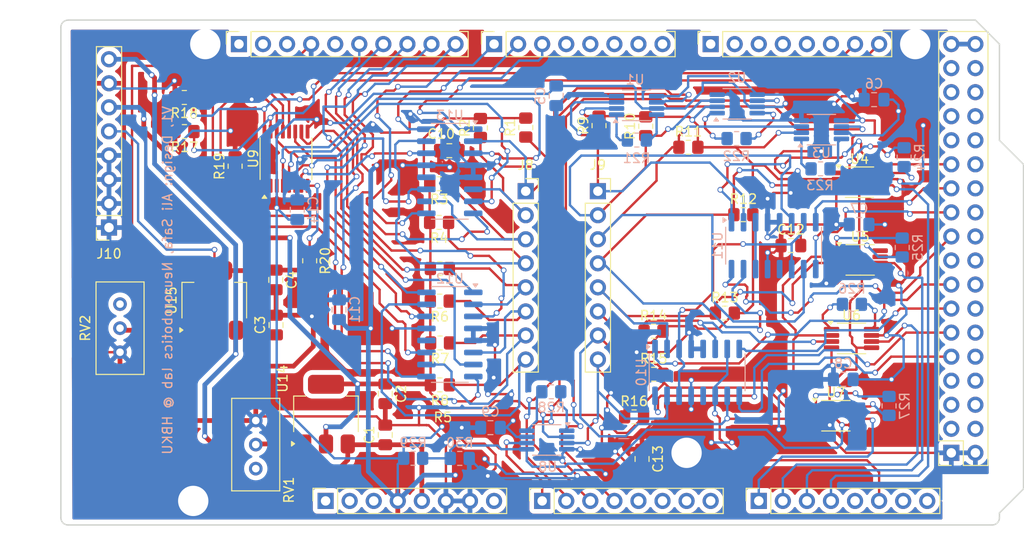
<source format=kicad_pcb>
(kicad_pcb (version 20240108) (generator "pcbnew") (generator_version "8.0")
  (title_block (date "mar. 31 mars 2015"))
  (layers (0 "F.Cu" signal) (31 "B.Cu" signal) (34 "B.Paste" user) (35 "F.Paste" user) (36 "B.SilkS" user "B.Silkscreen") (37 "F.SilkS" user "F.Silkscreen") (38 "B.Mask" user) (39 "F.Mask" user) (44 "Edge.Cuts" user))
  (net 0 "")
  (net 1 "GND")
  (net 2 "/*52")
  (net 3 "/53")
  (net 4 "/50")
  (net 5 "/51")
  (net 6 "/48")
  (net 7 "/49")
  (net 8 "/*46")
  (net 9 "/47")
  (net 10 "/*44")
  (net 11 "/*45")
  (net 12 "/42")
  (net 13 "/43")
  (net 14 "/40")
  (net 15 "/41")
  (net 16 "/38")
  (net 17 "/39")
  (net 18 "/36")
  (net 19 "/37")
  (net 20 "/34")
  (net 21 "/35")
  (net 22 "/32")
  (net 23 "/33")
  (net 24 "/30")
  (net 25 "/31")
  (net 26 "/28")
  (net 27 "/29")
  (net 28 "/26")
  (net 29 "/27")
  (net 30 "/24")
  (net 31 "/25")
  (net 32 "/22")
  (net 33 "/23")
  (net 34 "+5V")
  (net 35 "/IOREF")
  (net 36 "/A4")
  (net 37 "/A5")
  (net 38 "/A6")
  (net 39 "/A7")
  (net 40 "/A12")
  (net 41 "/AREF")
  (net 42 "/*13")
  (net 43 "/*12")
  (net 44 "/*11")
  (net 45 "/*10")
  (net 46 "/*9")
  (net 47 "/*8")
  (net 48 "/*7")
  (net 49 "/*6")
  (net 50 "/*5")
  (net 51 "/*4")
  (net 52 "/*3")
  (net 53 "/*2")
  (net 54 "/TX0{slash}1")
  (net 55 "/RX0{slash}0")
  (net 56 "+3V3")
  (net 57 "/TX3{slash}14")
  (net 58 "/RX3{slash}15")
  (net 59 "/TX2{slash}16")
  (net 60 "/RX2{slash}17")
  (net 61 "/TX1{slash}18")
  (net 62 "/RX1{slash}19")
  (net 63 "VCC")
  (net 64 "/~{RESET}")
  (net 66 "Net-(R21-Pad1)")
  (net 67 "Net-(R21-Pad2)")
  (net 68 "Net-(R22-Pad1)")
  (net 69 "Net-(R22-Pad2)")
  (net 70 "Net-(R23-Pad1)")
  (net 71 "xbar_in_1")
  (net 72 "xbar_in_7")
  (net 73 "xbar_in_8")
  (net 74 "xbar_in_5")
  (net 75 "xbar_in_4")
  (net 76 "xbar_in_3")
  (net 77 "xbar_in_2")
  (net 78 "xbar_in_6")
  (net 79 "xbar_out_2")
  (net 80 "xbar_out_6")
  (net 81 "xbar_out_1")
  (net 82 "xbar_out_3")
  (net 83 "xbar_out_5")
  (net 84 "xbar_out_8")
  (net 85 "xbar_out_7")
  (net 86 "xbar_out_4")
  (net 91 "Vref_an")
  (net 93 "Net-(U14-SET)")
  (net 94 "Due_DAC")
  (net 95 "Vin_dac")
  (net 96 "SDA_DAC")
  (net 97 "SCL_DAC")
  (net 98 "Net-(U9-A0)")
  (net 100 "Net-(U15-SET)")
  (net 101 "/SDA{slash}20_2")
  (net 102 "/SCL{slash}21_2")
  (net 103 "Net-(U9-V_{REF})")
  (net 104 "dac_in_5")
  (net 105 "dac_in_7")
  (net 106 "dac_in_2")
  (net 107 "dac_in_8")
  (net 108 "dac_in_4")
  (net 109 "dac_in_3")
  (net 110 "dac_in_6")
  (net 111 "dac_in_1")
  (net 112 "Net-(R23-Pad2)")
  (net 113 "Net-(R24-Pad2)")
  (net 114 "Net-(R24-Pad1)")
  (net 115 "Net-(R25-Pad2)")
  (net 116 "Net-(R25-Pad1)")
  (net 117 "Net-(R26-Pad2)")
  (net 118 "Net-(R26-Pad1)")
  (net 119 "Net-(R27-Pad1)")
  (net 120 "Net-(R27-Pad2)")
  (net 121 "Net-(R28-Pad1)")
  (net 122 "Net-(R28-Pad2)")
  (net 123 "Vref_ina")
  (net 124 "U8_a0")
  (net 125 "U1_a1")
  (net 126 "U2_a2")
  (net 127 "U3_a3")
  (net 128 "U4_a15")
  (net 129 "U3_a14")
  (net 130 "U7_a8")
  (net 131 "U6_a9")
  (net 132 "/A14")
  (net 133 "/A15")
  (footprint "Connector_PinSocket_2.54mm:PinSocket_2x18_P2.54mm_Vertical" (layer "F.Cu") (at 193.98 92.38 180)
    (property "Reference" "J7" (hide yes))
    (property "Value" "Digital")
  )
  (footprint "Connector_PinSocket_2.54mm:PinSocket_1x08_P2.54mm_Vertical" (layer "F.Cu") (at 127.94 97.46 90)
    (property "Reference" "J1" (hide yes))
    (property "Value" "Power")
  )
  (footprint "Connector_PinSocket_2.54mm:PinSocket_1x08_P2.54mm_Vertical" (layer "F.Cu") (at 150.8 97.46 90)
    (property "Reference" "J3" (hide yes))
    (property "Value" "Analog")
  )
  (footprint "Connector_PinSocket_2.54mm:PinSocket_1x08_P2.54mm_Vertical" (layer "F.Cu") (at 173.66 97.46 90)
    (property "Reference" "J5" (hide yes))
    (property "Value" "Analog")
  )
  (footprint "Connector_PinSocket_2.54mm:PinSocket_1x10_P2.54mm_Vertical" (layer "F.Cu") (at 118.796 49.2 90)
    (property "Reference" "J2" (hide yes))
    (property "Value" "PWM")
  )
  (footprint "Connector_PinSocket_2.54mm:PinSocket_1x08_P2.54mm_Vertical" (layer "F.Cu") (at 145.72 49.2 90)
    (property "Reference" "J4" (hide yes))
    (property "Value" "PWM")
  )
  (footprint "Connector_PinSocket_2.54mm:PinSocket_1x08_P2.54mm_Vertical" (layer "F.Cu") (at 168.58 49.2 90)
    (property "Reference" "J6" (hide yes))
    (property "Value" "Communication")
  )
  (footprint "Capacitor_SMD:C_0805_2012Metric_Pad1.18x1.45mm_HandSolder" (layer "F.Cu") (at 161.34 93.03 -90)
    (property "Reference" "C13")
    (property "Value" "C")
  )
  (footprint "Connector_PinSocket_2.54mm:PinSocket_1x08_P2.54mm_Vertical" (layer "F.Cu") (at 149.06 64.74)
    (property "Reference" "J8")
    (property "Value" "Xbar_input")
  )
  (footprint "Resistor_SMD:R_0805_2012Metric_Pad1.20x1.40mm_HandSolder" (layer "F.Cu") (at 140 72.91 180)
    (property "Reference" "R5")
    (property "Value" "R")
  )
  (footprint "Arduino_MountingHole:MountingHole_3.2mm" (layer "F.Cu") (at 196.52 97.46)
    (property "Reference" "MH6" (hide yes))
    (property "Value" "MountingHole_3.2mm" (hide yes))
  )
  (footprint "Resistor_SMD:R_0805_2012Metric_Pad1.20x1.40mm_HandSolder" (layer "F.Cu") (at 118.39 62.1 90)
    (property "Reference" "R19")
    (property "Value" "R")
  )
  (footprint "Resistor_SMD:R_0805_2012Metric_Pad1.20x1.40mm_HandSolder" (layer "F.Cu") (at 113.04 58.44 180)
    (property "Reference" "R17")
    (property "Value" "R")
  )
  (footprint "Resistor_SMD:R_0805_2012Metric_Pad1.20x1.40mm_HandSolder" (layer "F.Cu") (at 139.99 76.35 180)
    (property "Reference" "R6")
    (property "Value" "R")
  )
  (footprint "Resistor_SMD:R_0805_2012Metric_Pad1.20x1.40mm_HandSolder" (layer "F.Cu") (at 162.57 84.08)
    (property "Reference" "R15")
    (property "Value" "R")
  )
  (footprint "Arduino_MountingHole:MountingHole_3.2mm" (layer "F.Cu") (at 115.24 49.2)
    (property "Reference" "MH1" (hide yes))
    (property "Value" "MountingHole_3.2mm" (hide yes))
  )
  (footprint "Package_SO:VSSOP-8_3x3mm_P0.65mm" (layer "F.Cu") (at 184.36 72)
    (property "Reference" "U5")
    (property "Value" "INA333xxDGK")
  )
  (footprint "Capacitor_SMD:C_0805_2012Metric_Pad1.18x1.45mm_HandSolder" (layer "F.Cu") (at 134.24 86.14 -90)
    (property "Reference" "C2")
    (property "Value" "C")
  )
  (footprint "Resistor_SMD:R_0805_2012Metric_Pad1.20x1.40mm_HandSolder" (layer "F.Cu") (at 144.28 58.06 90)
    (property "Reference" "R2")
    (property "Value" "R")
  )
  (footprint "Potentiometer_THT:Potentiometer_Bourns_3296W_Vertical" (layer "F.Cu") (at 106.24 76.67 90)
    (property "Reference" "RV2")
    (property "Value" "R_Potentiometer_Trim")
  )
  (footprint "Resistor_SMD:R_0805_2012Metric_Pad1.20x1.40mm_HandSolder" (layer "F.Cu") (at 166.23 60.1)
    (property "Reference" "R11")
    (property "Value" "R")
  )
  (footprint "Capacitor_SMD:C_0805_2012Metric_Pad1.18x1.45mm_HandSolder" (layer "F.Cu") (at 141 60.46)
    (property "Reference" "C10")
    (property "Value" "C")
  )
  (footprint "Package_TO_SOT_SMD:SOT-223" (layer "F.Cu") (at 116.19 76.28 90)
    (property "Reference" "U15")
    (property "Value" "LT3080xST")
  )
  (footprint "Resistor_SMD:R_0805_2012Metric_Pad1.20x1.40mm_HandSolder" (layer "F.Cu") (at 156.8 57.81 90)
    (property "Reference" "R9")
    (property "Value" "R")
  )
  (footprint "Capacitor_SMD:C_0805_2012Metric_Pad1.18x1.45mm_HandSolder" (layer "F.Cu") (at 122.71 78.88 90)
    (property "Reference" "C3")
    (property "Value" "C")
  )
  (footprint "Resistor_SMD:R_0805_2012Metric_Pad1.20x1.40mm_HandSolder" (layer "F.Cu") (at 161.73 57.88 90)
    (property "Reference" "R10")
    (property "Value" "R")
  )
  (footprint "Resistor_SMD:R_0805_2012Metric_Pad1.20x1.40mm_HandSolder" (layer "F.Cu") (at 139.93 63.95 180)
    (property "Reference" "R3")
    (property "Value" "R")
  )
  (footprint "Resistor_SMD:R_0805_2012Metric_Pad1.20x1.40mm_HandSolder" (layer "F.Cu") (at 170.08 77.62)
    (property "Reference" "R13")
    (property "Value" "R")
  )
  (footprint "Resistor_SMD:R_0805_2012Metric_Pad1.20x1.40mm_HandSolder" (layer "F.Cu") (at 139.92 68.04 180)
    (property "Reference" "R4")
    (property "Value" "R")
  )
  (footprint "Capacitor_SMD:C_0805_2012Metric_Pad1.18x1.45mm_HandSolder" (layer "F.Cu") (at 122.68 74.1125 -90)
    (property "Reference" "C4")
    (property "Value" "C")
  )
  (footprint "Resistor_SMD:R_0805_2012Metric_Pad1.20x1.40mm_HandSolder" (layer "F.Cu") (at 113.03 54.84 180)
    (property "Reference" "R18")
    (property "Value" "R")
  )
  (footprint "Resistor_SMD:R_0805_2012Metric_Pad1.20x1.40mm_HandSolder" (layer "F.Cu") (at 162.55 79.53)
    (property "Reference" "R14")
    (property "Value" "R")
  )
  (footprint "Resistor_SMD:R_0805_2012Metric_Pad1.20x1.40mm_HandSolder" (layer "F.Cu") (at 140 85.2 180)
    (property "Reference" "R8")
    (property "Value" "R")
  )
  (footprint "Resistor_SMD:R_0805_2012Metric_Pad1.20x1.40mm_HandSolder" (layer "F.Cu") (at 140.02 80.77 180)
    (property "Reference" "R7")
    (property "Value" "R")
  )
  (footprint "Connector_PinSocket_2.54mm:PinSocket_1x08_P2.54mm_Vertical" (layer "F.Cu") (at 105.08 68.58 180)
    (property "Reference" "J10")
    (property "Value" "debug")
  )
  (footprint "Resistor_SMD:R_0805_2012Metric_Pad1.20x1.40mm_HandSolder" (layer "F.Cu") (at 149.07 58.02 90)
    (property "Reference" "R1")
    (property "Value" "R")
  )
  (footprint "Connector_PinSocket_2.54mm:PinSocket_1x08_P2.54mm_Vertical" (layer "F.Cu") (at 156.68 64.74)
    (property "Reference" "J9")
    (property "Value" "Xbar_output")
  )
  (footprint "Resistor_SMD:R_0805_2012Metric_Pad1.20x1.40mm_HandSolder" (layer "F.Cu") (at 160.5 88.58)
    (property "Reference" "R16")
    (property "Value" "R")
  )
  (footprint "Package_SO:VSSOP-8_3x3mm_P0.65mm" (layer "F.Cu") (at 183.45 80.3)
    (property "Reference" "U6")
    (property "Value" "INA333xxDGK")
  )
  (footprint "Package_SO:VSSOP-8_3x3mm_P0.65mm" (layer "F.Cu") (at 181.8 88.46)
    (property "Reference" "U7")
    (property "Value" "INA333xxDGK")
  )
  (footprint "Capacitor_SMD:C_0805_2012Metric_Pad1.18x1.45mm_HandSolder" (layer "F.Cu") (at 177.05 70.48)
    (property "Reference" "C12")
    (property "Value" "C")
  )
  (footprint "Resistor_SMD:R_0805_2012Metric_Pad1.20x1.40mm_HandSolder" (layer "F.Cu") (at 172.03 67.22)
    (property "Reference" "R12")
    (property "Value" "R")
  )
  (footprint "Resistor_SMD:R_0805_2012Metric_Pad1.20x1.40mm_HandSolder" (layer "F.Cu") (at 126.26 72.09 -90)
    (property "Reference" "R20")
    (property "Value" "R")
  )
  (footprint "Potentiometer_THT:Potentiometer_Bourns_3296W_Vertical" (layer "F.Cu") (at 120.57 94.05 -90)
    (property "Reference" "RV1")
    (property "Value" "R_Potentiometer_Trim")
  )
  (footprint "Capacitor_SMD:C_0805_2012Metric_Pad1.18x1.45mm_HandSolder" (layer "F.Cu") (at 134.24 90.49 90)
    (property "Reference" "C1")
    (property "Value" "C")
  )
  (footprint "Package_TO_SOT_SMD:SOT-223" (layer "F.Cu") (at 127.98 88.29 90)
    (property "Reference" "U14")
    (property "Value" "LT3080xST")
  )
  (footprint "Arduino_MountingHole:MountingHole_3.2mm" (layer "F.Cu") (at 113.97 97.46)
    (property "Reference" "MH2" (hide yes))
    (property "Value" "MountingHole_3.2mm" (hide yes))
  )
  (footprint "Arduino_MountingHole:MountingHole_3.2mm" (layer "F.Cu") (at 166.04 64.44)
    (property "Reference" "MH3" (hide yes))
    (property "Value" "MountingHole_3.2mm" (hide yes))
  )
  (footprint "Arduino_MountingHole:MountingHole_3.2mm" (layer "F.Cu") (at 166.04 92.38)
    (property "Reference" "MH4" (hide yes))
    (property "Value" "MountingHole_3.2mm" (hide yes))
  )
  (footprint "Package_SO:VSSOP-8_3x3mm_P0.65mm" (layer "F.Cu") (at 184.29 63.79)
    (property "Reference" "U4")
    (property "Value" "INA333xxDGK")
  )
  (footprint "Package_SO:TSSOP-16_4.4x5mm_P0.65mm" (layer "F.Cu") (at 123.76 61.3025 90)
    (property "Reference" "U9")
    (property "Value" "AD5593R")
  )
  (footprint "Arduino_MountingHole:MountingHole_3.2mm" (layer "F.Cu") (at 190.17 49.2)
    (property "Reference" "MH5" (hide yes))
    (property "Value" "MountingHole_3.2mm" (hide yes))
  )
  (footprint "Capacitor_SMD:C_0805_2012Metric_Pad1.18x1.45mm_HandSolder" (layer "B.Cu") (at 129.36 77.26 90)
    (property "Reference" "C11")
    (property "Value" "C")
  )
  (footprint "Resistor_SMD:R_0805_2012Metric_Pad1.20x1.40mm_HandSolder" (layer "B.Cu") (at 188.8 70.69 90)
    (property "Reference" "R25")
    (property "Value" "R")
  )
  (footprint "Resistor_SMD:R_0805_2012Metric_Pad1.20x1.40mm_HandSolder" (layer "B.Cu") (at 160.79 59.34 180)
    (property "Reference" "R21")
    (property "Value" "R")
  )
  (footprint "Package_SO:SOIC-16_3.9x9.9mm_P1.27mm" (layer "B.Cu") (at 141.055 79.875 180)
    (property "Reference" "U12")
    (property "Value" "DG442xY")
  )
  (footprint "Resistor_SMD:R_0805_2012Metric_Pad1.20x1.40mm_HandSolder" (layer "B.Cu") (at 183.49 76.69 180)
    (property "Reference" "R26")
    (property "Value" "R")
  )
  (footprint "Resistor_SMD:R_0805_2012Metric_Pad1.20x1.40mm_HandSolder" (layer "B.Cu") (at 187.41 87.42 90)
    (property "Reference" "R27")
    (property "Value" "R")
  )
  (footprint "Capacitor_SMD:C_0805_2012Metric_Pad1.18x1.45mm_HandSolder" (layer "B.Cu") (at 184.2475 68.26 180)
    (property "Reference" "C7")
    (property "Value" "C")
  )
  (footprint "Capacitor_SMD:C_0805_2012Metric_Pad1.18x1.45mm_HandSolder" (layer "B.Cu") (at 182.58 84.62 180)
    (property "Reference" "C8")
    (property "Value" "C")
  )
  (footprint "Resistor_SMD:R_0805_2012Metric_Pad1.20x1.40mm_HandSolder" (layer "B.Cu") (at 137.18 92.96 180)
    (property "Reference" "R29")
    (property "Value" "R")
  )
  (footprint "Package_SO:SOIC-16_3.9x9.9mm_P1.27mm" (layer "B.Cu") (at 141.045 62.635 180)
    (property "Reference" "U13")
    (property "Value" "DG442xY")
  )
  (footprint "Package_SO:SOIC-16_3.9x9.9mm_P1.27mm" (layer "B.Cu") (at 175.225 70.495 -90)
    (property "Reference" "U11")
    (property "Value" "DG442xY")
  )
  (footprint "Package_SO:SOIC-16_3.9x9.9mm_P1.27mm" (layer "B.Cu") (at 167.155 83.875 -90)
    (property "Reference" "U10")
    (property "Value" "DG442xY")
  )
  (footprint "Package_SO:VSSOP-8_3x3mm_P0.65mm" (layer "B.Cu") (at 151.28 91.02 180)
    (property "Reference" "U8")
    (property "Value" "INA333xxDGK")
  )
  (footprint "Resistor_SMD:R_0805_2012Metric_Pad1.20x1.40mm_HandSolder" (layer "B.Cu") (at 171.32 59.18 180)
    (property "Reference" "R22")
    (property "Value" "R")
  )
  (footprint "Capacitor_SMD:C_0805_2012Metric_Pad1.18x1.45mm_HandSolder" (layer "B.Cu") (at 145.34 89.72 180)
    (property "Reference" "C9")
    (property "Value" "C")
  )
  (footprint "Capacitor_SMD:C_0805_2012Metric_Pad1.18x1.45mm_HandSolder" (layer "B.Cu") (at 185.83 55.07 180)
    (property "Reference" "C6")
    (property "Value" "C")
  )
  (footprint "Resistor_SMD:R_0805_2012Metric_Pad1.20x1.40mm_HandSolder" (layer "B.Cu") (at 180.18 62.38 180)
    (property "Reference" "R23")
    (property "Value" "R")
  )
  (footprint "Package_SO:VSSOP-8_3x3mm_P0.65mm" (layer "B.Cu") (at 180.27 58.24)
    (property "Reference" "U3")
    (property "Value" "INA333xxDGK")
  )
  (footprint "Resistor_SMD:R_0805_2012Metric_Pad1.20x1.40mm_HandSolder" (layer "B.Cu") (at 151.76 85.93)
    (property "Reference" "R28")
    (property "Value" "R")
  )
  (footprint "Package_SO:VSSOP-8_3x3mm_P0.65mm" (layer "B.Cu") (at 171.38 55.51)
    (property "Reference" "U2")
    (property "Value" "INA333xxDGK")
  )
  (footprint "Capacitor_SMD:C_0805_2012Metric_Pad1.18x1.45mm_HandSolder" (layer "B.Cu") (at 124.95 66.7 90)
    (property "Reference" "C14")
    (property "Value" "C")
  )
  (footprint "Resistor_SMD:R_0805_2012Metric_Pad1.20x1.40mm_HandSolder" (layer "B.Cu") (at 142.1 92.97 180)
    (property "Reference" "R30")
    (property "Value" "R")
  )
  (footprint "Resistor_SMD:R_0805_2012Metric_Pad1.20x1.40mm_HandSolder" (layer "B.Cu") (at 189 61.15 90)
    (property "Reference" "R24")
    (property "Value" "R")
  )
  (footprint "Capacitor_SMD:C_0805_2012Metric_Pad1.18x1.45mm_HandSolder" (layer "B.Cu") (at 152.28 54.66 -90)
    (property "Reference" "C5")
    (property "Value" "C")
  )
  (footprint "Package_SO:VSSOP-8_3x3mm_P0.65mm" (layer "B.Cu") (at 160.7625 55.675)
    (property "Reference" "U1")
    (property "Value" "INA333xxDGK")
  )
  (gr_line (start 199.06 59.36) (end 201.6 61.9) (stroke (width 0.15)) (layer "Edge.Cuts"))
  (gr_line (start 100 99.238) (end 100 47.422) (stroke (width 0.15)) (layer "Edge.Cuts"))
  (gr_line (start 201.6 61.9) (end 201.6 96.19) (stroke (width 0.15)) (layer "Edge.Cuts"))
  (gr_line (start 198.298 100) (end 100.762 100) (stroke (width 0.15)) (layer "Edge.Cuts"))
  (gr_line (start 100.762 46.66) (end 196.52 46.66) (stroke (width 0.15)) (layer "Edge.Cuts"))
  (gr_arc (start 100.762 100) (mid 100.223185 99.776815) (end 100 99.238) (stroke (width 0.15)) (layer "Edge.Cuts"))
  (gr_line (start 201.6 96.19) (end 199.06 98.73) (stroke (width 0.15)) (layer "Edge.Cuts"))
  (gr_line (start 196.52 46.66) (end 199.06 49.2) (stroke (width 0.15)) (layer "Edge.Cuts"))
  (gr_arc (start 199.06 99.238) (mid 198.836815 99.776815) (end 198.298 100) (stroke (width 0.15)) (layer "Edge.Cuts"))
  (gr_line (start 199.06 49.2) (end 199.06 59.36) (stroke (width 0.15)) (layer "Edge.Cuts"))
  (gr_line (start 199.06 98.73) (end 199.06 99.238) (stroke (width 0.15)) (layer "Edge.Cuts"))
  (gr_arc (start 99.998 47.43) (mid 100.221185 46.891185) (end 100.76 46.668) (stroke (width 0.15)) (layer "Edge.Cuts"))
  (gr_text "V1, Design: Ali Safa, Neurorobotics lab @ HBKU" (at 111.84 55.65 90) (layer "B.SilkS") (effects (font (size 1 1)) (justify left bottom mirror)))
  (segment (start 111.8 88.97) (end 120.57 88.97) (width 0.5) (layer "F.Cu") (net 1))
  (segment (start 125.23 61.39) (end 124.49 60.65) (width 0.25) (layer "F.Cu") (net 1))
  (segment (start 181.3375 83.0475) (end 181.45 83.16) (width 0.25) (layer "F.Cu") (net 1))
  (segment (start 136.81 56.813884) (end 136.81 58.55) (width 0.25) (layer "F.Cu") (net 1))
  (segment (start 149.93 62.14) (end 146.57 62.14) (width 0.25) (layer "F.Cu") (net 1))
  (segment (start 181.135 89.435) (end 181.15 89.45) (width 0.25) (layer "F.Cu") (net 1))
  (segment (start 166.31 79.68) (end 164.24 81.75) (width 0.25) (layer "F.Cu") (net 1))
  (segment (start 122.71 75.18) (end 122.68 75.15) (width 0.5) (layer "F.Cu") (net 1))
  (segment (start 156.13 92.34) (end 155.15 92.34) (width 0.25) (layer "F.Cu") (net 1))
  (segment (start 142.31 90.96) (end 142.31 89.72) (width 0.25) (layer "F.Cu") (net 1))
  (segment (start 121.01 88.53) (end 133.3175 88.53) (width 0.25) (layer "F.Cu") (net 1))
  (segment (start 179.6875 89.435) (end 181.135 89.435) (width 0.25) (layer "F.Cu") (net 1))
  (segment (start 174.57 69.61) (end 175.92 68.26) (width 0.25) (layer "F.Cu") (net 1))
  (segment (start 154.5 94.78) (end 154.5 94.82) (width 0.25) (layer "F.Cu") (net 1))
  (segment (start 124.56 83.22) (end 120.82 83.22) (width 0.5) (layer "F.Cu") (net 1))
  (segment (start 182.2475 74.1625) (end 181.93 74.48) (width 0.25) (layer "F.Cu") (net 1))
  (segment (start 126.49 77.96) (end 126.64 78.11) (width 0.5) (layer "F.Cu") (net 1))
  (segment (start 106.19 73) (end 105.05 73) (width 0.25) (layer "F.Cu") (net 1))
  (segment (start 142.76 91.41) (end 142.31 90.96) (width 0.25) (layer "F.Cu") (net 1))
  (segment (start 121.68 55.05) (end 120.15 55.05) (width 0.25) (layer "F.Cu") (net 1))
  (segment (start 122.785 58.44) (end 122.785 56.155) (width 0.25) (layer "F.Cu") (net 1))
  (segment (start 140.64 97.46) (end 140.64 91.29) (width 0.25) (layer "F.Cu") (net 1))
  (segment (start 122.785 59.381312) (end 122.785 58.44) (width 0.25) (layer "F.Cu") (net 1))
  (segment (start 182.2475 72.975) (end 182.2475 74.1625) (width 0.25) (layer "F.Cu") (net 1))
  (segment (start 182.44 54.71) (end 183.49 54.71) (width 0.25) (layer "F.Cu") (net 1))
  (segment (start 122.71 77.8425) (end 122.71 75.18) (width 0.5) (layer "F.Cu") (net 1))
  (segment (start 175.39 62.3) (end 175.91 62.82) (width 0.25) (layer "F.Cu") (net 1))
  (segment (start 107.51 71.68) (end 106.19 73) (width 0.25) (layer "F.Cu") (net 1))
  (segment (start 181.84 65.1025) (end 181.84 68.26) (width 0.25) (layer "F.Cu") (net 1))
  (segment (start 136.81 58.55) (end 133.79 58.55) (width 0.25) (layer "F.Cu") (net 1))
  (segment (start 120.57 88.97) (end 121.01 88.53) (width 0.25) (layer "F.Cu") (net 1))
  (segment (start 138.6 89.46) (end 138.5925 89.4525) (width 0.25) (layer "F.Cu") (net 1))
  (segment (start 105.08 72.97) (end 105.05 73) (width 0.25) (layer "F.Cu") (net 1))
  (segment (start 126.3725 77.8425) (end 126.49 77.96) (width 0.5) (layer "F.Cu") (net 1))
  (segment (start 157.1 89.73) (end 157.1 91.37) (width 0.25) (layer "F.Cu") (net 1))
  (segment (start 158.07 86.04) (end 157.66 86.45) (width 0.25) (layer "F.Cu") (net 1))
  (segment (start 177.03 64.92) (end 175.2 64.92) (width 0.25) (layer "F.Cu") (net 1))
  (segment (start 157.1 91.37) (end 156.13 92.34) (width 0.25) (layer "F.Cu") (net 1))
  (segment (start 178.0875 68.2725) (end 178.1 68.26) (width 0.25) (layer "F.Cu") (net 1))
  (segment (start 122.785 56.155) (end 121.68 55.05) (width 0.25) (layer "F.Cu") (net 1))
  (segment (start 147.52 86.18) (end 147.54 86.2) (width 0.25) (layer "F.Cu") (net 1))
  (segment (start 101.76 81.75) (end 106.24 81.75) (width 0.25) (layer "F.Cu") (net 1))
  (segment (start 140.64 91.29) (end 138.81 89.46) (width 0.25) (layer "F.Cu") (net 1))
  (segment (start 105.05 73) (end 103.18 73) (width 0.25) (layer "F.Cu") (net 1))
  (segment (start 181.15 90.66) (end 181.15 89.45) (width 0.25) (layer "F.Cu") (net 1))
  (segment (start 120.82 83.22) (end 120.57 83.47) (width 0.5) (layer "F.Cu") (net 1))
  (segment (start 126.64 81.14) (end 124.56 83.22) (width 0.5) (layer "F.Cu") (net 1))
  (segment (start 124.49 60.65) (end 124.053688 60.65) (width 0.25) (layer "F.Cu") (net 1))
  (segment (start 136.89 56.733884) (end 136.81 56.813884) (width 0.25) (layer "F.Cu") (net 1))
  (segment (start 196.52 92.38) (end 193.98 92.38) (width 0.25) (layer "F.Cu") (net 1))
  (segment (start 157.66 86.45) (end 157.66 87.87) (width 0.25) (layer "F.Cu") (net 1))
  (segment (start 193.98 92.38) (end 182.87 92.38) (width 0.25) (layer "F.Cu") (net 1))
  (segment (start 101.58 81.57) (end 101.76 81.75) (width 0.25) (layer "F.Cu") (net 1))
  (segment (start 120.15 55.05) (end 120.14 55.04) (width 0.25) (layer "F.Cu") (net 1))
  (segment (start 126.416 49.2) (end 124.116 51.5) (width 0.25) (layer "F.Cu") (net 1))
  (segment (start 138.5925 89.4525) (end 137.8 89.4525) (width 0.25) (layer "F.Cu") (net 1))
  (segment (start 137.8 89.4525) (end 134.24 89.4525) (width 0.25) (layer "F.Cu") (net 1))
  (segment (start 136.89 56.58) (end 136.89 56.733884) (width 0.25) (layer "F.Cu") (net 1))
  (segment (start 105.08 68.58) (end 105.08 72.97) (width 0.25) (layer "F.Cu") (net 1))
  (segment (start 141.37 58.98) (end 140.41 58.98) (width 0.25) (layer "F.Cu") (net 1))
  (segment (start 142.0375 60.46) (end 142.0375 59.6475) (width 0.25) (layer "F.Cu") (net 1))
  (segment (start 177.55 62.82) (end 177.77 62.6) (width 0.25) (layer "F.Cu") (net 1))
  (segment (start 175.39 61.4) (end 175.39 62.3) (width 0.25) (layer "F.Cu") (net 1))
  (segment (start 134.24 89.4525) (end 134.24 87.1775) (width 0.5) (layer "F.Cu") (net 1))
  (segment (start 181.93 74.48) (end 180.79 74.48) (width 0.25) (layer "F.Cu") (net 1))
  (segment (start 175.92 68.26) (end 178.1 68.26) (width 0.25) (layer "F.Cu") (net 1))
  (segment (start 120.57 83.47) (end 120.57 88.97) (width 0.5) (layer "F.Cu") (net 1))
  (segment (start 145.88 92.59) (end 144.7 91.41) (width 0.25) (layer "F.Cu") (net 1))
  (segment (start 124.053688 60.65) (end 122.785 59.381312) (width 0.25) (layer "F.Cu") (net 1))
  (segment (start 133.3175 88.53) (end 134.24 89.4525) (width 0.25) (layer "F.Cu") (net 1))
  (segment (start 101.58 74.6) (end 101.58 81.57) (width 0.25) (layer "F.Cu") (net 1))
  (segment (start 176.27 60.52) (end 175.39 61.4) (width 0.25) (layer "F.Cu") (net 1))
  (segment (start 145.08 86.18) (end 147.52 86.18) (width 0.25) (layer "F.Cu") (net 1))
  (segment (start 145.06 94.82) (end 145.88 94) (width 0.25) (layer "F.Cu") (net 1))
  (segment (start 140.41 58.98) (end 140.4 58.97) (width 0.25) (layer "F.Cu") (net 1))
  (segment (start 178.0875 70.48) (end 178.0875 68.2725) (width 0.25) (layer "F.Cu") (net 1))
  (segment (start 106.24 83.41) (end 111.8 88.97) (width 0.5) (layer "F.Cu") (net 1))
  (segment (start 180.25 60.52) (end 176.27 60.52) (width 0.25) (layer "F.Cu") (net 1))
  (segment (start 137.8 87.61) (end 137.8 89.4525) (width 0.25) (layer "F.Cu") (net 1))
  (segment (start 122.71 77.8425) (end 126.3725 77.8425) (width 0.5) (layer "F.Cu") (net 1))
  (segment (start 124.116 51.5) (end 107.51 51.5) (width 0.25) (layer "F.Cu") (net 1))
  (segment (start 152.94 93.22) (end 154.5 94.78) (width 0.25) (layer "F.Cu") (net 1))
  (segment (start 142.0375 59.6475) (end 141.37 58.98) (width 0.25) (layer "F.Cu") (net 1))
  (segment (start 160.3375 94.0675) (end 158.5 92.23) (width 0.25) (layer "F.Cu") (net 1))
  (segment (start 182.87 92.38) (end 181.15 90.66) (width 0.25) (layer "F.Cu") (net 1))
  (segment (start 145.88 94) (end 145.88 92.59) (width 0.25) (layer "F.Cu") (net 1))
  (segment (start 103.18 73) (end 101.58 74.6) (width 0.25) (layer "F.Cu") (net 1))
  (segment (start 161.34 94.0675) (end 160.3375 94.0675) (width 0.25) (layer "F.Cu") (net 1))
  (segment (start 145.82 84.29) (end 145.68 84.43) (width 0.25) (layer "F.Cu") (net 1))
  (segment (start 178.1 68.26) (end 181.84 68.26) (width 0.25) (layer "F.Cu") (net 1))
  (segment (start 164.24 81.75) (end 160.77 81.75) (width 0.25) (layer "F.Cu") (net 1))
  (segment (start 107.51 51.5) (end 107.51 71.68) (width 0.25) (layer "F.Cu") (net 1))
  (segment (start 175.2 64.92) (end 174.59 65.53) (width 0.25) (layer "F.Cu") (net 1))
  (segment (start 182.1775 64.765) (end 181.84 65.1025) (width 0.25) (layer "F.Cu") (net 1))
  (segment (start 133.79 58.55) (end 132.93 57.69) (width 0.25) (layer "F.Cu") (net 1))
  (segment (start 181.61 55.54) (end 182.44 54.71) (width 0.25) (layer "F.Cu") (net 1))
  (segment (start 155.15 92.34) (end 154.81 92) (width 0.25) (layer "F.Cu") (net 1))
  (segment (start 181.3375 81.275) (end 181.3375 83.0475) (width 0.25) (layer "F.Cu") (net 1))
  (segment (start 144.7 91.41) (end 142.76 91.41) (width 0.25) (layer "F.Cu") (net 1))
  (segment (start 106.24 81.75) (end 106.24 83.41) (width 0.5) (layer "F.Cu") (net 1))
  (segment (start 138.81 89.46) (end 138.6 89.46) (width 0.25) (layer "F.Cu") (net 1))
  (segment (start 126.64 78.11) (end 126.64 81.14) (width 0.5) (layer "F.Cu") (net 1))
  (segment (start 146.57 62.14) (end 146.03 61.6) (width 0.25) (layer "F.Cu") (net 1))
  (segment (start 175.91 62.82) (end 177.55 62.82) (width 0.25) (layer "F.Cu") (net 1))
  (segment (start 145.82 80.97) (end 145.82 84.29) (width 0.25) (layer "F.Cu") (net 1))
  (via (at 158.5 92.23) (size 0.6) (drill 0.4) (layers "F.Cu" "B.Cu") (net 1))
  (via (at 146.03 61.6) (size 0.6) (drill 0.4) (layers "F.Cu" "B.Cu") (net 1))
  (via (at 132.93 57.69) (size 0.6) (drill 0.4) (layers "F.Cu" "B.Cu") (net 1))
  (via (at 140.64 91.29) (size 0.6) (drill 0.4) (layers "F.Cu" "B.Cu") (net 1))
  (via (at 166.31 79.68) (size 0.6) (drill 0.4) (layers "F.Cu" "B.Cu") (net 1))
  (via (at 145.68 84.43) (size 0.6) (drill 0.4) (layers "F.Cu" "B.Cu") (net 1))
  (via (at 142.31 89.72) (size 0.6) (drill 0.4) (layers "F.Cu" "B.Cu") (net 1))
  (via (at 120.14 55.04) (size 0.6) (drill 0.4) (layers "F.Cu" "B.Cu") (net 1))
  (via (at 158.07 86.04) (size 0.6) (drill 0.4) (layers "F.Cu" "B.Cu") (net 1))
  (via (at 125.23 61.39) (size 0.6) (drill 0.4) (layers "F.Cu" "B.Cu") (net 1))
  (via (at 154.81 92) (size 0.6) (drill 0.4) (layers "F.Cu" "B.Cu") (net 1))
  (via (at 147.54 86.2) (size 0.6) (drill 0.4) (layers "F.Cu" "B.Cu") (net 1))
  (via (at 160.77 81.75) (size 0.6) (drill 0.4) (layers "F.Cu" "B.Cu") (net 1))
  (via (at 181.15 89.45) (size 0.6) (drill 0.4) (layers "F.Cu" "B.Cu") (net 1))
  (via (at 174.57 69.61) (size 0.6) (drill 0.4) (layers "F.Cu" "B.Cu") (net 1))
  (via (at 181.45 83.16) (size 0.6) (drill 0.4) (layers "F.Cu" "B.Cu") (net 1))
  (via (at 145.82 80.97) (size 0.6) (drill 0.4) (layers "F.Cu" "B.Cu") (net 1))
  (via (at 136.89 56.58) (size 0.6) (drill 0.4) (layers "F.Cu" "B.Cu") (net 1))
  (via (at 181.61 55.54) (size 0.6) (drill 0.4) (layers "F.Cu" "B.Cu") (net 1))
  (via (at 140.4 58.97) (size 0.6) (drill 0.4) (layers "F.Cu" "B.Cu") (net 1))
  (via (at 157.1 89.73) (size 0.6) (drill 0.4) (layers "F.Cu" "B.Cu") (net 1))
  (via (at 126.49 77.96) (size 0.6) (drill 0.4) (layers "F.Cu" "B.Cu") (net 1))
  (via (at 177.77 62.6) (size 0.6) (drill 0.4) (layers "F.Cu" "B.Cu") (net 1))
  (via (at 174.59 65.53) (size 0.6) (drill 0.4) (layers "F.Cu" "B.Cu") (net 1))
  (via (at 157.66 87.87) (size 0.6) (drill 0.4) (layers "F.Cu" "B.Cu") (net 1))
  (via (at 137.8 87.61) (size 0.6) (drill 0.4) (layers "F.Cu" "B.Cu") (net 1))
  (via (at 180.79 74.48) (size 0.6) (drill 0.4) (layers "F.Cu" "B.Cu") (net 1))
  (via (at 145.06 94.82) (size 0.6) (drill 0.4) (layers "F.Cu" "B.Cu") (net 1))
  (via (at 152.94 93.22) (size 0.6) (drill 0.4) (layers "F.Cu" "B.Cu") (net 1))
  (via (at 177.03 64.92) (size 0.6) (drill 0.4) (layers "F.Cu" "B.Cu") (net 1))
  (via (at 149.93 62.14) (size 0.6) (drill 0.4) (layers "F.Cu" "B.Cu") (net 1))
  (via (at 181.84 68.26) (size 0.6) (drill 0.4) (layers "F.Cu" "B.Cu") (net 1))
  (via (at 154.5 94.82) (size 0.6) (drill 0.4) (layers "F.Cu" "B.Cu") (net 1))
  (via (at 180.25 60.52) (size 0.6) (drill 0.4) (layers "F.Cu" "B.Cu") (net 1))
  (via (at 183.49 54.71) (size 0.6) (drill 0.4) (layers "F.Cu" "B.Cu") (net 1))
  (via (at 145.08 86.18) (size 0.6) (drill 0.4) (layers "F.Cu" "B.Cu") (net 1))
  (segment (start 146.67 87.64) (end 137.83 87.64) (width 0.25) (layer "B.Cu") (net 1))
  (segment (start 143.53 80.51) (end 143.53 79.24) (width 0.25) (layer "B.Cu") (net 1))
  (segment (start 171.54 56.81) (end 171.54 54.95) (width 0.25) (layer "B.Cu") (net 1))
  (segment (start 166.52 81.4) (end 166.52 79.89) (width 0.25) (layer "B.Cu") (net 1))
  (segment (start 177.77 62.6) (end 177.77 64.18) (width 0.25) (layer "B.Cu") (net 1))
  (segment (start 137.83 87.64) (end 137.8 87.61) (width 0.25) (layer "B.Cu") (net 1))
  (segment (start 183.21 68.26) (end 181.84 68.26) (width 0.25) (layer "B.Cu") (net 1))
  (segment (start 171.995 57.265) (end 171.54 56.81) (width 0.25) (layer "B.Cu") (net 1))
  (segment (start 129.213604 61.02) (end 125.6 61.02) (width 0.25) (layer "B.Cu") (net 1))
  (segment (start 174.57 69.61) (end 174.57 68.04) (width 0.25) (layer "B.Cu") (net 1))
  (segment (start 147.54 86.2) (end 147.54 86.77) (width 0.25) (layer "B.Cu") (net 1))
  (segment (start 181.5425 84.62) (end 182.77 85.8475) (width 0.25) (layer "B.Cu") (net 1))
  (segment (start 120.14 53.74) (end 121.01 52.87) (width 0.25) (layer "B.Cu") (net 1))
  (segment (start 121.01 52.87) (end 125.65 52.87) (width 0.25) (layer "B.Cu") (net 1))
  (segment (start 145.63 62) (end 146.03 61.6) (width 0.25) (layer "B.Cu") (net 1))
  (segment (start 143.139092 62) (end 140.4 59.260908) (width 0.25) (layer "B.Cu") (net 1))
  (segment (start 105.08 68.58) (end 105.08 66.04) (width 0.25) (layer "B.Cu") (net 1))
  (segment (start 157.66 87.87) (end 157.66 89.17) (width 0.25) (layer "B.Cu") (net 1))
  (segment (start 142.21 89.72) (end 140.64 91.29) (width 0.25) (layer "B.Cu") (net 1))
  (segment (start 137.216116 56.58) (end 136.89 56.58) (width 0.25) (layer "B.Cu") (net 1))
  (segment (start 140.4 58.97) (end 140.4 57.5) (width 0.25) (layer "B.Cu") (net 1))
  (segment (start 152.28 60.963884) (end 151.003884 62.24) (width 0.25) (layer "B.Cu") (net 1))
  (segment (start 180.18 58.12) (end 180.25 58.19) (width 0.25) (layer "B.Cu") (net 1))
  (segment (start 179.465 57.265) (end 180.18 57.98) (width 0.25) (layer "B.Cu") (net 1))
  (segment (start 144.3025 89.72) (end 142.31 89.72) (width 0.25) (layer "B.Cu") (net 1))
  (segment (start 166.52 81.4) (end 167.79 81.4) (width 0.25) (layer "B.Cu") (net 1))
  (segment (start 142.31 89.72) (end 142.21 89.72) (width 0.25) (layer "B.Cu") (net 1))
  (segment (start 143.52 62) (end 145.63 62) (width 0.25) (layer "B.Cu") (net 1))
  (segment (start 180.79 69.31) (end 180.79 74.48) (width 0.25) (layer "B.Cu") (net 1))
  (segment (start 145.36 80.51) (end 145.82 80.97) (width 0.25) (layer "B.Cu") (net 1))
  (segment (start 152.28 55.6975) (end 152.28 60.963884) (width 0.25) (layer "B.Cu") (net 1))
  (segment (start 180.25 58.19) (end 180.25 60.52) (width 0.25) (layer "B.Cu") (net 1))
  (segment (start 145.06 94.82) (end 144.95 94.82) (width 0.25) (layer "B.Cu") (net 1))
  (segment (start 126.416 52.076) (end 126.416 49.2) (width 0.25) (layer "B.Cu") (net 1))
  (segment (start 151.003884 62.24) (end 150.03 62.24) (width 0.25) (layer "B.Cu") (net 1))
  (segment (start 140.4 59.260908) (end 140.4 58.97) (width 0.25) (layer "B.Cu") (net 1))
  (segment (start 184.7925 55.07) (end 183.85 55.07) (width 0.25) (layer "B.Cu") (net 1))
  (segment (start 182.77 87.83) (end 181.15 89.45) (width 0.25) (layer "B.Cu") (net 1))
  (segment (start 146.77 87.54) (end 146.67 87.64) (width 0.25) (layer "B.Cu") (net 1))
  (segment (start 154.27 95.05) (end 145.29 95.05) (width 0.25) (layer "B.Cu") (net 1))
  (segment (start 171.54 54.95) (end 171.125 54.535) (width 0.25) (layer "B.Cu") (net 1))
  (segment (start 180.18 57.98) (end 180.18 58.12) (width 0.25) (layer "B.Cu") (net 1))
  (segment (start 125.6 61.02) (end 125.23 61.39) (width 0.25) (layer "B.Cu") (net 1))
  (segment (start 125.65 52.87) (end 126.43 52.09) (width 0.25) (layer "B.Cu") (net 1))
  (segment (start 129.36 76.2225) (end 128.2275 76.2225) (width 0.25) (layer "B.Cu") (net 1))
  (segment (start 174.59 68.02) (end 174.59 65.53) (width 0.25) (layer "B.Cu") (net 1))
  (segment (start 171.125 54.535) (end 169.2675 54.535) (width 0.25) (layer "B.Cu") (net 1))
  (segment (start 143.52 62) (end 143.52 63.27) (width 0.25) (layer "B.Cu") (net 1))
  (segment (start 105.08 63.5) (end 105.08 60.96) (width 0.25) (layer "B.Cu") (net 1))
  (segment (start 154.5 94.82) (end 154.27 95.05) (width 0.25) (layer "B.Cu") (net 1))
  (segment (start 143.53 80.51) (end 145.36 80.51) (width 0.25) (layer "B.Cu") (net 1))
  (segment (start 125.23 61.39) (end 124.95 61.67) (width 0.25) (layer "B.Cu") (net 1))
  (segment (start 158.07 84.45) (end 158.07 86.04) (width 0.25) (layer "B.Cu") (net 1))
  (segment (start 174.57 69.61) (end 175.86 68.32) (width 0.25) (layer "B.Cu") (net 1))
  (segment (start 174.57 68.04) (end 174.59 68.02) (width 0.25) (layer "B.Cu") (net 1))
  (segment (start 150.03 62.24) (end 149.93 62.14) (width 0.25) (layer "B.Cu") (net 1))
  (segment (start 160.77 81.75) (end 158.07 84.45) (width 0.25) (layer "B.Cu") (net 1))
  (segment (start 140.4 57.5) (end 138.136116 57.5) (width 0.25) (layer "B.Cu") (net 1))
  (segment (start 175.86 68.32) (end 175.86 68.02) (width 0.25) (layer "B.Cu") (net 1))
  (segment (start 152.94 92.4475) (end 152.94 93.22) (width 0.25) (layer "B.Cu") (net 1))
  (segment (start 155.04 92.23) (end 154.81 92) (width 0.25) (layer "B.Cu") (net 1))
  (segment (start 143.18 93.05) (end 143.1 92.97) (width 0.25) (layer "B.Cu") (net 1))
  (segment (start 177.77 64.18) (end 177.03 64.92) (width 0.25) (layer "B.Cu") (net 1))
  (segment (start 147.54 86.77) (end 146.77 87.54) (width 0.25) (layer "B.Cu") (net 1))
  (segment (start 126.43 52.09) (end 126.416 52.076) (width 0.25) (layer "B.Cu") (net 1))
  (segment (start 158.5 92.23) (end 155.04 92.23) (width 0.25) (layer "B.Cu") (net 1))
  (segment (start 181.5425 83.2525) (end 181.45 83.16) (width 0.25) (layer "B.Cu") (net 1))
  (segment (start 157.66 89.17) (end 157.1 89.73) (width 0.25) (layer "B.Cu") (net 1))
  (segment (start 132.93 57.69) (end 132.543604 57.69) (width 0.25) (layer "B.Cu") (net 1))
  (segment (start 179.885 57.265) (end 181.61 55.54) (width 0.25) (layer "B.Cu") (net 1))
  (segment (start 128.2275 76.2225) (end 126.49 77.96) (width 0.25) (layer "B.Cu") (net 1))
  (segment (start 154.805 91.995) (end 154.81 92) (width 0.25) (layer "B.Cu") (net 1))
  (segment (start 181.84 68.26) (end 180.79 69.31) (width 0.25) (layer "B.Cu") (net 1))
  (segment (start 143.18 97.46) (end 143.18 93.05) (width 0.25) (layer "B.Cu") (net 1))
  (segment (start 132.543604 57.69) (end 129.213604 61.02) (width 0.25) (layer "B.Cu") (net 1))
  (segment (start 144.95 94.82) (end 143.1 92.97) (width 0.25) (layer "B.Cu") (net 1))
  (segment (start 178.1575 57.265) (end 179.465 57.265) (width 0.25) (layer "B.Cu") (net 1))
  (segment (start 145.68 85.58) (end 145.08 86.18) (width 0.25) (layer "B.Cu") (net 1))
  (segment (start 174.59 68.02) (end 175.86 68.02) (width 0.25) (layer "B.Cu") (net 1))
  (segment (start 166.52 79.89) (end 166.31 79.68) (width 0.25) (layer "B.Cu") (net 1))
  (segment (start 145.29 95.05) (end 145.06 94.82) (width 0.25) (layer "B.Cu") (net 1))
  (segment (start 183.85 55.07) (end 183.49 54.71) (width 0.25) (layer "B.Cu") (net 1))
  (segment (start 145.68 84.43) (end 145.68 85.58) (width 0.25) (layer "B.Cu") (net 1))
  (segment (start 178.1575 57.265) (end 171.995 57.265) (width 0.25) (layer "B.Cu") (net 1))
  (segment (start 143.52 62) (end 143.139092 62) (width 0.25) (layer "B.Cu") (net 1))
  (segment (start 105.08 63.5) (end 105.08 66.04) (width 0.25) (layer "B.Cu") (net 1))
  (segment (start 120.14 55.04) (end 120.14 53.74) (width 0.25) (layer "B.Cu") (net 1))
  (segment (start 138.136116 57.5) (end 137.216116 56.58) (width 0.25) (layer "B.Cu") (net 1))
  (segment (start 182.77 85.8475) (end 182.77 87.83) (width 0.25) (layer "B.Cu") (net 1))
  (segment (start 181.5425 84.62) (end 181.5425 83.2525) (width 0.25) (layer "B.Cu") (net 1))
  (segment (start 178.1575 57.265) (end 179.885 57.265) (width 0.25) (layer "B.Cu") (net 1))
  (segment (start 158.65 54.7) (end 153.2775 54.7) (width 0.25) (layer "B.Cu") (net 1))
  (segment (start 153.3925 91.995) (end 152.94 92.4475) (width 0.25) (layer "B.Cu") (net 1))
  (segment (start 124.95 61.67) (end 124.95 65.6625) (width 0.25) (layer "B.Cu") (net 1))
  (segment (start 153.2775 54.7) (end 152.28 55.6975) (width 0.25) (layer "B.Cu") (net 1))
  (segment (start 153.3925 91.995) (end 154.805 91.995) (width 0.25) (layer "B.Cu") (net 1))
  (segment (start 187.63 82.22) (end 185.94 83.91) (width 0.25) (layer "F.Cu") (net 8))
  (segment (start 193.98 82.22) (end 187.63 82.22) (width 0.25) (layer "F.Cu") (net 8))
  (via (at 185.94 83.91) (size 0.6) (drill 0.4) (layers "F.Cu" "B.Cu") (net 8))
  (segment (start 183.22 82.33) (end 180.64 82.33) (width 0.25) (layer "B.Cu") (net 8))
  (segment (start 185.94 83.91) (end 184.8 83.91) (width 0.25) (layer "B.Cu") (net 8))
  (segment (start 173.6 87.98) (end 171.88 87.98) (width 0.25) (layer "B.Cu") (net 8))
  (segment (start 179.98 82.99) (end 174.71 82.99) (width 0.25) (layer "B.Cu") (net 8))
  (segment (start 180.64 82.33) (end 179.98 82.99) (width 0.25) (layer "B.Cu") (net 8))
  (segment (start 171.6 87.56) (end 171.6 86.35) (width 0.25) (layer "B.Cu") (net 8))
  (segment (start 171.88 87.98) (end 171.61 87.71) (width 0.25) (layer "B.Cu") (net 8))
  (segment (start 173.99 87.59) (end 173.6 87.98) (width 0.25) (layer "B.Cu") (net 8))
  (segment (start 171.61 87.57) (end 171.6 87.56) (width 0.25) (layer "B.Cu") (net 8))
  (segment (start 173.99 83.71) (end 173.99 87.59) (width 0.25) (layer "B.Cu") (net 8))
  (segment (start 184.8 83.91) (end 183.22 82.33) (width 0.25) (layer "B.Cu") (net 8))
  (segment (start 174.71 82.99) (end 173.99 83.71) (width 0.25) (layer "B.Cu") (net 8))
  (segment (start 171.61 87.71) (end 171.61 87.57) (width 0.25) (layer "B.Cu") (net 8))
  (segment (start 189.03 79.85) (end 185.85 83.03) (width 0.25) (layer "F.Cu") (net 10))
  (segment (start 173.1 86.35) (end 173.19 86.44) (width 0.25) (layer "F.Cu") (net 10))
  (segment (start 163.02 86.64) (end 163.31 86.35) (width 0.25) (layer "F.Cu") (net 10))
  (segment (start 185.85 83.03) (end 185.13 83.03) (width 0.25) (layer "F.Cu") (net 10))
  (segment (start 163.02 88.08) (end 163.02 86.64) (width 0.25) (layer "F.Cu") (net 10))
  (segment (start 189.2 79.68) (end 189.03 79.85) (width 0.25) (layer "F.Cu") (net 10))
  (segment (start 193.98 79.68) (end 189.2 79.68) (width 0.25) (layer "F.Cu") (net 10))
  (segment (start 163.31 86.35) (end 173.1 86.35) (width 0.25) (layer "F.Cu") (net 10))
  (via (at 163.02 88.08) (size 0.6) (drill 0.4) (layers "F.Cu" "B.Cu") (net 10))
  (via (at 173.19 86.44) (size 0.6) (drill 0.4) (layers "F.Cu" "B.Cu") (net 10))
  (via (at 185.13 83.03) (size 0.6) (drill 0.4) (layers "F.Cu" "B.Cu") (net 10))
  (segment (start 162.71 87.77) (end 163.02 88.08) (width 0.25) (layer "B.Cu") (net 10))
  (segment (start 185.13 83.03) (end 184.93 83.03) (width 0.25) (layer "B.Cu") (net 10))
  (segment (start 174.52 82.06) (end 173.19 83.39) (width 0.25) (layer "B.Cu") (net 10))
  (segment (start 162.71 86.35) (end 162.71 87.77) (width 0.25) (layer "B.Cu") (net 10))
  (segment (start 180.526396 81.54) (end 180.006396 82.06) (width 0.25) (layer "B.Cu") (net 10))
  (segment (start 184.93 83.03) (end 183.44 81.54) (width 0.25) (layer "B.Cu") (net 10))
  (segment (start 173.19 83.39) (end 173.19 86.44) (width 0.25) (layer "B.Cu") (net 10))
  (segment (start 183.44 81.54) (end 180.526396 81.54) (width 0.25) (layer "B.Cu") (net 10))
  (segment (start 180.006396 82.06) (end 174.52 82.06) (width 0.25) (layer "B.Cu") (net 10))
  (segment (start 193.98 77.14) (end 188.59 77.14) (width 0.25) (layer "F.Cu") (net 12))
  (segment (start 188.59 77.14) (end 188.09 77.64) (width 0.25) (layer "F.Cu") (net 12))
  (via (at 188.09 77.64) (size 0.6) (drill 0.4) (layers "F.Cu" "B.Cu") (net 12))
  (segment (start 172.32 81.61) (end 172.11 81.4) (width 0.25) (layer "B.Cu") (net 12))
  (segment (start 180.68 79.43) (end 180.68 80.75) (width 0.25) (layer "B.Cu") (net 12))
  (segment (start 179.82 81.61) (end 172.32 81.61) (width 0.25) (layer "B.Cu") (net 12))
  (segment (start 180.68 80.75) (end 179.82 81.61) (width 0.25) (layer "B.Cu") (net 12))
  (segment (start 188.09 77.64) (end 186.3 79.43) (width 0.25) (layer "B.Cu") (net 12))
  (segment (start 172.11 81.4) (end 171.6 81.4) (width 0.25) (layer "B.Cu") (net 12))
  (segment (start 186.3 79.43) (end 180.68 79.43) (width 0.25) (layer "B.Cu") (net 12))
  (segment (start 189.56 75.97) (end 189.31 76.22) (width 0.25) (layer "F.Cu") (net 14))
  (segment (start 186.9 76.22) (end 186.9 77.43) (width 0.25) (layer "F.Cu") (net 14))
  (segment (start 193.98 74.6) (end 190.93 74.6) (width 0.25) (layer "F.Cu") (net 14))
  (segment (start 174.63 79.89) (end 171.585 82.935) (width 0.25) (layer "F.Cu") (net 14))
  (segment (start 190.93 74.6) (end 189.56 75.97) (width 0.25) (layer "F.Cu") (net 14))
  (segment (start 189.31 76.22) (end 186.9 76.22) (width 0.25) (layer "F.Cu") (net 14))
  (segment (start 171.585 82.935) (end 164.845 82.935) (width 0.25) (layer "F.Cu") (net 14))
  (segment (start 164.845 82.935) (end 164.83 82.95) (width 0.25) (layer "F.Cu") (net 14))
  (via (at 164.83 82.95) (size 0.6) (drill 0.4) (layers "F.Cu" "B.Cu") (net 14))
  (via (at 186.9 77.43) (size 0.6) (drill 0.4) (layers "F.Cu" "B.Cu") (net 14))
  (via (at 174.63 79.89) (size 0.6) (drill 0.4) (layers "F.Cu" "B.Cu") (net 14))
  (segment (start 186.34 78.43) (end 179.08 78.43) (width 0.25) (layer "B.Cu") (net 14))
  (segment (start 186.9 77.87) (end 186.34 78.43) (width 0.25) (layer "B.Cu") (net 14))
  (segment (start 178.2 79.31) (end 177.62 79.89) (width 0.25) (layer "B.Cu") (net 14))
  (segment (start 164.83 82.95) (end 163.285001 82.95) (width 0.25) (layer "B.Cu") (net 14))
  (segment (start 163.285001 82.95) (end 162.71 82.374999) (width 0.25) (layer "B.Cu") (net 14))
  (segment (start 162.71 82.374999) (end 162.71 81.4) (width 0.25) (layer "B.Cu") (net 14))
  (segment (start 186.9 77.43) (end 186.9 77.87) (width 0.25) (layer "B.Cu") (net 14))
  (segment (start 179.08 78.43) (end 178.2 79.31) (width 0.25) (layer "B.Cu") (net 14))
  (segment (start 177.62 79.89) (end 174.63 79.89) (width 0.25) (layer "B.Cu") (net 14))
  (segment (start 172.44 75.77) (end 172.44 74.86) (width 0.25) (layer "F.Cu") (net 18))
  (segment (start 179.15 76.22) (end 177.8 77.57) (width 0.25) (layer "F.Cu") (net 18))
  (segment (start 172.335 75.875) (end 172.44 75.77) (width 0.25) (layer "F.Cu") (net 18))
  (segment (start 172.335 76.375) (end 172.335 75.875) (width 0.25) (layer "F.Cu") (net 18))
  (segment (start 190.7 72.8) (end 190.7 73.58) (width 0.25) (layer "F.Cu") (net 18))
  (segment (start 172.29 74.71) (end 172.19 74.61) (width 0.25) (layer "F.Cu") (net 18))
  (segment (start 186.67 75.47) (end 185.965 74.765) (width 0.25) (layer "F.Cu") (net 18))
  (segment (start 193.98 69.52) (end 190.7 72.8) (width 0.25) (layer "F.Cu") (net 18))
  (segment (start 177.8 77.57) (end 177.05 77.57) (width 0.25) (layer "F.Cu") (net 18))
  (segment (start 172.19 74.61) (end 170.13 74.61) (width 0.25) (layer "F.Cu") (net 18))
  (segment (start 172.3 76.41) (end 172.335 76.375) (width 0.25) (layer "F.Cu") (net 18))
  (segment (start 188.81 75.47) (end 186.67 75.47) (width 0.25) (layer "F.Cu") (net 18))
  (segment (start 172.44 74.86) (end 172.29 74.71) (width 0.25) (layer "F.Cu") (net 18))
  (segment (start 190.7 73.58) (end 188.81 75.47) (width 0.25) (layer "F.Cu") (net 18))
  (via (at 179.15 76.22) (size 0.6) (drill 0.4) (layers "F.Cu" "B.Cu") (net 18))
  (via (at 177.05 77.57) (size 0.6) (drill 0.4) (layers "F.Cu" "B.Cu") (net 18))
  (via (at 172.3 76.41) (size 0.6) (drill 0.4) (layers "F.Cu" "B.Cu") (net 18))
  (via (at 170.13 74.61) (size 0.6) (drill 0.4) (layers "F.Cu" "B.Cu") (net 18))
  (via (at 185.965 74.765) (size 0.6) (drill 0.4) (layers "F.Cu" "B.Cu") (net 18))
  (segment (start 179.46 75.54) (end 179.15 75.85) (width 0.25) (layer "B.Cu") (net 18))
  (segment (start 174.88 77.57) (end 173.72 76.41) (width 0.25) (layer "B.Cu") (net 18))
  (segment (start 170.78 72.97) (end 170.78 73.96) (width 0.25) (layer "B.Cu") (net 18))
  (segment (start 182.655 74.765) (end 182.35 75.07) (width 0.25) (layer "B.Cu") (net 18))
  (segment (start 181.88 75.54) (end 179.46 75.54) (width 0.25) (layer "B.Cu") (net 18))
  (segment (start 170.78 73.96) (end 170.13 74.61) (width 0.25) (layer "B.Cu") (net 18))
  (segment (start 173.72 76.41) (end 172.3 76.41) (width 0.25) (layer "B.Cu") (net 18))
  (segment (start 185.965 74.765) (end 182.655 74.765) (width 0.25) (layer "B.Cu") (net 18))
  (segment (start 177.05 77.57) (end 174.88 77.57) (width 0.25) (layer "B.Cu") (net 18))
  (segment (start 182.35 75.07) (end 181.88 75.54) (width 0.25) (layer "B.Cu") (net 18))
  (segment (start 179.15 75.85) (end 179.15 76.22) (width 0.25) (layer "B.Cu") (net 18))
  (segment (start 189.78 66.98) (end 189.61 67.15) (width 0.25) (layer "F.Cu") (net 20))
  (segment (start 180.29 69.05) (end 179.67 69.67) (width 0.25) (layer "F.Cu") (net 20))
  (segment (start 182.83 68.153884) (end 181.933884 69.05) (width 0.25) (layer "F.Cu") (net 20))
  (segment (start 193.98 66.98) (end 189.78 66.98) (width 0.25) (layer "F.Cu") (net 20))
  (segment (start 181.933884 69.05) (end 180.29 69.05) (width 0.25) (layer "F.Cu") (net 20))
  (segment (start 182.83 66.71) (end 182.83 68.153884) (width 0.25) (layer "F.Cu") (net 20))
  (via (at 189.61 67.15) (size 0.6) (drill 0.4) (layers "F.Cu" "B.Cu") (net 20))
  (via (at 182.83 66.71) (size 0.6) (drill 0.4) (layers "F.Cu" "B.Cu") (net 20))
  (via (at 179.67 69.67) (size 0.6) (drill 0.4) (layers "F.Cu" "B.Cu") (net 20))
  (segment (start 183 66.88) (end 182.83 66.71) (width 0.25) (layer "B.Cu") (net 20))
  (segment (start 189.34 66.88) (end 183 66.88) (width 0.25) (layer "B.Cu") (net 20))
  (segment (start 189.61 67.15) (end 189.34 66.88) (width 0.25) (layer "B.Cu") (net 20))
  (segment (start 179.67 72.97) (end 179.67 69.67) (width 0.25) (layer "B.Cu") (net 20))
  (segment (start 191.08 64.44) (end 189.57 65.95) (width 0.25) (layer "F.Cu") (net 22))
  (segment (start 193.98 64.44) (end 191.08 64.44) (width 0.25) (layer "F.Cu") (net 22))
  (via (at 189.57 65.95) (size 0.6) (drill 0.4) (layers "F.Cu" "B.Cu") (net 22))
  (segment (start 189.57 65.95) (end 189.43 65.81) (width 0.25) (layer "B.Cu") (net 22))
  (segment (start 189.43 65.81) (end 180.4 65.81) (width 0.25) (layer "B.Cu") (net 22))
  (segment (start 179.65 66.56) (end 179.67 66.58) (width 0.25) (layer "B.Cu") (net 22))
  (segment (start 180.4 65.81) (end 179.65 66.56) (width 0.25) (layer "B.Cu") (net 22))
  (segment (start 179.67 66.58) (end 179.67 68.02) (width 0.25) (layer "B.Cu") (net 22))
  (segment (start 182.74 60.82) (end 182.36 61.2) (width 0.25) (layer "F.Cu") (net 24))
  (segment (start 184.465 59.705) (end 184.23 59.47) (width 0.25) (layer "F.Cu") (net 24))
  (segment (start 193.98 61.9) (end 185.8 61.9) (width 0.25) (layer "F.Cu") (net 24))
  (segment (start 170.35 63.84) (end 169.6 64.59) (width 0.25) (layer "F.Cu") (net 24))
  (segment (start 177.07 61.2) (end 176.22 62.05) (width 0.25) (layer "F.Cu") (net 24))
  (segment (start 185.8 61.9) (end 184.465 60.565) (width 0.25) (layer "F.Cu") (net 24))
  (segment (start 170.35 61.89) (end 170.35 63.84) (width 0.25) (layer "F.Cu") (net 24))
  (segment (start 184.465 60.565) (end 184.465 59.705) (width 0.25) (layer "F.Cu") (net 24))
  (segment (start 182.36 61.2) (end 177.07 61.2) (width 0.25) (layer "F.Cu") (net 24))
  (via (at 169.6 64.59) (size 0.6) (drill 0.4) (layers "F.Cu" "B.Cu") (net 24))
  (via (at 176.22 62.05) (size 0.6) (drill 0.4) (layers "F.Cu" "B.Cu") (net 24))
  (via (at 182.74 60.82) (size 0.6) (drill 0.4) (layers "F.Cu" "B.Cu") (net 24))
  (via (at 184.23 59.47) (size 0.6) (drill 0.4) (layers "F.Cu" "B.Cu") (net 24))
  (via (at 170.35 61.89) (size 0.6) (drill 0.4) (layers "F.Cu" "B.Cu") (net 24))
  (segment (start 170.78 68.02) (end 170.78 65.77) (width 0.25) (layer "B.Cu") (net 24))
  (segment (start 176.22 62.05) (end 176.065 61.895) (width 0.25) (layer "B.Cu") (net 24))
  (segment (start 170.355 61.895) (end 170.35 61.89) (width 0.25) (layer "B.Cu") (net 24))
  (segment (start 170.78 65.77) (end 169.6 64.59) (width 0.25) (layer "B.Cu") (net 24))
  (segment (start 184.23 59.47) (end 184.09 59.47) (width 0.25) (layer "B.Cu") (net 24))
  (segment (start 176.065 61.895) (end 170.355 61.895) (width 0.25) (layer "B.Cu") (net 24))
  (segment (start 184.09 59.47) (end 182.74 60.82) (width 0.25) (layer "B.Cu") (net 24))
  (segment (start 138.1 97.46) (end 138.1 91.86) (width 0.5) (layer "F.Cu") (net 34))
  (segment (start 137.4675 91.5275) (end 134.24 91.5275) (width 0.5) (layer "F.Cu") (net 34))
  (segment (start 109.89 52.77) (end 109.58 52.46) (width 0.5) (layer "F.Cu") (net 34))
  (segment (start 137.47 91.53) (end 137.4675 91.5275) (width 0.5) (layer "F.Cu") (net 34))
  (segment (start 118.45 79.47) (end 118.49 79.43) (width 0.5) (layer "F.Cu") (net 34))
  (segment (start 137.77 91.53) (end 137.47 91.53) (width 0.5) (layer "F.Cu") (net 34))
  (segment (start 118.9775 79.9175) (end 118.49 79.43) (width 0.5) (layer "F.Cu") (net 34))
  (segment (start 118.05 97.4) (end 117.02 96.37) (width 0.5) (layer "F.Cu") (net 34))
  (segment (start 132.45 91.5275) (end 130.3675 91.5275) (width 0.5) (layer "F.Cu") (net 34))
  (segment (start 124.09 97.26) (end 123.95 97.4) (width 0.5) (layer "F.Cu") (net 34))
  (segment (start 130.28 93.13) (end 129.05 94.36) (width 0.5) (layer "F.Cu") (net 34))
  (segment (start 118.45 81.93) (end 118.45 79.47) (width 0.5) (layer "F.Cu") (net 34))
  (segment (start 130.3675 91.5275) (end 130.28 91.44) (width 0.5) (layer "F.Cu") (net 34))
  (segment (start 138.1 91.86) (end 137.77 91.53) (width 0.5) (layer "F.Cu") (net 34))
  (segment (start 123.95 97.4) (end 118.05 97.4) (width 0.5) (layer "F.Cu") (net 34))
  (segment (start 134.24 91.5275) (end 132.45 91.5275) (width 0.5) (layer "F.Cu") (net 34))
  (segment (start 122.71 79.9175) (end 118.9775 79.9175) (width 0.5) (layer "F.Cu") (net 34))
  (segment (start 117.02 92.44) (end 115.19 90.61) (width 0.5) (layer "F.Cu") (net 34))
  (segment (start 124.09 94.36) (end 124.09 97.26) (width 0.5) (layer "F.Cu") (net 34))
  (segment (start 109.89 54.59) (end 109.89 52.77) (width 0.5) (layer "F.Cu") (net 34))
  (segment (start 130.28 91.44) (end 130.28 93.13) (width 0.5) (layer "F.Cu") (net 34))
  (segment (start 129.05 94.36) (end 124.09 94.36) (width 0.5) (layer "F.Cu") (net 34))
  (segment (start 117.02 96.37) (end 117.02 92.44) (width 0.5) (layer "F.Cu") (net 34))
  (via (at 109.89 54.59) (size 0.6) (drill 0.4) (layers "F.Cu" "B.Cu") (net 34))
  (via (at 118.45 81.93) (size 0.6) (drill 0.4) (layers "F.Cu" "B.Cu") (net 34))
  (via (at 109.58 52.46) (size 0.6) (drill 0.4) (layers "F.Cu" "B.Cu") (net 34))
  (via (at 115.19 90.61) (size 0.6) (drill 0.4) (layers "F.Cu" "B.Cu") (net 34))
  (segment (start 193.98 49.2) (end 193.95 49.2) (width 0.5) (layer "B.Cu") (net 34))
  (segment (start 107.92 50.8) (end 105.08 50.8) (width 0.5) (layer "B.Cu") (net 34))
  (segment (start 118.45 81.93) (end 118.45 70.41) (width 0.5) (layer "B.Cu") (net 34))
  (segment (start 109.89 61.85) (end 109.89 54.59) (width 0.5) (layer "B.Cu") (net 34))
  (segment (start 193.98 49.2) (end 196.52 49.2) (width 0.5) (layer "B.Cu") (net 34))
  (segment (start 110.3 62.26) (end 109.89 61.85) (width 0.5) (layer "B.Cu") (net 34))
  (segment (start 115.19 85.19) (end 118.45 81.93) (width 0.5) (layer "B.Cu") (net 34))
  (segment (start 115.19 90.61) (end 115.19 85.19) (width 0.5) (layer "B.Cu") (net 34))
  (segment (start 109.58 52.46) (end 107.92 50.8) (width 0.5) (layer "B.Cu") (net 34))
  (segment (start 118.45 70.41) (end 110.3 62.26) (width 0.5) (layer "B.Cu") (net 34))
  (segment (start 128.93 72.33) (end 129 72.26) (width 0.25) (layer "F.Cu") (net 43))
  (segment (start 134.54 82.9) (end 130.45 82.9) (width 0.25) (layer "F.Cu") (net 43))
  (segment (start 127.96 54.57) (end 128.28 54.25) (width 0.25) (layer "F.Cu") (net 43))
  (segment (start 130.45 82.9) (end 128.93 81.38) (width 0.25) (layer "F.Cu") (net 43))
  (segment (start 130.08 58.8) (end 130.08 58.29) (width 0.25) (layer "F.Cu") (net 43))
  (segment (start 143.34 86.94) (end 141.53 86.94) (width 0.25) (layer "F.Cu") (net 43))
  (segment (start 130.83 62.81) (end 130.83 59.55) (width 0.25) (layer "F.Cu") (net 43))
  (segment (start 131.21 63.19) (end 130.83 62.81) (width 0.25) (layer "F.Cu") (net 43))
  (segment (start 128.93 81.38) (end 128.93 72.33) (width 0.25) (layer "F.Cu") (net 43))
  (segment (start 127.96 56.17) (end 127.96 54.57) (width 0.25) (layer "F.Cu") (net 43))
  (segment (start 144.02 86.26) (end 143.34 86.94) (width 0.25) (layer "F.Cu") (net 43))
  (segment (start 130.08 58.29) (end 127.96 56.17) (width 0.25) (layer "F.Cu") (net 43))
  (segment (start 130.83 59.55) (end 130.08 58.8) (width 0.25) (layer "F.Cu") (net 43))
  (via (at 144.02 86.26) (size 0.6) (drill 0.4) (layers "F.Cu" "B.Cu") (net 43))
  (via (at 128.28 54.25) (size 0.6) (drill 0.4) (layers "F.Cu" "B.Cu") (net 43))
  (via (at 129 72.26) (size 0.6) (drill 0.4) (layers "F.Cu" "B.Cu") (net 43))
  (via (at 141.53 86.94) (size 0.6) (drill 0.4) (layers "F.Cu" "B.Cu") (net 43))
  (via (at 131.21 63.19) (size 0.6) (drill 0.4) (layers "F.Cu" "B.Cu") (net 43))
  (via (at 134.54 82.9) (size 0.6) (drill 0.4) (layers "F.Cu" "B.Cu") (net 43))
  (segment (start 129 65.4) (end 131.21 63.19) (width 0.25) (layer "B.Cu") (net 43))
  (segment (start 134.54 84.75) (end 134.54 82.9) (width 0.25) (layer "B.Cu") (net 43))
  (segment (start 141.53 86.94) (end 141.3 86.71) (width 0.25) (layer "B.Cu") (net 43))
  (segment (start 129 72.26) (end 129 65.4) (width 0.25) (layer "B.Cu") (net 43))
  (segment (start 144.02 84.81) (end 144.02 86.26) (width 0.25) (layer "B.Cu") (net 43))
  (segment (start 141.3 86.71) (end 136.5 86.71) (width 0.25) (layer "B.Cu") (net 43))
  (segment (start 136.5 86.71) (end 134.54 84.75) (width 0.25) (layer "B.Cu") (net 43))
  (segment (start 131.496 51.034) (end 128.28 54.25) (width 0.25) (layer "B.Cu") (net 43))
  (segment (start 143.53 84.32) (end 144.02 84.81) (width 0.25) (layer "B.Cu") (net 43))
  (segment (start 131.496 49.2) (end 131.496 51.034) (width 0.25) (layer "B.Cu") (net 43))
  (segment (start 131.28 58.75) (end 129.05 56.52) (width 0.25) (layer "F.Cu") (net 44))
  (segment (start 129.64 72.96) (end 129.82 72.78) (width 0.25) (layer "F.Cu") (net 44))
  (segment (start 129.64 80.86) (end 129.64 73.32) (width 0.25) (layer "F.Cu") (net 44))
  (segment (start 129.05 56.52) (end 129.05 54.76) (width 0.25) (layer "F.Cu") (net 44))
  (segment (start 131.835 63.685) (end 131.835 62.931116) (width 0.25) (layer "F.Cu") (net 44))
  (segment (start 129.64 73.32) (end 129.64 72.96) (width 0.25) (layer "F.Cu") (net 44))
  (segment (start 129.05 54.76) (end 129.34 54.47) (width 0.25) (layer "F.Cu") (net 44))
  (segment (start 131.12 64.4) (end 131.835 63.685) (width 0.25) (layer "F.Cu") (net 44))
  (segment (start 130.42 81.64) (end 129.64 80.86) (width 0.25) (layer "F.Cu") (net 44))
  (segment (start 131.835 62.931116) (end 131.28 62.376116) (width 0.25) (layer "F.Cu") (net 44))
  (segment (start 131.28 62.376116) (end 131.28 58.75) (width 0.25) (layer "F.Cu") (net 44))
  (segment (start 134.51 81.64) (end 130.42 81.64) (width 0.25) (layer "F.Cu") (net 44))
  (via (at 129.82 72.78) (size 0.6) (drill 0.4) (layers "F.Cu" "B.Cu") (net 44))
  (via (at 129.34 54.47) (size 0.6) (drill 0.4) (layers "F.Cu" "B.Cu") (net 44))
  (via (at 134.51 81.64) (size 0.6) (drill 0.4) (layers "F.Cu" "B.Cu") (net 44))
  (via (at 131.12 64.4) (size 0.6) (drill 0.4) (layers "F.Cu" "B.Cu") (net 44))
  (segment (start 129.82 72.78) (end 129.82 65.7) (width 0.25) (layer "B.Cu") (net 44))
  (segment (start 135.96 84.32) (end 135.39 83.75) (width 0.25) (layer "B.Cu") (net 44))
  (segment (start 129.34 53.896) (end 129.34 54.47) (width 0.25) (layer "B.Cu") (net 44))
  (segment (start 138.58 84.32) (end 135.96 84.32) (width 0.25) (layer "B.Cu") (net 44))
  (segment (start 129.82 65.7) (end 131.12 64.4) (width 0.25) (layer "B.Cu") (net 44))
  (segment (start 134.036 49.2) (end 129.34 53.896) (width 0.25) (layer "B.Cu") (net 44))
  (segment (start 135.39 83.75) (end 135.39 82.52) (width 0.25) (layer "B.Cu") (net 44))
  (segment (start 135.39 82.52) (end 134.51 81.64) (width 0.25) (layer "B.Cu") (net 44))
  (segment (start 132.07 58.79) (end 129.95 56.67) (width 0.25) (layer "F.Cu") (net 45))
  (segment (start 128.12 67.03) (end 128.12 62.23) (width 0.25) (layer "F.Cu") (net 45))
  (segment (start 132.07 59.91) (end 132.07 58.79) (width 0.25) (layer "F.Cu") (net 45))
  (segment (start 129.95 55) (end 130.37 54.58) (width 0.25) (layer "F.Cu") (net 45))
  (segment (start 133.81 72.72) (end 128.12 67.03) (width 0.25) (layer "F.Cu") (net 45))
  (segment (start 129.95 56.67) (end 129.95 55) (width 0.25) (layer "F.Cu") (net 45))
  (via (at 128.12 62.23) (size 0.6) (drill 0.4) (layers "F.Cu" "B.Cu") (net 45))
  (via (at 132.07 59.91) (size 0.6) (drill 0.4) (layers "F.Cu" "B.Cu") (net 45))
  (via (at 133.81 72.72) (size 0.6) (drill 0.4) (layers "F.Cu" "B.Cu") (net 45))
  (via (at 130.37 54.58) (size 0.6) (drill 0.4) (layers "F.Cu" "B.Cu") (net 45))
  (segment (start 129.75 62.23) (end 132.07 59.91) (width 0.25) (layer "B.Cu") (net 45))
  (segment (start 136.576 49.2) (end 133.916 51.86) (width 0.25) (layer "B.Cu") (net 45))
  (segment (start 132.55 51.86) (end 130.37 54.04) (width 0.25) (layer "B.Cu") (net 45))
  (segment (start 138.58 75.43) (end 136.52 75.43) (width 0.25) (layer "B.Cu") (net 45))
  (segment (start 128.12 62.23) (end 129.75 62.23) (width 0.25) (layer "B.Cu") (net 45))
  (segment (start 130.37 54.04) (end 130.37 54.58) (width 0.25) (layer "B.Cu") (net 45))
  (segment (start 136.52 75.43) (end 133.81 72.72) (width 0.25) (layer "B.Cu") (net 45))
  (segment (start 133.916 51.86) (end 132.55 51.86) (width 0.25) (layer "B.Cu") (net 45))
  (segment (start 130.61 67.59) (end 129.6 66.58) (width 0.25) (layer "F.Cu") (net 46))
  (segment (start 129.6 66.58) (end 129.6 63.67) (width 0.25) (layer "F.Cu") (net 46))
  (segment (start 128.27 59.25) (end 128.27 59.1) (width 0.25) (layer "F.Cu") (net 46))
  (segment (start 129.59 61.51) (end 129.59 60.57) (width 0.25) (layer "F.Cu") (net 46))
  (segment (start 129.6 61.52) (end 129.59 61.51) (width 0.25) (layer "F.Cu") (net 46))
  (segment (start 129.59 60.57) (end 128.27 59.25) (width 0.25) (layer "F.Cu") (net 46))
  (segment (start 136.05 73.03) (end 130.61 67.59) (width 0.25) (layer "F.Cu") (net 46))
  (segment (start 129.6 63.67) (end 129.6 61.52) (width 0.25) (layer "F.Cu") (net 46))
  (segment (start 136.54 73.03) (end 136.05 73.03) (width 0.25) (layer "F.Cu") (net 46))
  (via (at 128.27 59.1) (size 0.6) (drill 0.4) (layers "F.Cu" "B.Cu") (net 46))
  (via (at 136.54 73.03) (size 0.6) (drill 0.4) (layers "F.Cu" "B.Cu") (net 46))
  (segment (start 128.27 59.1) (end 127.72 58.55) (width 0.25) (layer "B.Cu") (net 46))
  (segment (start 132.9 52.52) (end 134.42 52.52) (width 0.25) (layer "B.Cu") (net 46))
  (segment (start 143.53 75.43) (end 141.13 73.03) (width 0.25) (layer "B.Cu") (net 46))
  (segment (start 137.526 50.79) (end 139.116 49.2) (width 0.25) (layer "B.Cu") (net 46))
  (segment (start 134.42 52.52) (end 136.15 50.79) (width 0.25) (layer "B.Cu") (net 46))
  (segment (start 131.35 54.07) (end 132.9 52.52) (width 0.25) (layer "B.Cu") (net 46))
  (segment (start 127.72 58.55) (end 127.72 55.81) (width 0.25) (layer "B.Cu") (net 46))
  (segment (start 136.15 50.79) (end 137.526 50.79) (width 0.25) (layer "B.Cu") (net 46))
  (segment (start 127.72 55.81) (end 130.023884 55.81) (width 0.25) (layer "B.Cu") (net 46))
  (segment (start 141.13 73.03) (end 136.54 73.03) (width 0.25) (layer "B.Cu") (net 46))
  (segment (start 130.023884 55.81) (end 131.35 54.483884) (width 0.25) (layer "B.Cu") (net 46))
  (segment (start 131.35 54.483884) (end 131.35 54.07) (width 0.25) (layer "B.Cu") (net 46))
  (segment (start 131.55 54.48) (end 132.1 54.48) (width 0.25) (layer "F.Cu") (net 47))
  (segment (start 131.18 65.55) (end 131.87 64.86) (width 0.25) (layer "F.Cu") (net 47))
  (segment (start 132.66 64.86) (end 132.66 62.79) (width 0.25) (layer "F.Cu") (net 47))
  (segment (start 144.99 69.02) (end 143.11 69.02) (width 0.25) (layer "F.Cu") (net 47))
  (segment (start 134.28 69.28) (end 131.18 66.18) (width 0.25) (layer "F.Cu") (net 47))
  (segment (start 132.93 60.076116) (end 132.93 58.77) (width 0.25) (layer "F.Cu") (net 47))
  (segment (start 131.73 60.84) (end 132.166116 60.84) (width 0.25) (layer "F.Cu") (net 47))
  (segment (start 132.166116 60.84) (end 132.93 60.076116) (width 0.25) (layer "F.Cu") (net 47))
  (segment (start 131.87 64.86) (end 132.66 64.86) (width 0.25) (layer "F.Cu") (net 47))
  (segment (start 132.93 58.77) (end 130.82 56.66) (width 0.25) (layer "F.Cu") (net 47))
  (segment (start 131.18 66.18) (end 131.18 65.55) (width 0.25) (layer "F.Cu") (net 47))
  (segment (start 131.73 61.86) (end 131.73 60.84) (width 0.25) (layer "F.Cu") (net 47))
  (segment (start 136.06 69.28) (end 134.28 69.28) (width 0.25) (layer "F.Cu") (net 47))
  (segment (start 132.66 62.79) (end 131.73 61.86) (width 0.25) (layer "F.Cu") (net 47))
  (segment (start 143.11 69.02) (end 142.32 69.81) (width 0.25) (layer "F.Cu") (net 47))
  (segment (start 130.82 56.66) (end 130.82 55.21) (width 0.25) (layer "F.Cu") (net 47))
  (segment (start 130.82 55.21) (end 131.55 54.48) (width 0.25) (layer "F.Cu") (net 47))
  (via (at 144.99 69.02) (size 0.6) (drill 0.4) (layers "F.Cu" "B.Cu") (net 47))
  (via (at 136.06 69.28) (size 0.6) (drill 0.4) (layers "F.Cu" "B.Cu") (net 47))
  (via (at 132.1 54.48) (size 0.6) (drill 0.4) (layers "F.Cu" "B.Cu") (net 47))
  (via (at 142.32 69.81) (size 0.6) (drill 0.4) (layers "F.Cu" "B.Cu") (net 47))
  (segment (start 136.59 69.81) (end 136.06 69.28) (width 0.25) (layer "B.Cu") (net 47))
  (segment (start 139.356 51.5) (end 136.52 51.5) (width 0.25) (layer "B.Cu") (net 47))
  (segment (start 133.15 53.43) (end 132.1 54.48) (width 0.25) (layer "B.Cu") (net 47))
  (segment (start 141.656 49.2) (end 139.356 51.5) (width 0.25) (layer "B.Cu") (net 47))
  (segment (start 142.32 69.81) (end 136.59 69.81) (width 0.25) (layer "B.Cu") (net 47))
  (segment (start 134.62 53.4) (end 133.15 53.4) (width 0.25) (layer "B.Cu") (net 47))
  (segment (start 144.99 68.55) (end 144.99 69.02) (width 0.25) (layer "B.Cu") (net 47))
  (segment (start 136.52 51.5) (end 134.62 53.4) (width 0.25) (layer "B.Cu") (net 47))
  (segment (start 133.15 53.4) (end 133.15 53.43) (width 0.25) (layer "B.Cu") (net 47))
  (segment (start 143.52 67.08) (end 144.99 68.55) (width 0.25) (layer "B.Cu") (net 47))
  (segment (start 134.36 68.11) (end 136.03 68.11) (width 0.25) (layer "F.Cu") (net 48))
  (segment (start 132.37 65.47) (end 132.3 65.54) (width 0.25) (layer "F.Cu") (net 48))
  (segment (start 133.41 56.78) (end 133.41 55.03) (width 0.25) (layer "F.Cu") (net 48))
  (segment (start 134.32 54.12) (end 135.16 54.12) (width 0.25) (layer "F.Cu") (net 48))
  (segment (start 135.16 54.12) (end 135.58 53.7) (width 0.25) (layer "F.Cu") (net 48))
  (segment (start 132.3 65.54) (end 132.3 66.05) (width 0.25) (layer "F.Cu") (net 48))
  (segment (start 132.99 65.47) (end 132.37 65.47) (width 0.25) (layer "F.Cu") (net 48))
  (segment (start 134.86 63.05) (end 134.86 63.6) (width 0.25) (layer "F.Cu") (net 48))
  (segment (start 132.3 66.05) (end 134.36 68.11) (width 0.25) (layer "F.Cu") (net 48))
  (segment (start 133.41 55.03) (end 134.32 54.12) (width 0.25) (layer "F.Cu") (net 48))
  (segment (start 134.86 63.6) (end 132.99 65.47) (width 0.25) (layer "F.Cu") (net 48))
  (via (at 133.41 56.78) (size 0.6) (drill 0.4) (layers "F.Cu" "B.Cu") (net 48))
  (via (at 135.58 53.7) (size 0.6) (drill 0.4) (layers "F.Cu" "B.Cu") (net 48))
  (via (at 136.03 68.11) (size 0.6) (drill 0.4) (layers "F.Cu" "B.Cu") (net 48))
  (via (at 134.86 63.05) (size 0.6) (drill 0.4) (layers "F.Cu" "B.Cu") (net 48))
  (segment (start 140.85 51.43) (end 143.49 51.43) (width 0.25) (layer "B.Cu") (net 48))
  (segment (start 138.58 53.7) (end 140.85 51.43) (width 0.25) (layer "B.Cu") (net 48))
  (segment (start 134.74 62.93) (end 134.74 58.16) (width 0.25) (layer "B.Cu") (net 48))
  (segment (start 135.58 53.7) (end 138.58 53.7) (width 0.25) (layer "B.Cu") (net 48))
  (segment (start 134.86 63.05) (end 134.74 62.93) (width 0.25) (layer "B.Cu") (net 48))
  (segment (start 138.57 67.08) (end 137.06 67.08) (width 0.25) (layer "B.Cu") (net 48))
  (segment (start 133.41 56.83) (end 133.41 56.78) (width 0.25) (layer "B.Cu") (net 48))
  (segment (start 143.49 51.43) (end 145.72 49.2) (width 0.25) (layer "B.Cu") (net 48))
  (segment (start 137.06 67.08) (end 136.03 68.11) (width 0.25) (layer "B.Cu") (net 48))
  (segment (start 134.74 58.16) (end 133.41 56.83) (width 0.25) (layer "B.Cu") (net 48))
  (segment (start 135.61 55.48) (end 136.89 54.2) (width 0.25) (layer "F.Cu") (net 49))
  (segment (start 140.04 54.2) (end 140.41 53.83) (width 0.25) (layer "F.Cu") (net 49))
  (segment (start 136.89 54.2) (end 140.04 54.2) (width 0.25) (layer "F.Cu") (net 49))
  (segment (start 135.61 57.13) (end 135.61 55.48) (width 0.25) (layer "F.Cu") (net 49))
  (via (at 140.41 53.83) (size 0.6) (drill 0.4) (layers "F.Cu" "B.Cu") (net 49))
  (via (at 135.61 57.13) (size 0.6) (drill 0.4) (layers "F.Cu" "B.Cu") (net 49))
  (segment (start 135.61 57.13) (end 136.67 58.19) (width 0.25) (layer "B.Cu") (net 49))
  (segment (start 136.67 58.19) (end 138.57 58.19) (width 0.25) (layer "B.Cu") (net 49))
  (segment (start 145.41 52.05) (end 148.26 49.2) (width 0.25) (layer "B.Cu") (net 49))
  (segment (start 142.19 52.05) (end 145.41 52.05) (width 0.25) (layer "B.Cu") (net 49))
  (segment (start 140.41 53.83) (end 142.19 52.05) (width 0.25) (layer "B.Cu") (net 49))
  (segment (start 138.61 55.14) (end 140.78 55.14) (width 0.25) (layer "F.Cu") (net 50))
  (segment (start 140.78 55.14) (end 142.12 53.8) (width 0.25) (layer "F.Cu") (net 50))
  (segment (start 137.89 55.86) (end 138.61 55.14) (width 0.25) (layer "F.Cu") (net 50))
  (segment (start 137.89 56.37) (end 137.89 55.86) (width 0.25) (layer "F.Cu") (net 50))
  (via (at 137.89 56.37) (size 0.6) (drill 0.4) (layers "F.Cu" "B.Cu") (net 50))
  (via (at 142.12 53.8) (size 0.6) (drill 0.4) (layers "F.Cu" "B.Cu") (net 50))
  (segment (start 140.3 56.47) (end 142.02 58.19) (width 0.25) (layer "B.Cu") (net 50))
  (segment (start 150.8 50.39) (end 150.8 49.2) (width 0.25) (layer "B.Cu") (net 50))
  (segment (start 142.12 53.8) (end 143.1 52.82) (width 0.25) (layer "B.Cu") (net 50))
  (segment (start 137.99 56.47) (end 140.3 56.47) (width 0.25) (layer "B.Cu") (net 50))
  (segment (start 148.36 50.95) (end 150.4 50.95) (width 0.25) (layer "B.Cu") (net 50))
  (segment (start 146.49 52.82) (end 148.36 50.95) (width 0.25) (layer "B.Cu") (net 50))
  (segment (start 150.81 50.54) (end 150.81 50.4) (width 0.25) (layer "B.Cu") (net 50))
  (segment (start 137.89 56.37) (end 137.99 56.47) (width 0.25) (layer "B.Cu") (net 50))
  (segment (start 143.1 52.82) (end 146.49 52.82) (width 0.25) (layer "B.Cu") (net 50))
  (segment (start 150.4 50.95) (end 150.81 50.54) (width 0.25) (layer "B.Cu") (net 50))
  (segment (start 150.81 50.4) (end 150.8 50.39) (width 0.25) (layer "B.Cu") (net 50))
  (segment (start 142.02 58.19) (end 143.52 58.19) (width 0.25) (layer "B.Cu") (net 50))
  (segment (start 167.85 89.09) (end 166.51 89.09) (width 0.25) (layer "F.Cu") (net 56))
  (segment (start 126.035 58.44) (end 126.035 58.125) (width 0.25) (layer "F.Cu") (net 56))
  (segment (start 175.2625 71.23) (end 176.0125 70.48) (width 0.25) (layer "F.Cu") (net 56))
  (segment (start 168.65 91.29) (end 168.65 89.89) (width 0.25) (layer "F.Cu") (net 56))
  (segment (start 174.74 83.51) (end 167.71 83.51) (width 0.5) (layer "F.Cu") (net 56))
  (segment (start 188.83 63.97) (end 188.83 64.13) (width 0.25) (layer "F.Cu") (net 56))
  (segment (start 189.255 73.865) (end 188.41 74.71) (width 0.25) (layer "F.Cu") (net 56))
  (segment (start 168.65 89.89) (end 167.85 89.09) (width 0.25) (layer "F.Cu") (net 56))
  (segment (start 176.48 55.48) (end 177.28 56.28) (width 0.25) (layer "F.Cu") (net 56))
  (segment (start 189.48 68.94) (end 188.85 68.31) (width 0.25) (layer "F.Cu") (net 56))
  (segment (start 144.73 93.02) (end 143.02 94.73) (width 0.25) (layer "F.Cu") (net 56))
  (segment (start 174.4 91.28) (end 170.82 91.28) (width 0.25) (layer "F.Cu") (net 56))
  (segment (start 133.33 62.01) (end 136.07 62.01) (width 0.5) (layer "F.Cu") (net 56))
  (segment (start 122.785 62.685) (end 122.785 64.165) (width 0.25) (layer "F.Cu") (net 56))
  (segment (start 166.53 84.69) (end 175.11 84.69) (width 0.25) (layer "F.Cu") (net 56))
  (segment (start 112.03 53.13) (end 111.98 53.08) (width 0.25) (layer "F.Cu") (net 56))
  (segment (start 118.39 58.84) (end 117.91 58.36) (width 0.25) (layer "F.Cu") (net 56))
  (segment (start 188.85 68.31) (end 188.85 68.26) (width 0.25) (layer "F.Cu") (net 56))
  (segment (start 160.9701 90.73) (end 158.81 90.73) (width 0.25) (layer "F.Cu") (net 56))
  (segment (start 127 57.16) (end 128.06 57.16) (width 0.25) (layer "F.Cu") (net 56))
  (segment (start 147.73 88.98) (end 140.86 88.98) (width 0.25) (layer "F.Cu") (net 56))
  (segment (start 118.39 61.1) (end 121.2 61.1) (width 0.25) (layer "F.Cu") (net 56))
  (segment (start 136.07 62.01) (end 136.08 62) (width 0.5) (layer "F.Cu") (net 56))
  (segment (start 132.7 79.23) (end 134.96 79.23) (width 0.5) (layer "F.Cu") (net 56))
  (segment (start 167.71 83.51) (end 166.53 84.69) (width 0.5) (layer "F.Cu") (net 56))
  (segment (start 158.81 90.73) (end 157.48 92.06) (width 0.25) (layer "F.Cu") (net 56))
  (segment (start 112.02 60.23) (end 112.02 58.46) (width 0.25) (layer "F.Cu") (net 56))
  (segment (start 187.16 79.97) (end 185.5675 79.97) (width 0.25) (layer "F.Cu") (net 56))
  (segment (start 186.705 88.135) (end 187.67 87.17) (width 0.25) (layer "F.Cu") (net 56))
  (segment (start 188.325 63.465) (end 188.57 63.71) (width 0.25) (layer "F.Cu") (net 56))
  (segment (start 140.86 88.98) (end 140.23 89.61) (width 0.25) (layer "F.Cu") (net 56))
  (segment (start 161.34 91.9925) (end 161.34 91.0999) (width 0.25) (layer "F.Cu") (net 56))
  (segment (start 191.01 57.79) (end 189.91 57.79) (width 0.25) (layer "F.Cu") (net 56))
  (segment (start 189.145 71.675) (end 189.255 71.785) (width 0.25) (layer "F.Cu") (net 56))
  (segment (start 174.59 71.23) (end 174.59 77.74) (width 0.5) (layer "F.Cu") (net 56))
  (segment (start 186.4025 63.465) (end 188.325 63.465) (width 0.25) (layer "F.Cu") (net 56))
  (segment (start 183.9125 88.135) (end 186.705 88.135) (width 0.25) (layer "F.Cu") (net 56))
  (segment (start 189.255 71.785) (end 189.255 73.865) (width 0.25) (layer "F.Cu") (net 56))
  (segment (start 162.425 89.09) (end 162.425 89.2751) (width 0.25) (layer "F.Cu") (net 56))
  (segment (start 112.03 54.84) (end 112.03 53.13) (width 0.25) (layer "F.Cu") (net 56))
  (segment (start 161.34 91.0999) (end 160.9701 90.73) (width 0.25) (layer "F.Cu") (net 56))
  (segment (start 186.96 68.26) (end 186.94 68.24) (width 0.25) (layer "F.Cu") (net 56))
  (segment (start 143.02 94.73) (end 141.64 94.73) (width 0.25) (layer "F.Cu") (net 56))
  (segment (start 175.87 79.02) (end 175.87 82.38) (width 0.5) (layer "F.Cu") (net 56))
  (segment (start 112.02 58.46) (end 112.04 58.44) (width 0.25) (layer "F.Cu") (net 56))
  (segment (start 174.59 77.74) (end 175.87 79.02) (width 0.5) (layer "F.Cu") (net 56))
  (segment (start 186.4725 71.675) (end 189.145 71.675) (width 0.25) (layer "F.Cu") (net 56))
  (segment (start 189.91 57.79) (end 188.4 56.28) (width 0.25) (layer "F.Cu") (net 56))
  (segment (start 139.9625 61.1225) (end 141.04 62.2) (width 0.25) (layer "F.Cu") (net 56))
  (segment (start 177.28 56.28) (end 188.4 56.28) (width 0.25) (layer "F.Cu") (net 56))
  (segment (start 122.785 64.165) (end 122.785 66.485) (width 0.25) (layer "F.Cu") (net 56))
  (segment (start 162.425 89.2751) (end 160.9701 90.73) (width 0.25) (layer "F.Cu") (net 56))
  (segment (start 188.85 64.15) (end 188.85 68.26) (width 0.25) (layer "F.Cu") (net 56))
  (segment (start 174.59 71.23) (end 175.2625 71.23) (width 0.25) (layer "F.Cu") (net 56))
  (segment (start 188.83 64.13) (end 188.85 64.15) (width 0.25) (layer "F.Cu") (net 56))
  (segment (start 112.04 54.85) (end 112.03 54.84) (width 0.25) (layer "F.Cu") (net 56))
  (segment (start 166.51 89.09) (end 166.51 87.8) (width 0.25) (layer "F.Cu") (net 56))
  (segment (start 112.04 58.44) (end 112.04 54.85) (width 0.25) (layer "F.Cu") (net 56))
  (segment (start 188.85 68.26) (end 186.96 68.26) (width 0.25) (layer "F.Cu") (net 56))
  (segment (start 139.9625 60.46) (end 139.9625 61.1225) (width 0.25) (layer "F.Cu") (net 56))
  (segment (start 126.035 58.125) (end 127 57.16) (width 0.25) (layer "F.Cu") (net 56))
  (segment (start 166.51 89.09) (end 162.425 89.09) (width 0.25) (layer "F.Cu") (net 56))
  (segment (start 175.11 84.69) (end 176.25 85.83) (width 0.25) (layer "F.Cu") (net 56))
  (segment (start 185.5675 79.97) (end 185.5625 79.975) (width 0.25) (layer "F.Cu") (net 56))
  (segment (start 175.78 89.9) (end 174.4 91.28) (width 0.25) (layer "F.Cu") (net 56))
  (segment (start 128.06 57.16) (end 128.43 57.53) (width 0.25) (layer "F.Cu") (net 56))
  (segment (start 121.2 61.1) (end 122.785 62.685) (width 0.25) (layer "F.Cu") (net 56))
  (segment (start 118.39 61.1) (end 118.39 58.84) (width 0.25) (layer "F.Cu") (net 56))
  (segment (start 188.57 63.71) (end 188.83 63.97) (width 0.25) (layer "F.Cu") (net 56))
  (segment (start 189.48 71.34) (end 189.48 68.94) (width 0.25) (layer "F.Cu") (net 56))
  (segment (start 189.145 71.675) (end 189.48 71.34) (width 0.25) (layer "F.Cu") (net 56))
  (segment (start 157.48 92.06) (end 157.48 94.61) (width 0.25) (layer "F.Cu") (net 56))
  (segment (start 122.785 66.485) (end 122.78 66.49) (width 0.25) (layer "F.Cu") (net 56))
  (segment (start 175.87 82.38) (end 174.74 83.51) (width 0.5) (layer "F.Cu") (net 56))
  (segment (start 187.67 87.17) (end 187.67 84.62) (width 0.25) (layer "F.Cu") (net 56))
  (segment (start 166.51 87.8) (end 166.53 87.78) (width 0.25) (layer "F.Cu") (net 56))
  (via (at 112.02 60.23) (size 0.6) (drill 0.4) (layers "F.Cu" "B.Cu") (net 56))
  (via (at 127 57.16) (size 0.6) (drill 0.4) (layers "F.Cu" "B.Cu") (net 56))
  (via (at 136.08 62) (size 0.6) (drill 0.4) (layers "F.Cu" "B.Cu") (net 56))
  (via (at 157.48 94.61) (size 0.6) (drill 0.4) (layers "F.Cu" "B.Cu") (net 56))
  (via (at 191.01 57.79) (size 0.6) (drill 0.4) (layers "F.Cu" "B.Cu") (net 56))
  (via (at 141.04 62.2) (size 0.6) (drill 0.4) (layers "F.Cu" "B.Cu") (net 56))
  (via (at 128.43 57.53) (size 0.6) (drill 0.4) (layers "F.Cu" "B.Cu") (net 56))
  (via (at 147.73 88.98) (size 0.6) (drill 0.4) (layers "F.Cu" "B.Cu") (net 56))
  (via (at 140.23 89.61) (size 0.6) (drill 0.4) (layers "F.Cu" "B.Cu") (net 56))
  (via (at 141.64 94.73) (size 0.6) (drill 0.4) (layers "F.Cu" "B.Cu") (net 56))
  (via (at 176.48 55.48) (size 0.6) (drill 0.4) (layers "F.Cu" "B.Cu") (net 56))
  (via (at 188.4 56.28) (size 0.6) (drill 0.4) (layers "F.Cu" "B.Cu") (net 56))
  (via (at 134.96 79.23) (size 0.6) (drill 0.4) (layers "F.Cu" "B.Cu") (net 56))
  (via (at 188.57 63.71) (size 0.6) (drill 0.4) (layers "F.Cu" "B.Cu") (net 56))
  (via (at 166.53 87.78) (size 0.6) (drill 0.4) (layers "F.Cu" "B.Cu") (net 56))
  (via (at 188.41 74.71) (size 0.6) (drill 0.4) (layers "F.Cu" "B.Cu") (net 56))
  (via (at 174.59 71.23) (size 0.6) (drill 0.4) (layers "F.Cu" "B.Cu") (net 56))
  (via (at 176.25 85.83) (size 0.6) (drill 0.4) (layers "F.Cu" "B.Cu") (net 56))
  (via (at 166.53 84.69) (size 0.6) (drill 0.4) (layers "F.Cu" "B.Cu") (net 56))
  (via (at 144.73 93.02) (size 0.6) (drill 0.4) (layers "F.Cu" "B.Cu") (net 56))
  (via (at 168.65 91.29) (size 0.6) (drill 0.4) (layers "F.Cu" "B.Cu") (net 56))
  (via (at 122.78 66.49) (size 0.6) (drill 0.4) (layers "F.Cu" "B.Cu") (net 56))
  (via (at 133.33 62.01) (size 0.6) (drill 0.4) (layers "F.Cu" "B.Cu") (net 56))
  (via (at 132.7 79.23) (size 0.6) (drill 0.4) (layers "F.Cu" "B.Cu") (net 56))
  (via (at 111.98 53.08) (size 0.6) (drill 0.4) (layers "F.Cu" "B.Cu") (net 56))
  (via (at 187.67 84.62) (size 0.6) (drill 0.4) (layers "F.Cu" "B.Cu") (net 56))
  (via (at 170.82 91.28) (size 0.6) (drill 0.4) (layers "F.Cu" "B.Cu") (net 56))
  (via (at 187.16 79.97) (size 0.6) (drill 0.4) (layers "F.Cu" "B.Cu") (net 56))
  (via (at 186.96 68.26) (size 0.6) (drill 0.4) (layers "F.Cu" "B.Cu") (net 56))
  (via (at 117.91 58.36) (size 0.6) (drill 0.4) (layers "F.Cu" "B.Cu") (net 56))
  (via (at 175.78 89.9) (size 0.6) (drill 0.4) (layers "F.Cu" "B.Cu") (net 56))
  (segment (start 141.63 94.74) (end 138.28 94.74) (width 0.5) (layer "B.Cu") (net 56))
  (segment (start 136.17 90.94) (end 136.18 90.95) (width 0.25) (layer "B.Cu") (net 56))
  (segment (start 153.836116 94.6) (end 147.01 94.6) (width 0.25) (layer "B.Cu") (net 56))
  (segment (start 172.680001 55.835) (end 173.4925 55.835) (width 0.25) (layer "B.Cu") (net 56))
  (segment (start 165.88 56) (end 167.74 54.14) (width 0.25) (layer "B.Cu") (net 56))
  (segment (start 183.18486 58.565) (end 183.45986 58.84) (width 0.25) (layer "B.Cu") (net 56))
  (segment (start 188.95 80.43) (end 188.49 79.97) (width 0.25) (layer "B.Cu") (net 56))
  (segment (start 138.58 79.24) (end 134.97 79.24) (width 0.25) (layer "B.Cu") (net 56))
  (segment (start 122.78 58.98) (end 124.6 57.16) (width 0.25) (layer "B.Cu") (net 56))
  (segment (start 152.28 53.6225) (end 151.4475 54.455) (width 0.25) (layer "B.Cu") (net 56))
  (segment (start 176.25 85.966396) (end 175.78 86.436396) (width 0.25) (layer "B.Cu") (net 56))
  (segment (start 105.63 53.89) (end 111.17 53.89) (width 0.25) (layer "B.Cu") (net 56))
  (segment (start 188.57 63.71) (end 188.795 63.935) (width 0.25) (layer "B.Cu") (net 56))
  (segment (start 160.66 55.29) (end 160.66 53.89) (width 0.25) (layer "B.Cu") (net 56))
  (segment (start 128.86 92.96) (end 136.18 92.96) (width 0.25) (layer "B.Cu") (net 56))
  (segment (start 183.45986 58.84) (end 186.72 58.84) (width 0.25) (layer "B.Cu") (net 56))
  (segment (start 188.4 57.16) (end 188.4 56.28) (width 0.25) (layer "B.Cu") (net 56))
  (segment (start 191.01 57.79) (end 191.02 57.78) (width 0.25) (layer "B.Cu") (net 56))
  (segment (start 140.84 62) (end 141.04 62.2) (width 0.25) (layer "B.Cu") (net 56))
  (segment (start 122.78 66.49) (end 122.78 86.88) (width 0.25) (layer "B.Cu") (net 56))
  (segment (start 189.23 77.75) (end 187.16 79.82) (width 0.25) (layer "B.Cu") (net 56))
  (segment (start 188.41 74.71) (end 188.715 75.015) (width 0.25) (layer "B.Cu") (net 56))
  (segment (start 111.17 53.89) (end 111.98 53.08) (width 0.25) (layer "B.Cu") (net 56))
  (segment (start 138.57 62) (end 136.08 62) (width 0.25) (layer "B.Cu") (net 56))
  (segment (start 160.66 53.89) (end 160.3925 53.6225) (width 0.25) (layer "B.Cu") (net 56))
  (segment (start 132.7 79.23) (end 130.2925 79.23) (width 0.5) (layer "B.Cu") (net 56))
  (segment (start 132.7 62.64) (end 132.7 79.23) (width 0.5) (layer "B.Cu") (net 56))
  (segment (start 122.78 86.88) (end 128.86 92.96) (width 0.25) (layer "B.Cu") (net 56))
  (segment (start 170.82 91.28) (end 170.81 91.29) (width 0.25) (layer "B.Cu") (net 56))
  (segment (start 146 93.59) (end 145.3 93.59) (width 0.25) (layer "B.Cu") (net 56))
  (segment (start 151.4475 54.455) (end 133.008884 54.455) (width 0.25) (layer "B.Cu") (net 56))
  (segment (start 147.01 94.6) (end 146 93.59) (width 0.25) (layer "B.Cu") (net 56))
  (segment (start 166.52 84.7) (end 166.53 84.69) (width 0.25) (layer "B.Cu") (net 56))
  (segment (start 191 57.8) (end 191.01 57.79) (width 0.25) (layer "B.Cu") (net 56))
  (segment (start 186.96 68.26) (end 185.285 68.26) (width 0.25) (layer "B.Cu") (net 56))
  (segment (start 172.15 54.54) (end 172.15 55.304999) (width 0.25) (layer "B.Cu") (net 56))
  (segment (start 124.6 57.16) (end 127 57.16) (width 0.25) (layer "B.Cu") (net 56))
  (segment (start 130.2925 79.23) (end 129.36 78.2975) (width 0.5) (layer "B.Cu") (net 56))
  (segment (start 138.57 62) (end 140.84 62) (width 0.25) (layer "B.Cu") (net 56))
  (segment (start 176.125 55.835) (end 173.4925 55.835) (width 0.25) (layer "B.Cu") (net 56))
  (segment (start 188.95 80.47) (end 188.95 80.43) (width 0.25) (layer "B.Cu") (net 56))
  (segment (start 133.33 62.01) (end 132.7 62.64) (width 0.5) (layer "B.Cu") (net 56))
  (segment (start 146.3775 89.72) (end 146.99 89.72) (width 0.25) (layer "B.Cu") (net 56))
  (segment (start 147.11 89.72) (end 146.3775 89.72) (width 0.25) (layer "B.Cu") (net 56))
  (segment (start 190.645 63.935) (end 191 63.58) (width 0.25) (layer "B.Cu") (net 56))
  (segment (start 132.45 79.48) (end 132.45 94.35) (width 0.5) (layer "B.Cu") (net 56))
  (segment (start 134.97 79.24) (end 134.96 79.23) (width 0.25) (layer "B.Cu") (net 56))
  (segment (start 188.49 79.97) (end 187.16 79.97) (width 0.25) (layer "B.Cu") (net 56))
  (segment (start 140.23 89.61) (end 139.04 90.8) (width 0.25) (layer "B.Cu") (net 56))
  (segment (start 124.95 67.7375) (end 124.0275 67.7375) (width 0.25) (layer "B.Cu") (net 56))
  (segment (start 188.715 76.595) (end 189.23 77.11) (width 0.25) (layer "B.Cu") (net 56))
  (segment (start 135.56 97.46) (end 135.56 93.58) (width 0.25) (layer "B.Cu") (net 56))
  (segment (start 136.18 90.95) (end 136.18 92.96) (width 0.25) (layer "B.Cu") (net 56))
  (segment (start 141.64 94.73) (end 141.63 94.74) (width 0.5) (layer "B.Cu") (net 56))
  (segment (start 170.81 91.29) (end 168.65 91.29) (width 0.25) (layer "B.Cu") (net 56))
  (segment (start 145.3 93.59) (end 144.73 93.02) (width 0.25) (layer "B.Cu") (net 56))
  (segment (start 167.74 53.28) (end 170.89 53.28) (width 0.25) (layer "B.Cu") (net 56))
  (segment (start 133.008884 54.455) (end 129.933884 57.53) (width 0.25) (layer "B.Cu") (net 56))
  (segment (start 113.89 58.36) (end 112.02 60.23) (width 0.25) (layer "B.Cu") (net 56))
  (segment (start 157.065 94.195) (end 154.241116 94.195) (width 0.25) (layer "B.Cu") (net 56))
  (segment (start 191 63.58) (end 191 57.8) (width 0.25) (layer "B.Cu") (net 56))
  (segment (start 188.795 63.935) (end 190.645 63.935) (width 0.25) (layer "B.Cu") (net 56))
  (segment (start 175.78 86.436396) (end 175.78 89.9) (width 0.25) (layer "B.Cu") (net 56))
  (segment (start 188.95 83.34) (end 188.95 80.47) (width 0.25) (layer "B.Cu") (net 56))
  (segment (start 161.37 56) (end 160.66 55.29) (width 0.25) (layer "B.Cu") (net 56))
  (segment (start 132.45 94.35) (end 135.56 97.46) (width 0.5) (layer "B.Cu") (net 56))
  (segment (start 160.3925 53.6225) (end 152.28 53.6225) (width 0.25) (layer "B.Cu") (net 56))
  (segment (start 117.91 58.36) (end 113.89 58.36) (width 0.25) (layer "B.Cu") (net 56))
  (segment (start 149.1675 90.695) (end 148.085 90.695) (width 0.25) (layer "B.Cu") (net 56))
  (segment (start 172.15 55.304999) (end 172.680001 55.835) (width 0.25) (layer "B.Cu") (net 56))
  (segment (start 167.74 54.14) (end 167.74 53.28) (width 0.25) (layer "B.Cu") (net 56))
  (segment (start 188.4 56.28) (end 188.4 55.64) (width 0.25) (layer "B.Cu") (net 56))
  (segment (start 174.59 72.97) (end 174.59 71.23) (width 0.25) (layer "B.Cu") (net 56))
  (segment (start 157.48 94.61) (end 157.065 94.195) (width 0.25) (layer "B.Cu") (net 56))
  (segment (start 182.3825 58.565) (end 183.18486 58.565) (width 0.25) (layer "B.Cu") (net 56))
  (segment (start 154.241116 94.195) (end 153.836116 94.6) (width 0.25) (layer "B.Cu") (net 56))
  (segment (start 188.715 75.015) (end 188.715 76.595) (width 0.25) (layer "B.Cu") (net 56))
  (segment (start 166.52 86.35) (end 166.52 84.7) (width 0.25) (layer "B.Cu") (net 56))
  (segment (start 166.52 87.77) (end 166.53 87.78) (width 0.25) (layer "B.Cu") (net 56))
  (segment (start 186.72 58.84) (end 188.4 57.16) (width 0.25) (layer "B.Cu") (net 56))
  (segment (start 162.875 56) (end 165.88 56) (width 0.25) (layer "B.Cu") (net 56))
  (segment (start 187.16 79.82) (end 187.16 79.97) (width 0.25) (layer "B.Cu") (net 56))
  (segment (start 132.7 79.23) (end 132.45 79.48) (width 0.5) (layer "B.Cu") (net 56))
  (segment (start 187.67 84.62) (end 188.95 83.34) (width 0.25) (layer "B.Cu") (net 56))
  (segment (start 187.83 55.07) (end 186.8675 55.07) (width 0.25) (layer "B.Cu") (net 56))
  (segment (start 176.25 85.83) (end 176.25 85.966396) (width 0.25) (layer "B.Cu") (net 56))
  (segment (start 135.56 93.58) (end 136.18 92.96) (width 0.25) (layer "B.Cu") (net 56))
  (segment (start 188.4 55.64) (end 187.83 55.07) (width 0.25) (layer "B.Cu") (net 56))
  (segment (start 148.085 90.695) (end 147.11 89.72) (width 0.25) (layer "B.Cu") (net 56))
  (segment (start 170.89 53.28) (end 172.15 54.54) (width 0.25) (layer "B.Cu") (net 56))
  (segment (start 105.08 53.34) (end 105.63 53.89) (width 0.25) (layer "B.Cu") (net 56))
  (segment (start 189.23 77.11) (end 189.23 77.75) (width 0.25) (layer "B.Cu") (net 56))
  (segment (start 162.875 56) (end 161.37 56) (width 0.25) (layer "B.Cu") (net 56))
  (segment (start 124.0275 67.7375) (end 122.78 66.49) (width 0.25) (layer "B.Cu") (net 56))
  (segment (start 138.28 94.74) (end 135.56 97.46) (width 0.5) (layer "B.Cu") (net 56))
  (segment (start 176.48 55.48) (end 176.125 55.835) (width 0.25) (layer "B.Cu") (net 56))
  (segment (start 166.52 86.35) (end 166.52 87.77) (width 0.25) (layer "B.Cu") (net 56))
  (segment (start 122.78 66.49) (end 122.78 58.98) (width 0.25) (layer "B.Cu") (net 56))
  (segment (start 129.933884 57.53) (end 128.43 57.53) (width 0.25) (layer "B.Cu") (net 56))
  (segment (start 139.04 90.8) (end 136.17 90.8) (width 0.25) (layer "B.Cu") (net 56))
  (segment (start 146.99 89.72) (end 147.73 88.98) (width 0.25) (layer "B.Cu") (net 56))
  (segment (start 183.6175 84.62) (end 187.67 84.62) (width 0.25) (layer "B.Cu") (net 56))
  (segment (start 136.17 90.8) (end 136.17 90.94) (width 0.25) (layer "B.Cu") (net 56))
  (segment (start 162.17 59.34) (end 162.88 58.63) (width 0.25) (layer "B.Cu") (net 66))
  (segment (start 162.875 58.435) (end 162.875 56.65) (width 0.25) (layer "B.Cu") (net 66))
  (segment (start 162.88 58.44) (end 162.875 58.435) (width 0.25) (layer "B.Cu") (net 66))
  (segment (start 161.79 59.34) (end 162.17 59.34) (width 0.25) (layer "B.Cu") (net 66))
  (segment (start 162.88 58.63) (end 162.88 58.44) (width 0.25) (layer "B.Cu") (net 66))
  (segment (start 159.02 59.34) (end 158.64 58.96) (width 0.25) (layer "B.Cu") (net 67))
  (segment (start 159.79 59.34) (end 159.02 59.34) (width 0.25) (layer "B.Cu") (net 67))
  (segment (start 158.64 58.96) (end 158.64 58.77) (width 0.25) (layer "B.Cu") (net 67))
  (segment (start 158.65 58.76) (end 158.65 56.65) (width 0.25) (layer "B.Cu") (net 67))
  (segment (start 158.64 58.77) (end 158.65 58.76) (width 0.25) (layer "B.Cu") (net 67))
  (segment (start 175.19 56.64) (end 175.19 57.21) (width 0.25) (layer "F.Cu") (net 68))
  (segment (start 175.19 57.21) (end 173.64 58.76) (width 0.25) (layer "F.Cu") (net 68))
  (via (at 175.19 56.64) (size 0.6) (drill 0.4) (layers "F.Cu" "B.Cu") (net 68))
  (via (at 173.64 58.76) (size 0.6) (drill 0.4) (layers "F.Cu" "B.Cu") (net 68))
  (segment (start 172.32 59.18) (end 173.22 59.18) (width 0.25) (layer "B.Cu") (net 68))
  (segment (start 173.22 59.18) (end 173.64 58.76) (width 0.25) (layer "B.Cu") (net 68))
  (segment (start 175.035 56.485) (end 173.4925 56.485) (width 0.25) (layer "B.Cu") (net 68))
  (segment (start 175.19 56.64) (end 175.035 56.485) (width 0.25) (layer "B.Cu") (net 68))
  (segment (start 167.99 58.07) (end 167.99 57.11) (width 0.25) (layer "F.Cu") (net 69))
  (segment (start 168.79 58.87) (end 167.99 58.07) (width 0.25) (layer "F.Cu") (net 69))
  (via (at 168.79 58.87) (size 0.6) (drill 0.4) (layers "F.Cu" "B.Cu") (net 69))
  (via (at 167.99 57.11) (size 0.6) (drill 0.4) (layers "F.Cu" "B.Cu") (net 69))
  (segment (start 169.1 59.18) (end 168.79 58.87) (width 0.25) (layer "B.Cu") (net 69))
  (segment (start 170.32 59.18) (end 169.1 59.18) (width 0.25) (layer "B.Cu") (net 69))
  (segment (start 168.615 56.485) (end 167.99 57.11) (width 0.25) (layer "B.Cu") (net 69))
  (segment (start 169.2675 56.485) (end 168.615 56.485) (width 0.25) (layer "B.Cu") (net 69))
  (segment (start 182.03 61.53) (end 181.18 62.38) (width 0.25) (layer "B.Cu") (net 70))
  (segment (start 182.3825 59.215) (end 182.03 59.5675) (width 0.25) (layer "B.Cu") (net 70))
  (segment (start 182.03 59.5675) (end 182.03 61.53) (width 0.25) (layer "B.Cu") (net 70))
  (segment (start 149.06 64.74) (end 149.79 64.74) (width 0.25) (layer "F.Cu") (net 71))
  (segment (start 151.54 61.49) (end 149.07 59.02) (width 0.25) (layer "F.Cu") (net 71))
  (segment (start 151.54 62.99) (end 151.54 61.49) (width 0.25) (layer "F.Cu") (net 71))
  (segment (start 149.79 64.74) (end 151.54 62.99) (width 0.25) (layer "F.Cu") (net 71))
  (segment (start 143.52 59.46) (end 147.37 59.46) (width 0.25) (layer "B.Cu") (net 71))
  (segment (start 149.07 61.16) (end 149.07 61.32) (width 0.25) (layer "B.Cu") (net 71))
  (segment (start 149.06 61.33) (end 149.06 64.74) (width 0.25) (layer "B.Cu") (net 71))
  (segment (start 149.07 61.32) (end 149.06 61.33) (width 0.25) (layer "B.Cu") (net 71))
  (segment (start 147.37 59.46) (end 149.07 61.16) (width 0.25) (layer "B.Cu") (net 71))
  (segment (start 143.74 80.77) (end 144.53 79.98) (width 0.25) (layer "F.Cu") (net 72))
  (segment (start 141.02 80.77) (end 143.74 80.77) (width 0.25) (layer "F.Cu") (net 72))
  (segment (start 144.53 79.98) (end 149.06 79.98) (width 0.25) (layer "F.Cu") (net 72))
  (segment (start 140.47 83.05) (end 138.58 83.05) (width 0.25) (layer "B.Cu") (net 72))
  (segment (start 143.2 87.19) (end 141.23 85.22) (width 0.25) (layer "B.Cu") (net 72))
  (segment (start 147.1 85.22) (end 145.13 87.19) (width 0.25) (layer "B.Cu") (net 72))
  (segment (start 149.06 79.98) (end 147.1 81.94) (width 0.25) (layer "B.Cu") (net 72))
  (segment (start 147.1 81.94) (end 147.1 85.22) (width 0.25) (layer "B.Cu") (net 72))
  (segment (start 141.23 83.81) (end 140.47 83.05) (width 0.25) (layer "B.Cu") (net 72))
  (segment (start 145.13 87.19) (end 143.2 87.19) (width 0.25) (layer "B.Cu") (net 72))
  (segment (start 141.23 85.22) (end 141.23 83.81) (width 0.25) (layer "B.Cu") (net 72))
  (segment (start 146.38 85.2) (end 149.06 82.52) (width 0.25) (layer "F.Cu") (net 73))
  (segment (start 141 85.2) (end 146.38 85.2) (width 0.25) (layer "F.Cu") (net 73))
  (segment (start 147.416116 88.41) (end 148.38 87.446116) (width 0.25) (layer "B.Cu") (net 73))
  (segment (start 136.34 88.41) (end 147.416116 88.41) (width 0.25) (layer "B.Cu") (net 73))
  (segment (start 134.63 76.7) (end 133.87 77.46) (width 0.25) (layer "B.Cu") (net 73))
  (segment (start 148.38 83.2) (end 149.06 82.52) (width 0.25) (layer "B.Cu") (net 73))
  (segment (start 133.87 77.46) (end 133.87 85.94) (width 0.25) (layer "B.Cu") (net 73))
  (segment (start 138.58 76.7) (end 134.63 76.7) (width 0.25) (layer "B.Cu") (net 73))
  (segment (start 148.38 87.446116) (end 148.38 83.2) (width 0.25) (layer "B.Cu") (net 73))
  (segment (start 133.87 85.94) (end 136.34 88.41) (width 0.25) (layer "B.Cu") (net 73))
  (segment (start 145.23 72.91) (end 141 72.91) (width 0.25) (layer "F.Cu") (net 74))
  (segment (start 149.06 74.9) (end 148.82 74.66) (width 0.25) (layer "F.Cu") (net 74))
  (segment (start 146.98 74.66) (end 145.23 72.91) (width 0.25) (layer "F.Cu") (net 74))
  (segment (start 148.82 74.66) (end 146.98 74.66) (width 0.25) (layer "F.Cu") (net 74))
  (segment (start 147.11 76.7) (end 143.53 76.7) (width 0.25) (layer "B.Cu") (net 74))
  (segment (start 148.91 74.9) (end 147.11 76.7) (width 0.25) (layer "B.Cu") (net 74))
  (segment (start 149.06 74.9) (end 148.91 74.9) (width 0.25) (layer "B.Cu") (net 74))
  (segment (start 147.58 70.88) (end 141.95 70.88) (width 0.25) (layer "F.Cu") (net 75))
  (segment (start 140.92 69.85) (end 140.92 68.04) (width 0.25) (layer "F.Cu") (net 75))
  (segment (start 141.95 70.88) (end 140.92 69.85) (width 0.25) (layer "F.Cu") (net 75))
  (segment (start 149.06 72.36) (end 147.58 70.88) (width 0.25) (layer "F.Cu") (net 75))
  (segment (start 135.3 62.103884) (end 135.68 62.483884) (width 0.25) (layer "B.Cu") (net 75))
  (segment (start 135.68 62.483884) (end 135.68 67.576116) (width 0.25) (layer "B.Cu") (net 75))
  (segment (start 135.3 59.82) (end 135.3 62.103884) (width 0.25) (layer "B.Cu") (net 75))
  (segment (start 135.69 59.43) (end 135.3 59.82) (width 0.25) (layer "B.Cu") (net 75))
  (segment (start 138.57 59.46) (end 138.54 59.43) (width 0.25) (layer "B.Cu") (net 75))
  (segment (start 137.94 72.36) (end 149.06 72.36) (width 0.25) (layer "B.Cu") (net 75))
  (segment (start 135.405 67.851116) (end 135.405 69.825) (width 0.25) (layer "B.Cu") (net 75))
  (segment (start 135.405 69.825) (end 137.94 72.36) (width 0.25) (layer "B.Cu") (net 75))
  (segment (start 138.54 59.43) (end 135.69 59.43) (width 0.25) (layer "B.Cu") (net 75))
  (segment (start 135.68 67.576116) (end 135.405 67.851116) (width 0.25) (layer "B.Cu") (net 75))
  (segment (start 140.93 63.95) (end 146.8 69.82) (width 0.25) (layer "F.Cu") (net 76))
  (segment (start 146.8 69.82) (end 149.06 69.82) (width 0.25) (layer "F.Cu") (net 76))
  (segment (start 141.3 66.26) (end 140.85 65.81) (width 0.25) (layer "B.Cu") (net 76))
  (segment (start 141.3 67.19) (end 141.3 66.26) (width 0.25) (layer "B.Cu") (net 76))
  (segment (start 149.06 69.82) (end 143.93 69.82) (width 0.25) (layer "B.Cu") (net 76))
  (segment (start 140.85 65.81) (end 138.57 65.81) (width 0.25) (layer "B.Cu") (net 76))
  (segment (start 143.93 69.82) (end 141.3 67.19) (width 0.25) (layer "B.Cu") (net 76))
  (segment (start 146.67 63.34) (end 144.28 60.95) (width 0.25) (layer "F.Cu") (net 77))
  (segment (start 146.67 64.89) (end 146.67 63.34) (width 0.25) (layer "F.Cu") (net 77))
  (segment (start 149.06 67.28) (end 146.67 64.89) (width 0.25) (layer "F.Cu") (net 77))
  (segment (start 144.28 60.95) (end 144.28 59.06) (width 0.25) (layer "F.Cu") (net 77))
  (segment (start 146.32 64.54) (end 149.06 67.28) (width 0.25) (layer "B.Cu") (net 77))
  (segment (start 143.52 64.54) (end 146.32 64.54) (width 0.25) (layer "B.Cu") (net 77))
  (segment (start 145.19 78.34) (end 143.2 76.35) (width 0.25) (layer "F.Cu") (net 78))
  (segment (start 143.2 76.35) (end 140.99 76.35) (width 0.25) (layer "F.Cu") (net 78))
  (segment (start 148.16 78.34) (end 145.19 78.34) (width 0.25) (layer "F.Cu") (net 78))
  (segment (start 149.06 77.44) (end 148.16 78.34) (width 0.25) (layer "F.Cu") (net 78))
  (segment (start 149.06 77.44) (end 147.55 77.44) (width 0.25) (layer "B.Cu") (net 78))
  (segment (start 146.88 78.11) (end 146.88 81.25) (width 0.25) (layer "B.Cu") (net 78))
  (segment (start 147.55 77.44) (end 146.88 78.11) (width 0.25) (layer "B.Cu") (net 78))
  (segment (start 146.35 81.78) (end 143.53 81.78) (width 0.25) (layer "B.Cu") (net 78))
  (segment (start 146.88 81.25) (end 146.35 81.78) (width 0.25) (layer "B.Cu") (net 78))
  (segment (start 163.37 58.88) (end 164.08 58.17) (width 0.25) (layer "F.Cu") (net 79))
  (segment (start 161.73 58.88) (end 163.37 58.88) (width 0.25) (layer "F.Cu") (net 79))
  (segment (start 156.68 67.28) (end 161.73 62.23) (width 0.25) (layer "F.Cu") (net 79))
  (segment (start 161.73 62.23) (end 161.73 58.88) (width 0.25) (layer "F.Cu") (net 79))
  (via (at 164.08 58.17) (size 0.6) (drill 0.4) (layers "F.Cu" "B.Cu") (net 79))
  (segment (start 156.68 67.28) (end 154.8 67.28) (width 0.25) (layer "B.Cu") (net 79))
  (segment (start 176.96 62.193884) (end 176.07 63.083884) (width 0.25) (layer "B.Cu") (net 79))
  (segment (start 176.96 60.98) (end 176.96 62.193884) (width 0.25) (layer "B.Cu") (net 79))
  (segment (start 153.73 66.21) (end 153.73 62.18) (width 0.25) (layer "B.Cu") (net 79))
  (segment (start 167.575 55.185) (end 164.59 58.17) (width 0.25) (layer "B.Cu") (net 79))
  (segment (start 153.73 62.18) (end 154.93 60.98) (width 0.25) (layer "B.Cu") (net 79))
  (segment (start 169.2675 55.185) (end 167.575 55.185) (width 0.25) (layer "B.Cu") (net 79))
  (segment (start 154.8 67.28) (end 153.73 66.21) (width 0.25) (layer "B.Cu") (net 79))
  (segment (start 177.13 67.639092) (end 177.13 68.02) (width 0.25) (layer "B.Cu") (net 79))
  (segment (start 176.07 66.579092) (end 177.13 67.639092) (width 0.25) (layer "B.Cu") (net 79))
  (segment (start 176.07 63.083884) (end 176.07 66.579092) (width 0.25) (layer "B.Cu") (net 79))
  (segment (start 164.59 58.17) (end 164.08 58.17) (width 0.25) (layer "B.Cu") (net 79))
  (segment (start 154.93 60.98) (end 176.96 60.98) (width 0.25) (layer "B.Cu") (net 79))
  (segment (start 161.55 79.53) (end 158.77 79.53) (width 0.25) (layer "F.Cu") (net 80))
  (segment (start 167.28 78.42) (end 167.5 78.64) (width 0.25) (layer "F.Cu") (net 80))
  (segment (start 158.77 79.53) (end 156.68 77.44) (width 0.25) (layer "F.Cu") (net 80))
  (segment (start 161.9 78.42) (end 167.28 78.42) (width 0.25) (layer "F.Cu") (net 80))
  (segment (start 181.3375 80.625) (end 179.465 80.625) (width 0.25) (layer "F.Cu") (net 80))
  (segment (start 161.55 79.53) (end 161.55 78.77) (width 0.25) (layer "F.Cu") (net 80))
  (segment (start 161.55 78.77) (end 161.9 78.42) (width 0.25) (layer "F.Cu") (net 80))
  (segment (start 179.465 80.625) (end 179.42 80.67) (width 0.25) (layer "F.Cu") (net 80))
  (via (at 179.42 80.67) (size 0.6) (drill 0.4) (layers "F.Cu" "B.Cu") (net 80))
  (via (at 167.5 78.64) (size 0.6) (drill 0.4) (layers "F.Cu" "B.Cu") (net 80))
  (segment (start 173.68 80.65) (end 179.4 80.65) (width 0.25) (layer "B.Cu") (net 80))
  (segment (start 168.79 78.64) (end 169.8 79.65) (width 0.25) (layer "B.Cu") (net 80))
  (segment (start 172.68 79.65) (end 173.68 80.65) (width 0.25) (layer "B.Cu") (net 80))
  (segment (start 169.06 80.2) (end 167.5 78.64) (width 0.25) (layer "B.Cu") (net 80))
  (segment (start 179.4 80.65) (end 179.42 80.67) (width 0.25) (layer "B.Cu") (net 80))
  (segment (start 169.8 79.65) (end 172.68 79.65) (width 0.25) (layer "B.Cu") (net 80))
  (segment (start 167.5 78.64) (end 168.79 78.64) (width 0.25) (layer "B.Cu") (net 80))
  (segment (start 169.06 81.4) (end 169.06 80.2) (width 0.25) (layer "B.Cu") (net 80))
  (segment (start 154.94 58.81) (end 154.71 58.58) (width 0.25) (layer "F.Cu") (net 81))
  (segment (start 156.8 58.81) (end 154.94 58.81) (width 0.25) (layer "F.Cu") (net 81))
  (segment (start 156.68 58.93) (end 156.8 58.81) (width 0.25) (layer "F.Cu") (net 81))
  (segment (start 156.68 64.74) (end 156.68 58.93) (width 0.25) (layer "F.Cu") (net 81))
  (via (at 154.71 58.58) (size 0.6) (drill 0.4) (layers "F.Cu" "B.Cu") (net 81))
  (segment (start 153.85 57.72) (end 153.85 55.76) (width 0.25) (layer "B.Cu") (net 81))
  (segment (start 156.68 64.74) (end 159.27 64.74) (width 0.25) (layer "B.Cu") (net 81))
  (segment (start 154.26 55.35) (end 158.65 55.35) (width 0.25) (layer "B.Cu") (net 81))
  (segment (start 159.27 64.74) (end 162.29 61.72) (width 0.25) (layer "B.Cu") (net 81))
  (segment (start 154.71 58.58) (end 153.85 57.72) (width 0.25) (layer "B.Cu") (net 81))
  (segment (start 162.29 61.72) (end 168.5 61.72) (width 0.25) (layer "B.Cu") (net 81))
  (segment (start 172.05 65.27) (end 172.05 68.02) (width 0.25) (layer "B.Cu") (net 81))
  (segment (start 153.85 55.76) (end 154.26 55.35) (width 0.25) (layer "B.Cu") (net 81))
  (segment (start 168.5 61.72) (end 172.05 65.27) (width 0.25) (layer "B.Cu") (net 81))
  (segment (start 162.87 63.63) (end 162.87 61.68) (width 0.25) (layer "F.Cu") (net 82))
  (segment (start 165.23 60.1) (end 165.23 58.89) (width 0.25) (layer "F.Cu") (net 82))
  (segment (start 165.23 58.89) (end 165.77 58.35) (width 0.25) (layer "F.Cu") (net 82))
  (segment (start 162.95 61.68) (end 164.53 60.1) (width 0.25) (layer "F.Cu") (net 82))
  (segment (start 156.68 69.82) (end 162.87 63.63) (width 0.25) (layer "F.Cu") (net 82))
  (segment (start 162.87 61.68) (end 162.95 61.68) (width 0.25) (layer "F.Cu") (net 82))
  (segment (start 164.53 60.1) (end 165.23 60.1) (width 0.25) (layer "F.Cu") (net 82))
  (via (at 165.77 58.35) (size 0.6) (drill 0.4) (layers "F.Cu" "B.Cu") (net 82))
  (segment (start 165.77 58.35) (end 166.205 57.915) (width 0.25) (layer "B.Cu") (net 82))
  (segment (start 177.44 78.5) (end 178.4 77.54) (width 0.25) (layer "B.Cu") (net 82))
  (segment (start 170.98 78.5) (end 177.44 78.5) (width 0.25) (layer "B.Cu") (net 82))
  (segment (start 156.68 69.82) (end 159.24 67.26) (width 0.25) (layer "B.Cu") (net 82))
  (segment (start 168.76 76.28) (end 170.98 78.5) (width 0.25) (layer "B.Cu") (net 82))
  (segment (start 159.24 67.26) (end 168.76 67.26) (width 0.25) (layer "B.Cu") (net 82))
  (segment (start 166.205 57.915) (end 178.1575 57.915) (width 0.25) (layer "B.Cu") (net 82))
  (segment (start 178.4 77.54) (end 178.4 72.97) (width 0.25) (layer "B.Cu") (net 82))
  (segment (start 168.76 67.26) (end 168.76 76.28) (width 0.25) (layer "B.Cu") (net 82))
  (segment (start 177.24 74.59) (end 177.24 76.54) (width 0.25) (layer "F.Cu") (net 83))
  (segment (start 168.77 77.93) (end 159.71 77.93) (width 0.25) (layer "F.Cu") (net 83))
  (segment (start 159.71 77.93) (end 156.68 74.9) (width 0.25) (layer "F.Cu") (net 83))
  (segment (start 177.24 76.54) (end 177.21 76.57) (width 0.25) (layer "F.Cu") (net 83))
  (segment (start 171.15 75.92) (end 169.79 75.92) (width 0.25) (layer "F.Cu") (net 83))
  (segment (start 169.79 75.92) (end 169.08 76.63) (width 0.25) (layer "F.Cu") (net 83))
  (segment (start 171.71 75.36) (end 171.15 75.92) (width 0.25) (layer "F.Cu") (net 83))
  (segment (start 182.2475 72.325) (end 179.505 72.325) (width 0.25) (layer "F.Cu") (net 83))
  (segment (start 179.505 72.325) (end 177.24 74.59) (width 0.25) (layer "F.Cu") (net 83))
  (segment (start 169.08 76.63) (end 169.08 77.62) (width 0.25) (layer "F.Cu") (net 83))
  (segment (start 169.08 77.62) (end 168.77 77.93) (width 0.25) (layer "F.Cu") (net 83))
  (via (at 171.71 75.36) (size 0.6) (drill 0.4) (layers "F.Cu" "B.Cu") (net 83))
  (via (at 177.21 76.57) (size 0.6) (drill 0.4) (layers "F.Cu" "B.Cu") (net 83))
  (segment (start 176.06 75.42) (end 177.21 76.57) (width 0.25) (layer "B.Cu") (net 83))
  (segment (start 156.68 74.9) (end 160.48 78.7) (width 0.25) (layer "B.Cu") (net 83))
  (segment (start 171.71 75.36) (end 171.77 75.42) (width 0.25) (layer "B.Cu") (net 83))
  (segment (start 171.77 75.42) (end 176.06 75.42) (width 0.25) (layer "B.Cu") (net 83))
  (segment (start 163.98 78.7) (end 163.98 81.4) (width 0.25) (layer "B.Cu") (net 83))
  (segment (start 160.48 78.7) (end 163.98 78.7) (width 0.25) (layer "B.Cu") (net 83))
  (segment (start 155.62 91.33) (end 155.62 89.8) (width 0.25) (layer "F.Cu") (net 84))
  (segment (start 159.5 86.38) (end 159.5 88.58) (width 0.25) (layer "F.Cu") (net 84))
  (segment (start 155.62 89.8) (end 156.42 89) (width 0.25) (layer "F.Cu") (net 84))
  (segment (start 156.68 82.52) (end 156.68 83.56) (width 0.25) (layer "F.Cu") (net 84))
  (segment (start 156.68 83.56) (end 159.5 86.38) (width 0.25) (layer "F.Cu") (net 84))
  (via (at 155.62 91.33) (size 0.6) (drill 0.4) (layers "F.Cu" "B.Cu") (net 84))
  (via (at 156.42 89) (size 0.6) (drill 0.4) (layers "F.Cu" "B.Cu") (net 84))
  (segment (start 156.68 85.86) (end 156.68 88.74) (width 0.25) (layer "B.Cu") (net 84))
  (segment (start 153.3925 91.345) (end 155.605 91.345) (width 0.25) (layer "B.Cu") (net 84))
  (segment (start 163.98 88.77) (end 163.98 86.35) (width 0.25) (layer "B.Cu") (net 84))
  (segment (start 155.605 91.345) (end 155.62 91.33) (width 0.25) (layer "B.Cu") (net 84))
  (segment (start 159.59 88.77) (end 163.98 88.77) (width 0.25) (layer "B.Cu") (net 84))
  (segment (start 156.68 82.52) (end 156.68 85.86) (width 0.25) (layer "B.Cu") (net 84))
  (segment (start 156.68 85.86) (end 159.59 88.77) (width 0.25) (layer "B.Cu") (net 84))
  (segment (start 156.68 88.74) (end 156.42 89) (width 0.25) (layer "B.Cu") (net 84))
  (segment (start 170.365 88.785) (end 170.33 88.75) (width 0.25) (layer "F.Cu") (net 85))
  (segment (start 161.57 84.08) (end 160.78 84.08) (width 0.25) (layer "F.Cu") (net 85))
  (segment (start 160.78 84.08) (end 156.68 79.98) (width 0.25) (layer "F.Cu") (net 85))
  (segment (start 179.6875 88.785) (end 170.365 88.785) (width 0.25) (layer "F.Cu") (net 85))
  (via (at 170.33 88.75) (size 0.6) (drill 0.4) (layers "F.Cu" "B.Cu") (net 85))
  (segment (start 154.83 88.64) (end 156.82 90.63) (width 0.25) (layer "B.Cu") (net 85))
  (segment (start 160.92 89.34) (end 169.74 89.34) (width 0.25) (layer "B.Cu") (net 85))
  (segment (start 156.68 79.98) (end 154.83 81.83) (width 0.25) (layer "B.Cu") (net 85))
  (segment (start 169.74 89.34) (end 170.33 88.75) (width 0.25) (layer "B.Cu") (net 85))
  (segment (start 170.33 88.75) (end 170.33 86.35) (width 0.25) (layer "B.Cu") (net 85))
  (segment (start 159.63 90.63) (end 160.92 89.34) (width 0.25) (layer "B.Cu") (net 85))
  (segment (start 154.83 81.83) (end 154.83 88.64) (width 0.25) (layer "B.Cu") (net 85))
  (segment (start 156.82 90.63) (end 159.63 90.63) (width 0.25) (layer "B.Cu") (net 85))
  (segment (start 173.8 79.42) (end 173.8 77.6) (width 0.25) (layer "F.Cu") (net 86))
  (segment (start 175.095 64.115) (end 175.08 64.1) (width 0.25) (layer "F.Cu") (net 86))
  (segment (start 171.03 67.22) (end 171.03 63.12) (width 0.25) (layer "F.Cu") (net 86))
  (segment (start 156.68 72.36) (end 161.82 67.22) (width 0.25) (layer "F.Cu") (net 86))
  (segment (start 171.03 63.12) (end 171.63 62.52) (width 0.25) (layer "F.Cu") (net 86))
  (segment (start 161.82 67.22) (end 171.03 67.22) (width 0.25) (layer "F.Cu") (net 86))
  (segment (start 182.1775 64.115) (end 175.095 64.115) (width 0.25) (layer "F.Cu") (net 86))
  (via (at 171.63 62.52) (size 0.6) (drill 0.4) (layers "F.Cu" "B.Cu") (net 86))
  (via (at 175.08 64.1) (size 0.6) (drill 0.4) (layers "F.Cu" "B.Cu") (net 86))
  (via (at 173.8 79.42) (size 0.6) (drill 0.4) (layers "F.Cu" "B.Cu") (net 86))
  (via (at 173.8 77.6) (size 0.6) (drill 0.4) (layers "F.Cu" "B.Cu") (net 86))
  (segment (start 170.9 76.26) (end 172.24 77.6) (width 0.25) (layer "B.Cu") (net 86))
  (segment (start 170.22 79.1) (end 173.48 79.1) (width 0.25) (layer "B.Cu") (net 86))
  (segment (start 167.72 76.6) (end 170.22 79.1) (width 0.25) (layer "B.Cu") (net 86))
  (segment (start 170.9 75.06) (end 170.9 76.26) (width 0.25) (layer "B.Cu") (net 86))
  (segment (start 172.24 77.6) (end 173.8 77.6) (width 0.25) (layer "B.Cu") (net 86))
  (segment (start 172.05 73.91) (end 170.9 75.06) (width 0.25) (layer "B.Cu") (net 86))
  (segment (start 172.05 72.97) (end 172.05 73.91) (width 0.25) (layer "B.Cu") (net 86))
  (segment (start 173.5 62.52) (end 175.08 64.1) (width 0.25) (layer "B.Cu") (net 86))
  (segment (start 161.48 76.6) (end 167.72 76.6) (width 0.25) (layer "B.Cu") (net 86))
  (segment (start 173.48 79.1) (end 173.8 79.42) (width 0.25) (layer "B.Cu") (net 86))
  (segment (start 171.63 62.52) (end 173.5 62.52) (width 0.25) (layer "B.Cu") (net 86))
  (segment (start 172.07 72.99) (end 172.05 72.97) (width 0.25) (layer "B.Cu") (net 86))
  (segment (start 156.68 72.36) (end 157.24 72.36) (width 0.25) (layer "B.Cu") (net 86))
  (segment (start 157.24 72.36) (end 161.48 76.6) (width 0.25) (layer "B.Cu") (net 86))
  (segment (start 161.5 87.21) (end 163.57 85.14) (width 0.25) (layer "F.Cu") (net 91))
  (segment (start 161.5 88.58) (end 161.5 87.21) (width 0.25) (layer "F.Cu") (net 91))
  (segment (start 144.4 57.02) (end 149.07 57.02) (width 0.25) (layer "F.Cu") (net 91))
  (segment (start 181.3375 79.975) (end 177.775 79.975) (width 0.25) (layer "F.Cu") (net 91))
  (segment (start 139.02 85.18) (end 139 85.2) (width 0.25) (layer "F.Cu") (net 91))
  (segment (start 139 73.09) (end 138.99 73.1) (width 0.25) (layer "F.Cu") (net 91))
  (segment (start 134.24 85.1025) (end 138.9025 85.1025) (width 0.5) (layer "F.Cu") (net 91))
  (segment (start 148.2 86.92) (end 145.82 86.92) (width 0.25) (layer "F.Cu") (net 91))
  (segment (start 139.02 80.77) (end 139.02 85.18) (width 0.25) (layer "F.Cu") (net 91))
  (segment (start 162.32 80.76) (end 163.55 79.53) (width 0.25) (layer "F.Cu") (net 91))
  (segment (start 167.23 57.8) (end 167.23 60.1) (width 0.25) (layer "F.Cu") (net 91))
  (segment (start 140.63 87.66) (end 139 86.03) (width 0.25) (layer "F.Cu") (net 91))
  (segment (start 124.17 69.67) (end 120.126828 69.67) (width 0.5) (layer "F.Cu") (net 91))
  (segment (start 162.53 82.78) (end 160.5 82.78) (width 0.25) (layer "F.Cu") (net 91))
  (segment (start 174.46 85.49) (end 177.12 88.15) (width 0.25) (layer "F.Cu") (net 91))
  (segment (start 159.99 80.76) (end 162.32 80.76) (width 0.25) (layer "F.Cu") (net 91))
  (segment (start 177.545 80.205) (end 177.32 80.43) (width 0.25) (layer "F.Cu") (net 91))
  (segment (start 166.31 56.88) (end 166.64 57.21) (width 0.25) (layer "F.Cu") (net 91))
  (segment (start 166.976116 79) (end 167.241116 79.265) (width 0.25) (layer "F.Cu") (net 91))
  (segment (start 169.435 79.265) (end 171.08 77.62) (width 0.25) (layer "F.Cu") (net 91))
  (segment (start 177.135 88.135) (end 179.6875 88.135) (width 0.25) (layer "F.Cu") (net 91))
  (segment (start 148.39 86.95) (end 148.23 86.95) (width 0.25) (layer "F.Cu") (net 91))
  (segment (start 163.55 79.53) (end 164.08 79) (width 0.25) (layer "F.Cu") (net 91))
  (segment (start 144.28 57.06) (end 144.36 57.06) (width 0.25) (layer "F.Cu") (net 91))
  (segment (start 158.72 90.28) (end 159.8 90.28) (width 0.25) (layer "F.Cu") (net 91))
  (segment (start 171.22 60.08) (end 171.2 60.1) (width 0.25) (layer "F.Cu") (net 91))
  (segment (start 179.22 71.67) (end 176.21 74.68) (width 0.25) (layer "F.Cu") (net 91))
  (segment (start 138.84 67.96) (end 138.92 68.04) (width 0.25) (layer "F.Cu") (net 91))
  (segment (start 173.03 61.89) (end 171.22 60.08) (width 0.25) (layer "F.Cu") (net 91))
  (segment (start 138.99 76.35) (end 138.99 80.74) (width 0.25) (layer "F.Cu") (net 91))
  (segment (start 172.18 77.62) (end 173.05 76.75) (width 0.25) (layer "F.Cu") (net 91))
  (segment (start 148.23 86.95) (end 148.2 86.92) (width 0.25) (layer "F.Cu") (net 91))
  (segment (start 163.57 83.65) (end 162.93 83.01) (width 0.25) (layer "F.Cu") (net 91))
  (segment (start 176.21 74.68) (end 176.21 78.08) (width 0.25) (layer "F.Cu") (net 91))
  (segment (start 166.64 57.21) (end 167.23 57.8) (width 0.25) (layer "F.Cu") (net 91))
  (segment (start 175.725 63.465) (end 174.28 62.02) (width 0.25) (layer "F.Cu") (net 91))
  (segment (start 177.775 79.975) (end 177.545 80.205) (width 0.25) (layer "F.Cu") (net 91))
  (segment (start 139 68.15) (end 139 72.91) (width 0.25) (layer "F.Cu") (net 91))
  (segment (start 177.545 79.415) (end 177.545 80.205) (width 0.25) (layer "F.Cu") (net 91))
  (segment (start 162.76 83.01) (end 162.53 82.78) (width 0.25) (layer "F.Cu") (net 91))
  (segment (start 149.11 87.67) (end 148.39 86.95) (width 0.25) (layer "F.Cu") (net 91))
  (segment (start 150.895 88.355) (end 150.21 87.67) (width 0.25) (layer "F.Cu") (net 91))
  (segment (start 167.23 60.1) (end 174.22 60.1) (width 0.25) (layer "F.Cu") (net 91))
  (segment (start 138.92 68.04) (end 138.92 68.07) (width 0.25) (layer "F.Cu") (net 91))
  (segment (start 138.99 73.1) (end 138.99 76.35) (width 0.25) (layer "F.Cu") (net 91))
  (segment (start 174.28 62.02) (end 173.16 62.02) (width 0.25) (layer "F.Cu") (net 91))
  (segment (start 171.08 77.62) (end 172.18 77.62) (width 0.25) (layer "F.Cu") (net 91))
  (segment (start 138.92 68.04) (end 138.92 63.96) (width 0.25) (layer "F.Cu") (net 91))
  (segment (start 127.98 91.44) (end 127.98 89.63) (width 0.5) (layer "F.Cu") (net 91))
  (segment (start 139 72.91) (end 139 73.09) (width 0.25) (layer "F.Cu") (net 91))
  (segment (start 167.241116 79.265) (end 169.435 79.265) (width 0.25) (layer "F.Cu") (net 91))
  (segment (start 173.05 67.24) (end 173.03 67.22) (width 0.25) (layer "F.Cu") (net 91))
  (segment (start 145.82 86.92) (end 145.08 87.66) (width 0.25) (layer "F.Cu") (net 91))
  (segment (start 138.31 63.33) (end 138.31 59.16) (width 0.25) (layer "F.Cu") (net 91))
  (segment (start 164.19 85.49) (end 174.46 85.49) (width 0.25) (layer "F.Cu") (net 91))
  (segment (start 182.2425 71.67) (end 179.22 71.67) (width 0.25) (layer "F.Cu") (net 91))
  (segment (start 173.05 76.75) (end 173.05 67.24) (width 0.25) (layer "F.Cu") (net 91))
  (segment (start 138.92 63.96) (end 138.93 63.95) (width 0.25) (layer "F.Cu") (net 91))
  (segment (start 164.08 79) (end 166.976116 79) (width 0.25) (layer "F.Cu") (net 91))
  (segment (start 177.12 88.15) (end 177.135 88.135) (width 0.25) (layer "F.Cu") (net 91))
  (segment (start 138.9025 85.1025) (end 139 85.2) (width 0.5) (layer "F.Cu") (net 91))
  (segment (start 177.32 80.43) (end 177.32 87.95) (width 0.25) (layer "F.Cu") (net 91))
  (segment (start 150.895 88.355) (end 150.915 88.375) (width 0.25) (layer "F.Cu") (net 91))
  (segment (start 108.75 58.293172) (end 108.75 57.11) (width 0.5) (layer "F.Cu") (net 91))
  (segment (start 150.915 88.375) (end 156.815 88.375) (width 0.25) (layer "F.Cu") (net 91))
  (segment (start 163.54 79.53) (end 163.55 79.53) (width 0.25) (layer "F.Cu") (net 91))
  (segment (start 163.57 84.08) (end 163.57 83.65) (width 0.25) (layer "F.Cu") (net 91))
  (segment (start 162.93 83.01) (end 162.76 83.01) (width 0.25) (layer "F.Cu") (net 91))
  (segment (start 139 86.03) (end 139 85.2) (width 0.25) (layer "F.Cu") (net 91))
  (segment (start 161.66 56.81) (end 161.73 56.88) (width 0.25) (layer "F.Cu") (net 91))
  (segment (start 145.08 87.66) (end 140.63 87.66) (width 0.25) (layer "F.Cu") (net 91))
  (segment (start 120.126828 69.67) (end 108.75 58.293172) (width 0.5) (layer "F.Cu") (net 91))
  (segment (start 171.2 60.1) (end 167.23 60.1) (width 0.25) (layer "F.Cu") (net 91))
  (segment (start 138.92 68.07) (end 139 68.15) (width 0.25) (layer "F.Cu") (net 91))
  (segment (start 156.815 88.375) (end 158.72 90.28) (width 0.25) (layer "F.Cu") (net 91))
  (segment (start 159.66 81.09) (end 159.99 80.76) (width 0.25) (layer "F.Cu") (net 91))
  (segment (start 156.8 56.81) (end 155.43 56.81) (width 0.25) (layer "F.Cu") (net 91))
  (segment (start 144.36 57.06) (end 144.4 57.02) (width 0.25) (layer "F.Cu") (net 91))
  (segment (start 163.57 84.08) (end 163.57 83.57) (width 0.25) (layer "F.Cu") (net 91))
  (segment (start 131.31 85.1025) (end 128.0175 85.1025) (width 0.5) (layer "F.Cu") (net 91))
  (segment (start 161.73 56.88) (end 166.31 56.88) (width 0.25) (layer "F.Cu") (net 91))
  (segment (start 159.66 81.94) (end 159.66 81.09) (width 0.25) (layer "F.Cu") (net 91))
  (segment (start 140.41 57.06) (end 144.28 57.06) (width 0.25) (layer "F.Cu") (net 91))
  (segment (start 174.22 60.1) (end 175.75 58.57) (width 0.25) (layer "F.Cu") (net 91))
  (segment (start 173.16 62.02) (end 173.03 61.89) (width 0.25) (layer "F.Cu") (net 91))
  (segment (start 134.24 85.1025) (end 131.31 85.1025) (width 0.5) (layer "F.Cu") (net 91))
  (segment (start 128.0175 85.1025) (end 127.98 85.14) (width 0.5) (layer "F.Cu") (net 91))
  (segment (start 182.1775 63.465) (end 175.725 63.465) (width 0.25) (layer "F.Cu") (net 91))
  (segment (start 138.93 63.95) (end 138.31 63.33) (width 0.25) (layer "F.Cu") (net 91))
  (segment (start 155.43 56.81) (end 155.02 56.4) (width 0.25) (layer "F.Cu") (net 91))
  (segment (start 138.99 80.74) (end 139.02 80.77) (width 0.25) (layer "F.Cu") (net 91))
  (segment (start 163.57 84.87) (end 164.19 85.49) (width 0.25) (layer "F.Cu") (net 91))
  (segment (start 177.32 87.95) (end 177.135 88.135) (width 0.25) (layer "F.Cu") (net 91))
  (segment (start 138.31 59.16) (end 140.41 57.06) (width 0.25) (layer "F.Cu") (net 91))
  (segment (start 173.03 67.22) (end 173.03 61.89) (width 0.25) (layer "F.Cu") (net 91))
  (segment (start 159.8 90.28) (end 161.5 88.58) (width 0.25) (layer "F.Cu") (net 91))
  (segment (start 160.5 82.78) (end 159.66 81.94) (width 0.25) (layer "F.Cu") (net 91))
  (segment (start 156.8 56.81) (end 161.66 56.81) (width 0.25) (layer "F.Cu") (net 91))
  (segment (start 182.2475 71.675) (end 182.2425 71.67) (width 0.25) (layer "F.Cu") (net 91))
  (segment (start 150.21 87.67) (end 149.11 87.67) (width 0.25) (layer "F.Cu") (net 91))
  (segment (start 176.21 78.08) (end 177.545 79.415) (width 0.25) (layer "F.Cu") (net 91))
  (segment (start 163.57 85.14) (end 163.57 84.08) (width 0.25) (layer "F.Cu") (net 91))
  (segment (start 163.57 84.08) (end 163.57 84.87) (width 0.25) (layer "F.Cu") (net 91))
  (via (at 150.895 88.355) (size 0.6) (drill 0.4) (layers "F.Cu" "B.Cu") (net 91))
  (via (at 108.75 57.11) (size 0.6) (drill 0.4) (layers "F.Cu" "B.Cu") (net 91))
  (via (at 127.98 89.63) (size 0.6) (drill 0.4) (layers "F.Cu" "B.Cu") (net 91))
  (via (at 131.31 85.1025) (size 0.6) (drill 0.4) (layers "F.Cu" "B.Cu") (net 91))
  (via (at 166.64 57.21) (size 0.6) (drill 0.4) (layers "F.Cu" "B.Cu") (net 91))
  (via (at 124.17 69.67) (size 0.6) (drill 0.4) (layers "F.Cu" "B.Cu") (net 91))
  (via (at 155.02 56.4) (size 0.6) (drill 0.4) (layers "F.Cu" "B.Cu") (net 91))
  (via (at 175.75 58.57) (size 0.6) (drill 0.4) (layers "F.Cu" "B.Cu") (net 91))
  (segment (start 131.31 85.1025) (end 124.17 77.9625) (width 0.5) (layer "B.Cu") (net 91))
  (segment (start 131.31 87.88) (end 131.31 85.1025) (width 0.5) (layer "B.Cu") (net 91))
  (segment (start 153.3925 90.695) (end 151.455 90.695) (width 0.25) (layer "B.Cu") (net 91))
  (segment (start 108.19 55.88) (end 105.08 55.88) (width 0.5) (layer "B.Cu") (net 91))
  (segment (start 175.755 58.565) (end 175.75 58.57) (width 0.25) (layer "B.Cu") (net 91))
  (segment (start 124.17 77.9625) (end 124.17 69.67) (width 0.5) (layer "B.Cu") (net 91))
  (segment (start 178.1575 58.565) (end 175.755 58.565) (width 0.25) (layer "B.Cu") (net 91))
  (segment (start 168.015 55.835) (end 166.64 57.21) (width 0.25) (layer "B.Cu") (net 91))
  (segment (start 155.02 56.4) (end 155.42 56) (width 0.25) (layer "B.Cu") (net 91))
  (segment (start 108.75 57.11) (end 108.75 56.42) (width 0.5) (layer "B.Cu") (net 91))
  (segment (start 155.42 56) (end 158.65 56) (width 0.25) (layer "B.Cu") (net 91))
  (segment (start 169.2675 55.835) (end 168.015 55.835) (width 0.25) (layer "B.Cu") (net 91))
  (segment (start 127.98 89.63) (end 129.56 89.63) (width 0.5) (layer "B.Cu") (net 91))
  (segment (start 108.2 55.87) (end 108.19 55.88) (width 0.5) (layer "B.Cu") (net 91))
  (segment (start 150.89 90.13) (end 150.895 90.125) (width 0.25) (layer "B.Cu") (net 91))
  (segment (start 108.75 56.42) (end 108.2 55.87) (width 0.5) (layer "B.Cu") (net 91))
  (segment (start 129.56 89.63) (end 131.31 87.88) (width 0.5) (layer "B.Cu") (net 91))
  (segment (start 150.895 90.125) (end 150.895 88.355) (width 0.25) (layer "B.Cu") (net 91))
  (segment (start 151.455 90.695) (end 150.89 90.13) (width 0.25) (layer "B.Cu") (net 91))
  (segment (start 125.68 91.44) (end 120.64 91.44) (width 0.5) (layer "F.Cu") (net 93))
  (segment (start 120.64 91.44) (end 120.57 91.51) (width 0.5) (layer "F.Cu") (net 93))
  (segment (start 168.83 70.96) (end 169.44 70.35) (width 0.25) (layer "F.Cu") (net 94))
  (segment (start 186.36 97.46) (end 186.36 94.44) (width 0.25) (layer "F.Cu") (net 94))
  (segment (start 167.01 77.28) (end 168.75 75.54) (width 0.25) (layer "F.Cu") (net 94))
  (segment (start 185.08 93.16) (end 171.816116 93.16) (width 0.25) (layer "F.Cu") (net 94))
  (segment (start 186.36 94.44) (end 185.08 93.16) (width 0.25) (layer "F.Cu") (net 94))
  (segment (start 168.83 75.46) (end 168.83 71.5) (width 0.25) (layer "F.Cu") (net 94))
  (segment (start 171.816116 93.16) (end 169.54 90.883884) (width 0.25) (layer "F.Cu") (net 94))
  (segment (start 169.54 90.883884) (end 169.54 88.73) (width 0.25) (layer "F.Cu") (net 94))
  (segment (start 169.54 88.73) (end 169.03 88.22) (width 0.25) (layer "F.Cu") (net 94))
  (segment (start 165.6 77.28) (end 167.01 77.28) (width 0.25) (layer "F.Cu") (net 94))
  (segment (start 171.97 70.35) (end 172 70.32) (width 0.25) (layer "F.Cu") (net 94))
  (segment (start 169.44 70.35) (end 171.97 70.35) (width 0.25) (layer "F.Cu") (net 94))
  (segment (start 168.83 71.5) (end 168.83 70.96) (width 0.25) (layer "F.Cu") (net 94))
  (segment (start 168.75 75.54) (end 168.83 75.46) (width 0.25) (layer "F.Cu") (net 94))
  (via (at 169.03 88.22) (size 0.6) (drill 0.4) (layers "F.Cu" "B.Cu") (net 94))
  (via (at 172 70.32) (size 0.6) (drill 0.4) (layers "F.Cu" "B.Cu") (net 94))
  (via (at 165.6 77.28) (size 0.6) (drill 0.4) (layers "F.Cu" "B.Cu") (net 94))
  (segment (start 173.32 70.36) (end 173.32 72.97) (width 0.25) (layer "B.Cu") (net 94))
  (segment (start 173.32 70.36) (end 172.04 70.36) (width 0.25) (layer "B.Cu") (net 94))
  (segment (start 165.25 82.41) (end 165.76 82.92) (width 0.25) (layer "B.Cu") (net 94))
  (segment (start 178.4 68.02) (end 178.4 68.994999) (width 0.25) (layer "B.Cu") (net 94))
  (segment (start 178.4 68.994999) (end 177.13 70.264999) (width 0.25) (layer "B.Cu") (net 94))
  (segment (start 165.25 83.75) (end 170.33 83.75) (width 0.25) (layer "B.Cu") (net 94))
  (segment (start 165.25 83.75) (end 165.25 86.35) (width 0.25) (layer "B.Cu") (net 94))
  (segment (start 173.32 68.02) (end 173.32 70.36) (width 0.25) (layer "B.Cu") (net 94))
  (segment (start 172.04 70.36) (end 172 70.32) (width 0.25) (layer "B.Cu") (net 94))
  (segment (start 169.03 88.22) (end 169.03 86.38) (width 0.25) (layer "B.Cu") (net 94))
  (segment (start 165.25 77.63) (end 165.6 77.28) (width 0.25) (layer "B.Cu") (net 94))
  (segment (start 177.034999 70.36) (end 177.13 70.264999) (width 0.25) (layer "B.Cu") (net 94))
  (segment (start 165.6 77.28) (end 165.61 77.27) (width 0.25) (layer "B.Cu") (net 94))
  (segment (start 170.33 84.105001) (end 170.33 83.75) (width 0.25) (layer "B.Cu") (net 94))
  (segment (start 165.25 81.4) (end 165.25 77.63) (width 0.25) (layer "B.Cu") (net 94))
  (segment (start 169.03 86.38) (end 169.06 86.35) (width 0.25) (layer "B.Cu") (net 94))
  (segment (start 169.06 86.35) (end 169.06 85.375001) (width 0.25) (layer "B.Cu") (net 94))
  (segment (start 173.32 70.36) (end 177.034999 70.36) (width 0.25) (layer "B.Cu") (net 94))
  (segment (start 165.76 83.24) (end 165.25 83.75) (width 0.25) (layer "B.Cu") (net 94))
  (segment (start 170.33 83.75) (end 170.33 81.4) (width 0.25) (layer "B.Cu") (net 94))
  (segment (start 165.25 81.4) (end 165.25 82.41) (width 0.25) (layer "B.Cu") (net 94))
  (segment (start 165.76 82.92) (end 165.76 83.24) (width 0.25) (layer "B.Cu") (net 94))
  (segment (start 169.06 85.375001) (end 170.33 84.105001) (width 0.25) (layer "B.Cu") (net 94))
  (segment (start 177.13 70.264999) (end 177.13 72.97) (width 0.25) (layer "B.Cu") (net 94))
  (segment (start 116.21 70.92) (end 116.21 73.11) (width 0.25) (layer "F.Cu") (net 95))
  (segment (start 122.625 73.13) (end 122.68 73.075) (width 0.5) (layer "F.Cu") (net 95))
  (segment (start 116.19 73.13) (end 122.625 73.13) (width 0.5) (layer "F.Cu") (net 95))
  (segment (start 116.21 73.11) (end 116.19 73.13) (width 0.25) (layer "F.Cu") (net 95))
  (segment (start 126.245 73.075) (end 126.26 73.09) (width 0.5) (layer "F.Cu") (net 95))
  (segment (start 116.19 79.43) (end 116.19 73.13) (width 0.5) (layer "F.Cu") (net 95))
  (segment (start 122.68 73.075) (end 126.245 73.075) (width 0.5) (layer "F.Cu") (net 95))
  (via (at 116.21 70.92) (size 0.6) (drill 0.4) (layers "F.Cu" "B.Cu") (net 95))
  (segment (start 107.91 59.5) (end 108.15 59.74) (width 0.25) (layer "B.Cu") (net 95))
  (segment (start 108.15 59.74) (end 108.15 67.9) (width 0.25) (layer "B.Cu") (net 95))
  (segment (start 108.15 67.9) (end 111.17 70.92) (width 0.25) (layer "B.Cu") (net 95))
  (segment (start 106.83 58.42) (end 107.91 59.5) (width 0.25) (layer "B.Cu") (net 95))
  (segment (start 105.08 58.42) (end 106.83 58.42) (width 0.25) (layer "B.Cu") (net 95))
  (segment (start 111.17 70.92) (end 116.21 70.92) (width 0.25) (layer "B.Cu") (net 95))
  (segment (start 122.135 58.44) (end 122.135 56.985) (width 0.25) (layer "F.Cu") (net 96))
  (segment (start 114.06 58.46) (end 114.04 58.44) (width 0.25) (layer "F.Cu") (net 96))
  (segment (start 122.135 56.985) (end 122.12 56.97) (width 0.25) (layer "F.Cu") (net 96))
  (segment (start 114.06 60.41) (end 114.06 58.46) (width 0.25) (layer "F.Cu") (net 96))
  (segment (start 180.75 52.27) (end 128.08 52.27) (width 0.25) (layer "F.Cu") (net 96))
  (segment (start 128.08 52.27) (end 126.68 53.67) (width 0.25) (layer "F.Cu") (net 96))
  (segment (start 183.82 49.2) (end 180.75 52.27) (width 0.25) (layer "F.Cu") (net 96))
  (via (at 122.12 56.97) (size 0.6) (drill 0.4) (layers "F.Cu" "B.Cu") (net 96))
  (via (at 114.06 60.41) (size 0.6) (drill 0.4) (layers "F.Cu" "B.Cu") (net 96))
  (via (at 126.68 53.67) (size 0.6) (drill 0.4) (layers "F.Cu" "B.Cu") (net 96))
  (segment (start 126.68 53.67) (end 126.68 55.37) (width 0.25) (layer "B.Cu") (net 96))
  (segment (start 122.12 56.97) (end 118.68 60.41) (width 0.25) (layer "B.Cu") (net 96))
  (segment (start 118.68 60.41) (end 114.06 60.41) (width 0.25) (layer "B.Cu") (net 96))
  (segment (start 122.6 56.49) (end 122.12 56.97) (width 0.25) (layer "B.Cu") (net 96))
  (segment (start 125.56 56.49) (end 122.6 56.49) (width 0.25) (layer "B.Cu") (net 96))
  (segment (start 126.68 55.37) (end 125.56 56.49) (width 0.25) (layer "B.Cu") (net 96))
  (segment (start 125.21 55.04) (end 126.193884 55.04) (width 0.25) (layer "F.Cu") (net 97))
  (segment (start 128.193884 53.04) (end 182.52 53.04) (width 0.25) (layer "F.Cu") (net 97))
  (segment (start 182.52 53.04) (end 186.36 49.2) (width 0.25) (layer "F.Cu") (net 97))
  (segment (start 114.01 54.86) (end 114.03 54.84) (width 0.25) (layer "F.Cu") (net 97))
  (segment (start 126.193884 55.04) (end 128.193884 53.04) (width 0.25) (layer "F.Cu") (net 97))
  (segment (start 121.485 56.065) (end 121.47 56.05) (width 0.25) (layer "F.Cu") (net 97))
  (segment (start 121.485 58.44) (end 121.485 56.065) (width 0.25) (layer "F.Cu") (net 97))
  (segment (start 114.01 56.77) (end 114.01 54.86) (width 0.25) (layer "F.Cu") (net 97))
  (via (at 125.21 55.04) (size 0.6) (drill 0.4) (layers "F.Cu" "B.Cu") (net 97))
  (via (at 121.47 56.05) (size 0.6) (drill 0.4) (layers "F.Cu" "B.Cu") (net 97))
  (via (at 114.01 56.77) (size 0.6) (drill 0.4) (layers "F.Cu" "B.Cu") (net 97))
  (segment (start 122.48 55.04) (end 121.47 56.05) (width 0.25) (layer "B.Cu") (net 97))
  (segment (start 125.21 55.04) (end 122.48 55.04) (width 0.25) (layer "B.Cu") (net 97))
  (segment (start 116.7 56.05) (end 115.98 56.77) (width 0.25) (layer "B.Cu") (net 97))
  (segment (start 121.47 56.05) (end 116.7 56.05) (width 0.25) (layer "B.Cu") (net 97))
  (segment (start 115.98 56.77) (end 114.01 56.77) (width 0.25) (layer "B.Cu") (net 97))
  (segment (start 122.135 64.165) (end 121.485 64.165) (width 0.25) (layer "F.Cu") (net 98))
  (segment (start 121.485 64.165) (end 120.42 63.1) (width 0.25) (layer "F.Cu") (net 98))
  (segment (start 120.42 63.1) (end 118.39 63.1) (width 0.25) (layer "F.Cu") (net 98))
  (segment (start 113.89 79.43) (end 106.46 79.43) (width 0.5) (layer "F.Cu") (net 100))
  (segment (start 106.46 79.43) (end 106.24 79.21) (width 0.5) (layer "F.Cu") (net 100))
  (segment (start 127.065 64.165) (end 127.08 64.15) (width 0.25) (layer "F.Cu") (net 103))
  (segment (start 126.26 71.09) (end 126.26 69.71) (width 0.25) (layer "F.Cu") (net 103))
  (segment (start 126.035 64.165) (end 127.065 64.165) (width 0.25) (layer "F.Cu") (net 103))
  (segment (start 126.26 69.71) (end 126.25 69.7) (width 0.25) (layer "F.Cu") (net 103))
  (via (at 127.065 64.165) (size 0.6) (drill 0.4) (layers "F.Cu" "B.Cu") (net 103))
  (via (at 126.25 69.7) (size 0.6) (drill 0.4) (layers "F.Cu" "B.Cu") (net 103))
  (segment (start 127.065 68.885) (end 127.065 64.165) (width 0.25) (layer "B.Cu") (net 103))
  (segment (start 126.25 69.7) (end 127.065 68.885) (width 0.25) (layer "B.Cu") (net 103))
  (segment (start 127.59 58.37) (end 128.793604 58.37) (width 0.25) (layer "F.Cu") (net 104))
  (segment (start 146.49 76.06) (end 146.49 77.1) (width 0.25) (layer "F.Cu") (net 104))
  (segment (start 125.385 58.44) (end 125.385 59.131312) (width 0.25) (layer "F.Cu") (net 104))
  (segment (start 146.49 77.1) (end 145.99 77.6) (width 0.25) (layer "F.Cu") (net 104))
  (segment (start 134.9 71.01) (end 137.94 71.01) (width 0.25) (layer "F.Cu") (net 104))
  (segment (start 145.2 71.57) (end 146.73 73.1) (width 0.25) (layer "F.Cu") (net 104))
  (segment (start 143.23 71.57) (end 145.2 71.57) (width 0.25) (layer "F.Cu") (net 104))
  (segment (start 130.22 66.33) (end 134.9 71.01) (width 0.25) (layer "F.Cu") (net 104))
  (segment (start 130.22 59.796396) (end 130.22 66.33) (width 0.25) (layer "F.Cu") (net 104))
  (segment (start 128.793604 58.37) (end 130.22 59.796396) (width 0.25) (layer "F.Cu") (net 104))
  (segment (start 125.983688 59.73) (end 126.23 59.73) (width 0.25) (layer "F.Cu") (net 104))
  (segment (start 126.23 59.73) (end 127.59 58.37) (width 0.25) (layer "F.Cu") (net 104))
  (segment (start 125.385 59.131312) (end 125.983688 59.73) (width 0.25) (layer "F.Cu") (net 104))
  (via (at 137.94 71.01) (size 0.6) (drill 0.4) (layers "F.Cu" "B.Cu") (net 104))
  (via (at 146.73 73.1) (size 0.6) (drill 0.4) (layers "F.Cu" "B.Cu") (net 104))
  (via (at 143.23 71.57) (size 0.6) (drill 0.4) (layers "F.Cu" "B.Cu") (net 104))
  (via (at 145.99 77.6) (size 0.6) (drill 0.4) (layers "F.Cu" "B.Cu") (net 104))
  (via (at 146.49 76.06) (size 0.6) (drill 0.4) (layers "F.Cu" "B.Cu") (net 104))
  (segment (start 146.73 73.1) (end 146.73 75.82) (width 0.25) (layer "B.Cu") (net 104))
  (segment (start 142.71 71.05) (end 137.98 71.05) (width 0.25) (layer "B.Cu") (net 104))
  (segment (start 137.98 71.05) (end 137.94 71.01) (width 0.25) (layer "B.Cu") (net 104))
  (segment (start 143.53 77.97) (end 145.62 77.97) (width 0.25) (layer "B.Cu") (net 104))
  (segment (start 143.23 71.57) (end 142.71 71.05) (width 0.25) (layer "B.Cu") (net 104))
  (segment (start 146.73 75.82) (end 146.49 76.06) (width 0.25) (layer "B.Cu") (net 104))
  (segment (start 145.62 77.97) (end 145.99 77.6) (width 0.25) (layer "B.Cu") (net 104))
  (segment (start 117.95 53.29) (end 116.04 55.2) (width 0.25) (layer "F.Cu") (net 105))
  (segment (start 116.04 64.77) (end 119.77 68.5) (width 0.25) (layer "F.Cu") (net 105))
  (segment (start 126.99 68.5) (end 120.373604 68.5) (width 0.25) (layer "F.Cu") (net 105))
  (segment (start 136.36 78.81) (end 136.06 78.51) (width 0.25) (layer "F.Cu") (net 105))
  (segment (start 124.085 55.245) (end 122.13 53.29) (width 0.25) (layer "F.Cu") (net 105))
  (segment (start 122.13 53.29) (end 117.95 53.29) (width 0.25) (layer "F.Cu") (net 105))
  (segment (start 124.085 58.44) (end 124.085 55.245) (width 0.25) (layer "F.Cu") (net 105))
  (segment (start 116.04 55.2) (end 116.04 64.77) (width 0.25) (layer "F.Cu") (net 105))
  (segment (start 136.36 81.51) (end 136.36 78.81) (width 0.25) (layer "F.Cu") (net 105))
  (segment (start 135.56 78.51) (end 133.64 76.59) (width 0.25) (layer "F.Cu") (net 105))
  (segment (start 119.77 68.5) (end 126.99 68.5) (width 0.25) (layer "F.Cu") (net 105))
  (segment (start 136.63 81.78) (end 136.36 81.51) (width 0.25) (layer "F.Cu") (net 105))
  (segment (start 136.06 78.51) (end 135.56 78.51) (width 0.25) (layer "F.Cu") (net 105))
  (segment (start 133.64 75.15) (end 126.99 68.5) (width 0.25) (layer "F.Cu") (net 105))
  (segment (start 133.64 76.59) (end 133.64 75.15) (width 0.25) (layer "F.Cu") (net 105))
  (via (at 136.63 81.78) (size 0.6) (drill 0.4) (layers "F.Cu" "B.Cu") (net 105))
  (segment (start 138.58 81.78) (end 136.63 81.78) (width 0.25) (layer "B.Cu") (net 105))
  (segment (start 124.085 62.095) (end 124.29 61.89) (width 0.25) (layer "F.Cu") (net 106))
  (segment (start 146.55 59.93) (end 147.13 60.51) (width 0.25) (layer "F.Cu") (net 106))
  (segment (start 146.55 58.26) (end 146.55 59.93) (width 0.25) (layer "F.Cu") (net 106))
  (segment (start 145.47 63.32) (end 145.47 65.81) (width 0.25) (layer "F.Cu") (net 106))
  (segment (start 124.085 64.165) (end 124.085 62.095) (width 0.25) (layer "F.Cu") (net 106))
  (via (at 145.47 65.81) (size 0.6) (drill 0.4) (layers "F.Cu" "B.Cu") (net 106))
  (via (at 146.55 58.26) (size 0.6) (drill 0.4) (layers "F.Cu" "B.Cu") (net 106))
  (via (at 147.13 60.51) (size 0.6) (drill 0.4) (layers "F.Cu" "B.Cu") (net 106))
  (via (at 124.29 61.89) (size 0.6) (drill 0.4) (layers "F.Cu" "B.Cu") (net 106))
  (via (at 145.47 63.32) (size 0.6) (drill 0.4) (layers "F.Cu" "B.Cu") (net 106))
  (segment (start 124.29 60.84) (end 124.29 61.89) (width 0.25) (layer "B.Cu") (net 106))
  (segment (start 124.59 60.54) (end 124.29 60.84) (width 0.25) (layer "B.Cu") (net 106))
  (segment (start 145.01 55.52) (end 133.56 55.52) (width 0.25) (layer "B.Cu") (net 106))
  (segment (start 128.54 60.54) (end 124.59 60.54) (width 0.25) (layer "B.Cu") (net 106))
  (segment (start 147.13 60.51) (end 147.13 61.66) (width 0.25) (layer "B.Cu") (net 106))
  (segment (start 146.55 58.26) (end 146.55 57.06) (width 0.25) (layer "B.Cu") (net 106))
  (segment (start 143.52 65.81) (end 145.47 65.81) (width 0.25) (layer "B.Cu") (net 106))
  (segment (start 147.13 61.66) (end 145.47 63.32) (width 0.25) (layer "B.Cu") (net 106))
  (segment (start 133.56 55.52) (end 128.54 60.54) (width 0.25) (layer "B.Cu") (net 106))
  (segment (start 146.55 57.06) (end 145.01 55.52) (width 0.25) (layer "B.Cu") (net 106))
  (segment (start 135.36 76.86) (end 135.92 77.42) (width 0.25) (layer "F.Cu") (net 107))
  (segment (start 118.66 54.14) (end 121.9 54.14) (width 0.25) (layer "F.Cu") (net 107))
  (segment (start 116.86 55.94) (end 118.66 54.14) (width 0.25) (layer "F.Cu") (net 107))
  (segment (start 135.36 76.7) (end 135.36 76.86) (width 0.25) (layer "F.Cu") (net 107))
  (segment (start 135.36 76.7) (end 135.36 75.54) (width 0.25) (layer "F.Cu") (net 107))
  (segment (start 136.48 77.42) (end 137.04 77.98) (width 0.25) (layer "F.Cu") (net 107))
  (segment (start 127.16 67.34) (end 119.85 67.34) (width 0.25) (layer "F.Cu") (net 107))
  (segment (start 123.435 55.675) (end 123.435 58.44) (width 0.25) (layer "F.Cu") (net 107))
  (segment (start 121.9 54.14) (end 123.435 55.675) (width 0.25) (layer "F.Cu") (net 107))
  (segment (start 135.92 77.42) (end 136.48 77.42) (width 0.25) (layer "F.Cu") (net 107))
  (segment (start 119.85 67.34) (end 116.86 64.35) (width 0.25) (layer "F.Cu") (net 107))
  (segment (start 135.36 75.54) (end 127.16 67.34) (width 0.25) (layer "F.Cu") (net 107))
  (segment (start 116.86 64.35) (end 116.86 55.94) (width 0.25) (layer "F.Cu") (net 107))
  (via (at 137.04 77.98) (size 0.6) (drill 0.4) (layers "F.Cu" "B.Cu") (net 107))
  (segment (start 137.05 77.97) (end 137.04 77.98) (width 0.25) (layer "B.Cu") (net 107))
  (segment (start 138.58 77.97) (end 137.05 77.97) (width 0.25) (layer "B.Cu") (net 107))
  (segment (start 125.385 63.065) (end 125.82 62.63) (width 0.25) (layer "F.Cu") (net 108))
  (segment (start 125.385 64.165) (end 125.385 63.065) (width 0.25) (layer "F.Cu") (net 108))
  (segment (start 132.84 61.05) (end 133.14 60.75) (width 0.25) (layer "F.Cu") (net 108))
  (segment (start 133.14 60.75) (end 136.83 60.75) (width 0.25) (layer "F.Cu") (net 108))
  (via (at 125.82 62.63) (size 0.6) (drill 0.4) (layers "F.Cu" "B.Cu") (net 108))
  (via (at 132.84 61.05) (size 0.6) (drill 0.4) (layers "F.Cu" "B.Cu") (net 108))
  (via (at 136.83 60.75) (size 0.6) (drill 0.4) (layers "F.Cu" "B.Cu") (net 108))
  (segment (start 138.57 60.73) (end 136.85 60.73) (width 0.25) (layer "B.Cu") (net 108))
  (segment (start 136.85 60.73) (end 136.83 60.75) (width 0.25) (layer "B.Cu") (net 108))
  (segment (start 132.31 61.05) (end 130.42 62.94) (width 0.25) (layer "B.Cu") (net 108))
  (segment (start 126.13 62.94) (end 125.82 62.63) (width 0.25) (layer "B.Cu") (net 108))
  (segment (start 132.84 61.05) (end 132.31 61.05) (width 0.25) (layer "B.Cu") (net 108))
  (segment (start 130.42 62.94) (end 126.13 62.94) (width 0.25) (layer "B.Cu") (net 108))
  (segment (start 124.735 62.831116) (end 124.735 64.165) (width 0.25) (layer "F.Cu") (net 109))
  (segment (start 126.445 62.005) (end 125.561116 62.005) (width 0.25) (layer "F.Cu") (net 109))
  (segment (start 125.561116 62.005) (end 124.735 62.831116) (width 0.25) (layer "F.Cu") (net 109))
  (segment (start 136.7 65.83) (end 134.34 65.83) (width 0.25) (layer "F.Cu") (net 109))
  (segment (start 134.34 65.83) (end 134.31 65.8) (width 0.25) (layer "F.Cu") (net 109))
  (segment (start 126.49 62.05) (end 126.445 62.005) (width 0.25) (layer "F.Cu") (net 109))
  (via (at 136.7 65.83) (size 0.6) (drill 0.4) (layers "F.Cu" "B.Cu") (net 109))
  (via (at 126.49 62.05) (size 0.6) (drill 0.4) (layers "F.Cu" "B.Cu") (net 109))
  (via (at 134.31 65.8) (size 0.6) (drill 0.4) (layers "F.Cu" "B.Cu") (net 109))
  (segment (start 129.4 61.47) (end 131.69 59.18) (width 0.25) (layer "B.Cu") (net 109))
  (segment (start 136.72 65.81) (end 136.7 65.83) (width 0.25) (layer "B.Cu") (net 109))
  (segment (start 134.01 59.18) (end 134.01 65.5) (width 0.25) (layer "B.Cu") (net 109))
  (segment (start 136.99 64.54) (end 136.7 64.83) (width 0.25) (layer "B.Cu") (net 109))
  (segment (start 136.7 64.83) (end 136.7 65.83) (width 0.25) (layer "B.Cu") (net 109))
  (segment (start 134.01 65.5) (end 134.31 65.8) (width 0.25) (layer "B.Cu") (net 109))
  (segment (start 131.69 59.18) (end 134.01 59.18) (width 0.25) (layer "B.Cu") (net 109))
  (segment (start 126.49 62.05) (end 127.07 61.47) (width 0.25) (layer "B.Cu") (net 109))
  (segment (start 138.57 64.54) (end 136.99 64.54) (width 0.25) (layer "B.Cu") (net 109))
  (segment (start 127.07 61.47) (end 129.4 61.47) (width 0.25) (layer "B.Cu") (net 109))
  (segment (start 128.97 61.21) (end 129 61.24) (width 0.25) (layer "F.Cu") (net 110))
  (segment (start 129 61.24) (end 129 66.82) (width 0.25) (layer "F.Cu") (net 110))
  (segment (start 129 66.82) (end 136.29 74.11) (width 0.25) (layer "F.Cu") (net 110))
  (segment (start 136.29 74.11) (end 136.39 74.11) (width 0.25) (layer "F.Cu") (net 110))
  (segment (start 126.44 61.21) (end 128.97 61.21) (width 0.25) (layer "F.Cu") (net 110))
  (segment (start 124.735 59.505) (end 126.44 61.21) (width 0.25) (layer "F.Cu") (net 110))
  (segment (start 124.735 58.44) (end 124.735 59.505) (width 0.25) (layer "F.Cu") (net 110))
  (via (at 136.39 74.11) (size 0.6) (drill 0.4) (layers "F.Cu" "B.Cu") (net 110))
  (segment (start 140.69 74.11) (end 141.56 74.98) (width 0.25) (layer "B.Cu") (net 110))
  (segment (start 141.56 82.46) (end 142.16 83.06) (width 0.25) (layer "B.Cu") (net 110))
  (segment (start 142.16 83.06) (end 142.17 83.05) (width 0.25) (layer "B.Cu") (net 110))
  (segment (start 142.17 83.05) (end 143.53 83.05) (width 0.25) (layer "B.Cu") (net 110))
  (segment (start 136.39 74.11) (end 140.69 74.11) (width 0.25) (layer "B.Cu") (net 110))
  (segment (start 141.56 74.98) (end 141.56 82.46) (width 0.25) (layer "B.Cu") (net 110))
  (segment (start 123.44 62.52) (end 123.44 61.52) (width 0.25) (layer "F.Cu") (net 111))
  (segment (start 150.1 61.28) (end 146.69 61.28) (width 0.25) (layer "F.Cu") (net 111))
  (segment (start 150.15 61.23) (end 150.1 61.28) (width 0.25) (layer "F.Cu") (net 111))
  (segment (start 146.69 61.28) (end 146.2 60.79) (width 0.25) (layer "F.Cu") (net 111))
  (segment (start 123.435 64.165) (end 123.435 62.525) (width 0.25) (layer "F.Cu") (net 111))
  (segment (start 123.435 62.525) (end 123.44 62.52) (width 0.25) (layer "F.Cu") (net 111))
  (segment (start 146.2 60.79) (end 145.49 60.79) (width 0.25) (layer "F.Cu") (net 111))
  (via (at 145.49 60.79) (size 0.6) (drill 0.4) (layers "F.Cu" "B.Cu") (net 111))
  (via (at 123.44 61.52) (size 0.6) (drill 0.4) (layers "F.Cu" "B.Cu") (net 111))
  (via (at 150.15 61.23) (size 0.6) (drill 0.4) (layers "F.Cu" "B.Cu") (net 111))
  (segment (start 123.69 60.09) (end 123.41 60.37) (width 0.25) (layer "B.Cu") (net 111))
  (segment (start 150.52 55.68) (end 149.82 54.98) (width 0.25) (layer "B.Cu") (net 111))
  (segment (start 128.26 60.09) (end 123.69 60.09) (width 0.25) (layer "B.Cu") (net 111))
  (segment (start 150.52 60.86) (end 150.52 55.68) (width 0.25) (layer "B.Cu") (net 111))
  (segment (start 123.41 61.49) (end 123.44 61.52) (width 0.25) (layer "B.Cu") (net 111))
  (segment (start 123.41 60.37) (end 123.41 61.49) (width 0.25) (layer "B.Cu") (net 111))
  (segment (start 145.43 60.73) (end 145.49 60.79) (width 0.25) (layer "B.Cu") (net 111))
  (segment (start 143.52 60.73) (end 145.43 60.73) (width 0.25) (layer "B.Cu") (net 111))
  (segment (start 150.15 61.23) (end 150.52 60.86) (width 0.25) (layer "B.Cu") (net 111))
  (segment (start 149.82 54.98) (end 133.37 54.98) (width 0.25) (layer "B.Cu") (net 111))
  (segment (start 133.37 54.98) (end 128.26 60.09) (width 0.25) (layer "B.Cu") (net 111))
  (segment (start 178.1575 61.8175) (end 178.1575 59.215) (width 0.25) (layer "B.Cu") (net 112))
  (segment (start 179.18 62.38) (end 178.72 62.38) (width 0.25) (layer "B.Cu") (net 112))
  (segment (start 178.72 62.38) (end 178.1575 61.8175) (width 0.25) (layer "B.Cu") (net 112))
  (segment (start 185.43 60.01) (end 186.34 60.01) (width 0.25) (layer "F.Cu") (net 113))
  (segment (start 183.24 62.57) (end 183.24 61.6) (width 0.25) (layer "F.Cu") (net 113))
  (segment (start 182.1775 62.815) (end 182.995 62.815) (width 0.25) (layer "F.Cu") (net 113))
  (segment (start 182.995 62.815) (end 183.24 62.57) (width 0.25) (layer "F.Cu") (net 113))
  (segment (start 186.34 60.01) (end 187.24 60.91) (width 0.25) (layer "F.Cu") (net 113))
  (via (at 187.24 60.91) (size 0.6) (drill 0.4) (layers "F.Cu" "B.Cu") (net 113))
  (via (at 183.24 61.6) (size 0.6) (drill 0.4) (layers "F.Cu" "B.Cu") (net 113))
  (via (at 185.43 60.01) (size 0.6) (drill 0.4) (layers "F.Cu" "B.Cu") (net 113))
  (segment (start 185.43 60.01) (end 184.79 60.01) (width 0.25) (layer "B.Cu") (net 113))
  (segment (start 184.79 60.01) (end 183.24 61.56) (width 0.25) (layer "B.Cu") (net 113))
  (segment (start 189 60.15) (end 188 60.15) (width 0.25) (layer "B.Cu") (net 113))
  (segment (start 188 60.15) (end 187.24 60.91) (width 0.25) (layer "B.Cu") (net 113))
  (segment (start 183.24 61.56) (end 183.24 61.6) (width 0.25) (layer "B.Cu") (net 113))
  (segment (start 189.285 62.815) (end 186.4025 62.815) (width 0.25) (layer "F.Cu") (net 114))
  (segment (start 189.78 63.31) (end 189.285 62.815) (width 0.25) (layer "F.Cu") (net 114))
  (via (at 189.78 63.31) (size 0.6) (drill 0.4) (layers "F.Cu" "B.Cu") (net 114))
  (segment (start 189.78 63.31) (end 189 62.53) (width 0.25) (layer "B.Cu") (net 114))
  (segment (start 189 62.53) (end 189 62.15) (width 0.25) (layer "B.Cu") (net 114))
  (segment (start 182.2475 71.025) (end 181.89 70.6675) (width 0.25) (layer "F.Cu") (net 115))
  (segment (start 181.89 70.6675) (end 181.89 69.68) (width 0.25) (layer "F.Cu") (net 115))
  (via (at 181.89 69.68) (size 0.6) (drill 0.4) (layers "F.Cu" "B.Cu") (net 115))
  (segment (start 181.89 69.68) (end 181.9 69.69) (width 0.25) (layer "B.Cu") (net 115))
  (segment (start 181.9 69.69) (end 188.8 69.69) (width 0.25) (layer "B.Cu") (net 115))
  (segment (start 185.635 71.025) (end 185.08 70.47) (width 0.25) (layer "F.Cu") (net 116))
  (segment (start 186.4725 71.025) (end 185.635 71.025) (width 0.25) (layer "F.Cu") (net 116))
  (via (at 185.08 70.47) (size 0.6) (drill 0.4) (layers "F.Cu" "B.Cu") (net 116))
  (segment (start 188.8 71.69) (end 186.3 71.69) (width 0.25) (layer "B.Cu") (net 116))
  (segment (start 188.8 71.69) (end 188.8 72.15) (width 0.25) (layer "B.Cu") (net 116))
  (segment (start 186.3 71.69) (end 185.08 70.47) (width 0.25) (layer "B.Cu") (net 116))
  (segment (start 181.3375 79.325) (end 180.42 78.4075) (width 0.25) (layer "F.Cu") (net 117))
  (segment (start 180.42 78.4075) (end 180.42 77.79) (width 0.25) (layer "F.Cu") (net 117))
  (segment (start 180.42 77.79) (end 181.19 77.02) (width 0.25) (layer "F.Cu") (net 117))
  (via (at 181.19 77.02) (size 0.6) (drill 0.4) (layers "F.Cu" "B.Cu") (net 117))
  (segment (start 182.49 76.69) (end 181.52 76.69) (width 0.25) (layer "B.Cu") (net 117))
  (segment (start 181.52 76.69) (end 181.19 77.02) (width 0.25) (layer "B.Cu") (net 117))
  (segment (start 185.93 77.38) (end 185.91 77.36) (width 0.25) (layer "F.Cu") (net 118))
  (segment (start 185.5625 79.325) (end 185.93 78.9575) (width 0.25) (layer "F.Cu") (net 118))
  (segment (start 185.93 78.9575) (end 185.93 77.38) (width 0.25) (layer "F.Cu") (net 118))
  (via (at 185.91 77.36) (size 0.6) (drill 0.4) (layers "F.Cu" "B.Cu") (net 118))
  (segment (start 184.49 76.69) (end 185.24 76.69) (width 0.25) (layer "B.Cu") (net 118))
  (segment (start 185.24 76.69) (end 185.91 77.36) (width 0.25) (layer "B.Cu") (net 118))
  (segment (start 185.435 87.485) (end 185.7 87.22) (width 0.25) (layer "F.Cu") (net 119))
  (segment (start 183.9125 87.485) (end 185.435 87.485) (width 0.25) (layer "F.Cu") (net 119))
  (via (at 185.7 87.22) (size 0.6) (drill 0.4) (layers "F.Cu" "B.Cu") (net 119))
  (segment (start 186.9 88.42) (end 185.7 87.22) (width 0.25) (layer "B.Cu") (net 119))
  (segment (start 187.41 88.42) (end 186.9 88.42) (width 0.25) (layer "B.Cu") (net 119))
  (segment (start 182.09 86.08) (end 181.95 86.22) (width 0.25) (layer "F.Cu") (net 120))
  (segment (start 179.6875 86.3575) (end 179.68 86.35) (width 0.25) (layer "F.Cu") (net 120))
  (segment (start 179.6875 87.485) (end 179.6875 86.3575) (width 0.25) (layer "F.Cu") (net 120))
  (segment (start 183.86 86.08) (end 182.09 86.08) (width 0.25) (layer "F.Cu") (net 120))
  (via (at 179.68 86.35) (size 0.6) (drill 0.4) (layers "F.Cu" "B.Cu") (net 120))
  (via (at 181.95 86.22) (size 0.6) (drill 0.4) (layers "F.Cu" "B.Cu") (net 120))
  (via (at 183.86 86.08) (size 0.6) (drill 0.4) (layers "F.Cu" "B.Cu") (net 120))
  (segment (start 187.41 86.42) (end 184.2 86.42) (width 0.25) (layer "B.Cu") (net 120))
  (segment (start 179.81 86.22) (end 179.68 86.35) (width 0.25) (layer "B.Cu") (net 120))
  (segment (start 184.2 86.42) (end 183.86 86.08) (width 0.25) (layer "B.Cu") (net 120))
  (segment (start 181.95 86.22) (end 179.81 86.22) (width 0.25) (layer "B.Cu") (net 120))
  (segment (start 150.24 86.45) (end 150.76 85.93) (width 0.25) (layer "B.Cu") (net 121))
  (segment (start 150.24 88.9725) (end 150.24 86.45) (width 0.25) (layer "B.Cu") (net 121))
  (segment (start 149.1675 90.045) (end 150.24 88.9725) (width 0.25) (layer "B.Cu") (net 121))
  (segment (start 153.3925 90.045) (end 153.3925 87.9025) (width 0.25) (layer "B.Cu") (net 122))
  (segment (start 153.3925 87.9025) (end 152.76 87.27) (width 0.25) (layer "B.Cu") (net 122))
  (segment (start 152.76 87.27) (end 152.76 85.93) (width 0.25) (layer "B.Cu") (net 122))
  (segment (start 182.435 89.435) (end 181.135 88.135) (width 0.25) (layer "F.Cu") (net 123))
  (segment (start 182.84 83.6) (end 183.93 83.6) (width 0.25) (layer "F.Cu") (net 123))
  (segment (start 184.54 72.37) (end 184.54 75.13) (width 0.25) (layer "F.Cu") (net 123))
  (segment (start 185.9 57.27) (end 184.6 57.27) (width 0.25) (layer "F.Cu") (net 123))
  (segment (start 183.34 76.48) (end 183.285 76.535) (width 0.25) (layer "F.Cu") (net 123))
  (segment (start 185.145 72.975) (end 184.54 72.37) (width 0.25) (layer "F.Cu") (net 123))
  (segment (start 183.51 80.81) (end 183.51 80.2) (width 0.25) (layer "F.Cu") (net 123))
  (segment (start 183.285 76.535) (end 183.285 79.975) (width 0.25) (layer "F.Cu") (net 123))
  (segment (start 183.51 80.2) (end 183.285 79.975) (width 0.25) (layer "F.Cu") (net 123))
  (segment (start 186.4725 72.975) (end 185.145 72.975) (width 0.25) (layer "F.Cu") (net 123))
  (segment (start 185.745 58.825) (end 185.9 58.67) (width 0.25) (layer "F.Cu") (net 123))
  (segment (start 183.975 83.555) (end 183.975 81.275) (width 0.25) (layer "F.Cu") (net 123))
  (segment (start 184.54 75.13) (end 183.34 76.33) (width 0.25) (layer "F.Cu") (net 123))
  (segment (start 184.26 71.64) (end 184.3 71.68) (width 0.25) (layer "F.Cu") (net 123))
  (segment (start 181.135 88.135) (end 181.135 85.305) (width 0.25) (layer "F.Cu") (net 123))
  (segment (start 181.135 85.305) (end 182.84 83.6) (width 0.25) (layer "F.Cu") (net 123))
  (segment (start 184.54 72.37) (end 184.54 71.92) (width 0.25) (layer "F.Cu") (net 123))
  (segment (start 184.54 71.92) (end 184.3 71.68) (width 0.25) (layer "F.Cu") (net 123))
  (segment (start 183.54 61.016116) (end 183.54 59.13) (width 0.25) (layer "F.Cu") (net 123))
  (segment (start 185.5625 81.275) (end 183.975 81.275) (width 0.25) (layer "F.Cu") (net 123))
  (segment (start 183.975 81.275) (end 183.51 80.81) (width 0.25) (layer "F.Cu") (net 123))
  (segment (start 184.26 64.49) (end 184.26 61.736116) (width 0.25) (layer "F.Cu") (net 123))
  (segment (start 184.26 64.49) (end 184.535 64.765) (width 0.25) (layer "F.Cu") (net 123))
  (segment (start 183.93 83.6) (end 183.975 83.555) (width 0.25) (layer "F.Cu") (net 123))
  (segment (start 183.845 58.825) (end 185.745 58.825) (width 0.25) (layer "F.Cu") (net 123))
  (segment (start 183.54 59.13) (end 183.845 58.825) (width 0.25) (layer "F.Cu") (net 123))
  (segment (start 183.9125 89.435) (end 182.435 89.435) (width 0.25) (layer "F.Cu") (net 123))
  (segment (start 183.34 76.33) (end 183.34 76.48) (width 0.25) (layer "F.Cu") (net 123))
  (segment (start 184.535 64.765) (end 186.4025 64.765) (width 0.25) (layer "F.Cu") (net 123))
  (segment (start 184.26 64.49) (end 184.26 71.64) (width 0.25) (layer "F.Cu") (net 123))
  (segment (start 185.9 58.67) (end 185.9 57.27) (width 0.25) (layer "F.Cu") (net 123))
  (segment (start 184.26 61.736116) (end 183.54 61.016116) (width 0.25) (layer "F.Cu") (net 123))
  (via (at 182.435 89.435) (size 0.6) (drill 0.4) (layers "F.Cu" "B.Cu") (net 123))
  (via (at 184.6 57.27) (size 0.6) (drill 0.4) (layers "F.Cu" "B.Cu") (net 123))
  (segment (start 138.18 92.96) (end 141.09 92.96) (width 0.25) (layer "B.Cu") (net 123))
  (segment (start 181.96 91.85) (end 182.435 91.375) (width 0.25) (layer "B.Cu") (net 123))
  (segment (start 166.2 53.73) (end 165.24 54.69) (width 0.25) (layer "B.Cu") (net 123))
  (segment (start 149.775 93.845) (end 153.198884 93.845) (width 0.25) (layer "B.Cu") (net 123))
  (segment (start 184.6 57.27) (end 181.865 54.535) (width 0.25) (layer "B.Cu") (net 123))
  (segment (start 176.39 91.85) (end 181.96 91.85) (width 0.25) (layer "B.Cu") (net 123))
  (segment (start 165.24 54.69) (end 165.09 54.69) (width 0.25) (layer "B.Cu") (net 123))
  (segment (start 149.1675 93.2375) (end 149.775 93.845) (width 0.25) (layer "B.Cu") (net 123))
  (segment (start 181.865 54.535) (end 173.4925 54.535) (width 0.25) (layer "B.Cu") (net 123))
  (segment (start 182.435 91.375) (end 182.435 89.435) (width 0.25) (layer "B.Cu") (net 123))
  (segment (start 165.08 54.7) (end 162.875 54.7) (width 0.25) (layer "B.Cu") (net 123))
  (segment (start 149.1675 91.995) (end 149.1675 93.2375) (width 0.25) (layer "B.Cu") (net 123))
  (segment (start 173.4925 54.535) (end 171.5475 52.59) (width 0.25) (layer "B.Cu") (net 123))
  (segment (start 141.1 92.97) (end 141.1 92.11) (width 0.25) (layer "B.Cu") (net 123))
  (segment (start 153.513884 93.53) (end 158.28 93.53) (width 0.25) (layer "B.Cu") (net 123))
  (segment (start 171.5475 52.59) (end 166.2 52.59) (width 0.25) (layer "B.Cu") (net 123))
  (segment (start 166.2 52.59) (end 166.2 53.73) (width 0.25) (layer "B.Cu") (net 123))
  (segment (start 153.198884 93.845) (end 153.513884 93.53) (width 0.25) (layer "B.Cu") (net 123))
  (segment (start 146.485 91.995) (end 149.1675 91.995) (width 0.25) (layer "B.Cu") (net 123))
  (segment (start 161.87 89.94) (end 174.48 89.94) (width 0.25) (layer "B.Cu") (net 123))
  (segment (start 141.09 92.96) (end 141.1 92.97) (width 0.25) (layer "B.Cu") (net 123))
  (segment (start 165.09 54.69) (end 165.08 54.7) (width 0.25) (layer "B.Cu") (net 123))
  (segment (start 158.28 93.53) (end 161.87 89.94) (width 0.25) (layer "B.Cu") (net 123))
  (segment (start 146.1 91.61) (end 146.485 91.995) (width 0.25) (layer "B.Cu") (net 123))
  (segment (start 141.1 92.11) (end 141.6 91.61) (width 0.25) (layer "B.Cu") (net 123))
  (segment (start 174.48 89.94) (end 176.39 91.85) (width 0.25) (layer "B.Cu") (net 123))
  (segment (start 184.595 57.265) (end 184.6 57.27) (width 0.25) (layer "B.Cu") (net 123))
  (segment (start 141.6 91.61) (end 146.1 91.61) (width 0.25) (layer "B.Cu") (net 123))
  (segment (start 182.3825 57.265) (end 184.595 57.265) (width 0.25) (layer "B.Cu") (net 123))
  (segment (start 150.8 95.57) (end 150.8 97.46) (width 0.25) (layer "F.Cu") (net 124))
  (segment (start 150.78 95.55) (end 150.8 95.57) (width 0.25) (layer "F.Cu") (net 124))
  (segment (start 147.04 91.26) (end 147.04 92.65) (width 0.25) (layer "F.Cu") (net 124))
  (segment (start 148.87 94.48) (end 149.88 94.48) (width 0.25) (layer "F.Cu") (net 124))
  (segment (start 150.77 95.37) (end 150.78 95.37) (width 0.25) (layer "F.Cu") (net 124))
  (segment (start 150.78 95.37) (end 150.78 95.55) (width 0.25) (layer "F.Cu") (net 124))
  (segment (start 147.04 92.65) (end 148.87 94.48) (width 0.25) (layer "F.Cu") (net 124))
  (segment (start 149.88 94.48) (end 150.77 95.37) (width 0.25) (layer "F.Cu") (net 124))
  (via (at 147.04 91.26) (size 0.6) (drill 0.4) (layers "F.Cu" "B.Cu") (net 124))
  (segment (start 149.1675 91.345) (end 147.125 91.345) (width 0.25) (layer "B.Cu") (net 124))
  (segment (start 147.125 91.345) (end 147.04 91.26) (width 0.25) (layer "B.Cu") (net 124))
  (segment (start 152.08 56.27) (end 152.08 84.62) (width 0.25) (layer "F.Cu") (net 125))
  (segment (start 166.268883 54.545) (end 164.465 54.545) (width 0.25) (layer "F.Cu") (net 125))
  (segment (start 154.48 53.87) (end 152.08 56.27) (width 0.25) (layer "F.Cu") (net 125))
  (segment (start 149.91 86.79) (end 149.43 86.79) (width 0.25) (layer "F.Cu") (net 125))
  (segment (start 153.34 96.97) (end 149.17 92.8) (width 0.25) (layer "F.Cu") (net 125))
  (segment (start 163.79 53.87) (end 154.48 53.87) (width 0.25) (layer "F.Cu") (net 125))
  (segment (start 164.465 54.545) (end 163.79 53.87) (width 0.25) (layer "F.Cu") (net 125))
  (segment (start 152.08 84.62) (end 149.91 86.79) (width 0.25) (layer "F.Cu") (net 125))
  (segment (start 149.17 92.8) (end 149.17 88.55) (width 0.25) (layer "F.Cu") (net 125))
  (segment (start 153.34 97.46) (end 153.34 96.97) (width 0.25) (layer "F.Cu") (net 125))
  (via (at 166.268883 54.545) (size 0.6) (drill 0.4) (layers "F.Cu" "B.Cu") (net 125))
  (via (at 149.43 86.79) (size 0.6) (drill 0.4) (layers "F.Cu" "B.Cu") (net 125))
  (via (at 149.17 88.55) (size 0.6) (drill 0.4) (layers "F.Cu" "B.Cu") (net 125))
  (segment (start 165.603883 55.21) (end 166.268883 54.545) (width 0.25) (layer "B.Cu") (net 125))
  (segment (start 149.43 86.79) (end 149.43 88.29) (width 0.25) (layer "B.Cu") (net 125))
  (segment (start 166.268883 54.545) (end 166.021396 54.545) (width 0.25) (layer "B.Cu") (net 125))
  (segment (start 163.67736 55.35) (end 163.81736 55.21) (width 0.25) (layer "B.Cu") (net 125))
  (segment (start 149.43 88.29) (end 149.17 88.55) (width 0.25) (layer "B.Cu") (net 125))
  (segment (start 162.875 55.35) (end 163.67736 55.35) (width 0.25) (layer "B.Cu") (net 125))
  (segment (start 163.81736 55.21) (end 165.603883 55.21) (width 0.25) (layer "B.Cu") (net 125))
  (segment (start 154.88 54.49) (end 152.62 56.75) (width 0.25) (layer "F.Cu") (net 126))
  (segment (start 150.33 89.08) (end 151.75 89.08) (width 0.25) (layer "F.Cu") (net 126))
  (segment (start 155.88 97.46) (end 149.89 91.47) (width 0.25) (layer "F.Cu") (net 126))
  (segment (start 164.278604 54.995) (end 163.773604 54.49) (width 0.25) (layer "F.Cu") (net 126))
  (segment (start 149.89 89.5) (end 150.32 89.07) (width 0.25) (layer "F.Cu") (net 126))
  (segment (start 175.57 55.17) (end 166.009999 55.17) (width 0.25) (layer "F.Cu") (net 126))
  (segment (start 152.62 56.75) (end 152.62 86.79) (width 0.25) (layer "F.Cu") (net 126))
  (segment (start 163.773604 54.49) (end 154.88 54.49) (width 0.25) (layer "F.Cu") (net 126))
  (segment (start 166.009999 55.17) (end 165.834999 54.995) (width 0.25) (layer "F.Cu") (net 126))
  (segment (start 149.89 91.47) (end 149.89 89.5) (width 0.25) (layer "F.Cu") (net 126))
  (segment (start 150.32 89.07) (end 150.33 89.08) (width 0.25) (layer "F.Cu") (net 126))
  (segment (start 152.62 86.79) (end 151.78 87.63) (width 0.25) (layer "F.Cu") (net 126))
  (segment (start 165.834999 54.995) (end 164.278604 54.995) (width 0.25) (layer "F.Cu") (net 126))
  (via (at 151.75 89.08) (size 0.6) (drill 0.4) (layers "F.Cu" "B.Cu") (net 126))
  (via (at 175.57 55.17) (size 0.6) (drill 0.4) (layers "F.Cu" "B.Cu") (net 126))
  (via (at 151.78 87.63) (size 0.6) (drill 0.4) (layers "F.Cu" "B.Cu") (net 126))
  (segment (start 151.78 89.05) (end 151.75 89.08) (width 0.25) (layer "B.Cu") (net 126))
  (segment (start 151.78 87.63) (end 151.78 89.05) (width 0.25) (layer "B.Cu") (net 126))
  (segment (start 175.555 55.185) (end 175.57 55.17) (width 0.25) (layer "B.Cu") (net 126))
  (segment (start 173.4925 55.185) (end 175.555 55.185) (width 0.25) (layer "B.Cu") (net 126))
  (segment (start 184.61 58.2) (end 177.74 58.2) (width 0.25) (layer "F.Cu") (net 127))
  (segment (start 158.42 97.46) (end 152.89 91.93) (width 0.25) (layer "F.Cu") (net 127))
  (segment (start 175.33 55.79) (end 164.01 55.79) (width 0.25) (layer "F.Cu") (net 127))
  (segment (start 164.01 55.79) (end 163.23 55.01) (width 0.25) (layer "F.Cu") (net 127))
  (segment (start 154.12 84.74) (end 154.12 87.3) (width 0.25) (layer "F.Cu") (net 127))
  (segment (start 155.18 55.01) (end 154 56.19) (width 0.25) (layer "F.Cu") (net 127))
  (segment (start 152.89 90.28) (end 153.6 89.57) (width 0.25) (layer "F.Cu") (net 127))
  (segment (start 163.23 55.01) (end 155.18 55.01) (width 0.25) (layer "F.Cu") (net 127))
  (segment (start 177.74 58.2) (end 175.33 55.79) (width 0.25) (layer "F.Cu") (net 127))
  (segment (start 155.18 55.01) (end 153.3 56.89) (width 0.25) (layer "F.Cu") (net 127))
  (segment (start 153.3 83.92) (end 154.12 84.74) (width 0.25) (layer "F.Cu") (net 127))
  (segment (start 153.3 56.89) (end 153.3 83.92) (width 0.25) (layer "F.Cu") (net 127))
  (segment (start 153.6 89.57) (end 154.84 89.57) (width 0.25) (layer "F.Cu") (net 127))
  (segment (start 152.89 91.93) (end 152.89 90.28) (width 0.25) (layer "F.Cu") (net 127))
  (via (at 154.84 89.57) (size 0.6) (drill 0.4) (layers "F.Cu" "B.Cu") (net 127))
  (via (at 154.12 87.3) (size 0.6) (drill 0.4) (layers "F.Cu" "B.Cu") (net 127))
  (via (at 184.61 58.2) (size 0.6) (drill 0.4) (layers "F.Cu" "B.Cu") (net 127))
  (segment (start 154.12 88.85) (end 154.84 89.57) (width 0.25) (layer "B.Cu") (net 127))
  (segment (start 154.12 87.3) (end 154.12 88.85) (width 0.25) (layer "B.Cu") (net 127))
  (segment (start 182.3825 57.915) (end 184.325 57.915) (width 0.25) (layer "B.Cu") (net 127))
  (segment (start 184.325 57.915) (end 184.61 58.2) (width 0.25) (layer "B.Cu") (net 127))
  (segment (start 187.785 64.115) (end 188.21 64.54) (width 0.25) (layer "F.Cu") (net 128))
  (segment (start 186.4025 64.115) (end 187.785 64.115) (width 0.25) (layer "F.Cu") (net 128))
  (via (at 188.21 64.54) (size 0.6) (drill 0.4) (layers "F.Cu" "B.Cu") (net 128))
  (segment (start 191.53 93.8) (end 191.53 66.14) (width 0.25) (layer "B.Cu") (net 128))
  (segment (start 190.53 94.8) (end 191.53 93.8) (width 0.25) (layer "B.Cu") (net 128))
  (segment (start 189.93 64.54) (end 188.21 64.54) (width 0.25) (layer "B.Cu") (net 128))
  (segment (start 191.53 66.14) (end 189.93 64.54) (width 0.25) (layer "B.Cu") (net 128))
  (segment (start 181.28 97.46) (end 181.28 95.31) (width 0.25) (layer "B.Cu") (net 128))
  (segment (start 181.79 94.8) (end 190.53 94.8) (width 0.25) (layer "B.Cu") (net 128))
  (segment (start 181.28 95.31) (end 181.79 94.8) (width 0.25) (layer "B.Cu") (net 128))
  (segment (start 186.4725 72.325) (end 187.284999 72.325) (width 0.25) (layer "F.Cu") (net 129))
  (segment (start 188.63 73) (end 188.63 73.41) (width 0.25) (layer "F.Cu") (net 129))
  (segment (start 187.97 72.34) (end 188.63 73) (width 0.25) (layer "F.Cu") (net 129))
  (segment (start 187.299999 72.34) (end 187.97 72.34) (width 0.25) (layer "F.Cu") (net 129))
  (segment (start 187.284999 72.325) (end 187.299999 72.34) (width 0.25) (layer "F.Cu") (net 129))
  (via (at 188.63 73.41) (size 0.6) (drill 0.4) (layers "F.Cu" "B.Cu") (net 129))
  (segment (start 190.87 73.88) (end 190.91 73.92) (width 0.25) (layer "B.Cu") (net 129))
  (segment (start 179.3 94.22) (end 178.76 94.76) (width 0.25) (layer "B.Cu") (net 129))
  (segment (start 189.1 73.88) (end 190.87 73.88) (width 0.25) (layer "B.Cu") (net 129))
  (segment (start 189.81 94.22) (end 179.3 94.22) (width 0.25) (layer "B.Cu") (net 129))
  (segment (start 190.91 73.92) (end 190.91 93.12) (width 0.25) (layer "B.Cu") (net 129))
  (segment (start 188.63 73.41) (end 189.1 73.88) (width 0.25) (layer "B.Cu") (net 129))
  (segment (start 178.76 94.96) (end 178.74 94.98) (width 0.25) (layer "B.Cu") (net 129))
  (segment (start 178.76 94.76) (end 178.76 94.96) (width 0.25) (layer "B.Cu") (net 129))
  (segment (start 190.91 93.12) (end 189.81 94.22) (width 0.25) (layer "B.Cu") (net 129))
  (segment (start 178.74 94.98) (end 178.74 97.46) (width 0.25) (layer "B.Cu") (net 129))
  (segment (start 183.9125 88.785) (end 185.515 88.785) (width 0.25) (layer "F.Cu") (net 130))
  (segment (start 185.515 88.785) (end 185.68 88.95) (width 0.25) (layer "F.Cu") (net 130))
  (via (at 185.68 88.95) (size 0.6) (drill 0.4) (layers "F.Cu" "B.Cu") (net 130))
  (segment (start 173.66 97.46) (end 173.66 95.26) (width 0.25) (layer "B.Cu") (net 130))
  (segment (start 185.15 92.78) (end 185.68 92.25) (width 0.25) (layer "B.Cu") (net 130))
  (segment (start 176.14 92.78) (end 185.15 92.78) (width 0.25) (layer "B.Cu") (net 130))
  (segment (start 185.68 92.25) (end 185.68 88.95) (width 0.25) (layer "B.Cu") (net 130))
  (segment (start 173.66 95.26) (end 176.14 92.78) (width 0.25) (layer "B.Cu") (net 130))
  (segment (start 189.05 78.963884) (end 187.388884 80.625) (width 0.25) (layer "F.Cu") (net 131))
  (segment (start 187.388884 80.625) (end 185.5625 80.625) (width 0.25) (layer "F.Cu") (net 131))
  (segment (start 189.05 78.93) (end 189.05 78.963884) (width 0.25) (layer "F.Cu") (net 131))
  (via (at 189.05 78.93) (size 0.6) (drill 0.4) (layers "F.Cu" "B.Cu") (net 131))
  (segment (start 177.65 93.62) (end 176.19 95.08) (width 0.25) (layer "B.Cu") (net 131))
  (segment (start 189.05 78.93) (end 189.76 78.93) (width 0.25) (layer "B.Cu") (net 131))
  (segment (start 176.2 95.09) (end 176.2 97.46) (width 0.25) (layer "B.Cu") (net 131))
  (segment (start 190.41 92.47) (end 189.26 93.62) (width 0.25) (layer "B.Cu") (net 131))
  (segment (start 189.76 78.93) (end 190.41 79.58) (width 0.25) (layer "B.Cu") (net 131))
  (segment (start 190.41 79.58) (end 190.41 92.47) (width 0.25) (layer "B.Cu") (net 131))
  (segment (start 189.26 93.62) (end 177.65 93.62) (width 0.25) (layer "B.Cu") (net 131))
  (segment (start 176.19 95.08) (end 176.2 95.09) (width 0.25) (layer "B.Cu") (net 131))
  (zone (net 56) (net_name "+3V3") (layer "F.Cu") (priority 1) (connect_pads (clearance 0.508)) (min_thickness 0.25) (fill yes (thermal_gap 0.5) (thermal_bridge_width 0.5))
    (polygon (pts (xy 101.04 47.68) (xy 195.94 47.68) (xy 197.93 49.67) (xy 197.93 94.63) (xy 193.04 94.63) (xy 193.04 99.42) (xy 101.22 99.42)))
  )
  (zone (net 1) (net_name "GND") (layer "B.Cu") (connect_pads (clearance 0.508)) (min_thickness 0.25) (fill yes (thermal_gap 0.5) (thermal_bridge_width 0.5))
    (polygon (pts (xy 101.04 47.68) (xy 195.94 47.68) (xy 197.93 49.67) (xy 197.93 94.63) (xy 193.04 94.63) (xy 193.04 99.42) (xy 101.22 99.42)))
  )
)
</source>
